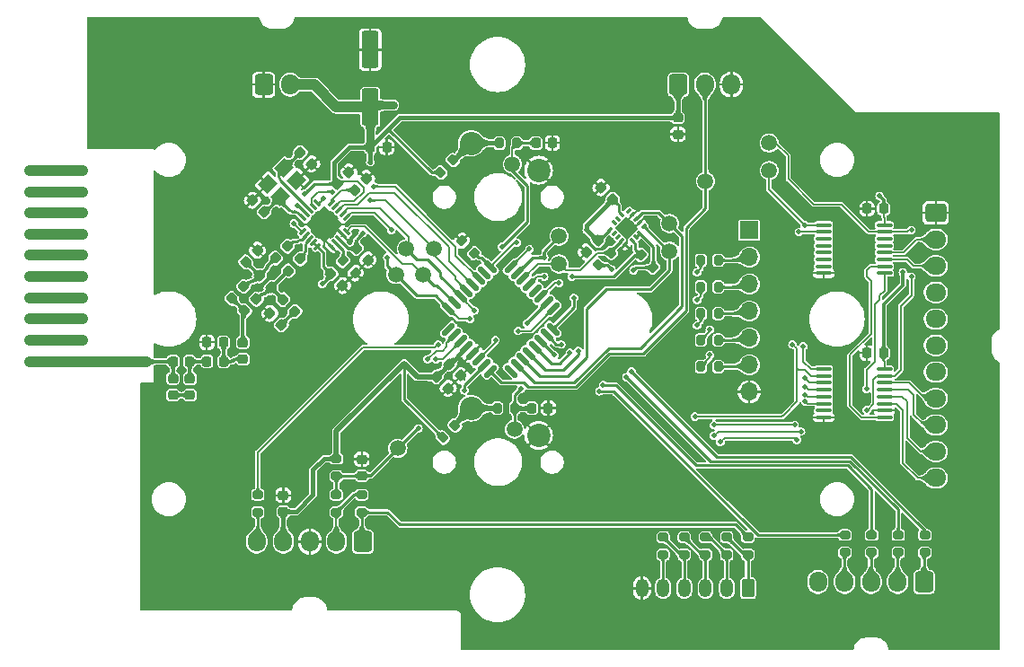
<source format=gbr>
%TF.GenerationSoftware,KiCad,Pcbnew,8.0.4-8.0.4-0~ubuntu22.04.1*%
%TF.CreationDate,2024-08-26T11:26:39-03:00*%
%TF.ProjectId,Antares-Transmitter,416e7461-7265-4732-9d54-72616e736d69,1.0.2*%
%TF.SameCoordinates,Original*%
%TF.FileFunction,Copper,L1,Top*%
%TF.FilePolarity,Positive*%
%FSLAX46Y46*%
G04 Gerber Fmt 4.6, Leading zero omitted, Abs format (unit mm)*
G04 Created by KiCad (PCBNEW 8.0.4-8.0.4-0~ubuntu22.04.1) date 2024-08-26 11:26:39*
%MOMM*%
%LPD*%
G01*
G04 APERTURE LIST*
G04 Aperture macros list*
%AMRoundRect*
0 Rectangle with rounded corners*
0 $1 Rounding radius*
0 $2 $3 $4 $5 $6 $7 $8 $9 X,Y pos of 4 corners*
0 Add a 4 corners polygon primitive as box body*
4,1,4,$2,$3,$4,$5,$6,$7,$8,$9,$2,$3,0*
0 Add four circle primitives for the rounded corners*
1,1,$1+$1,$2,$3*
1,1,$1+$1,$4,$5*
1,1,$1+$1,$6,$7*
1,1,$1+$1,$8,$9*
0 Add four rect primitives between the rounded corners*
20,1,$1+$1,$2,$3,$4,$5,0*
20,1,$1+$1,$4,$5,$6,$7,0*
20,1,$1+$1,$6,$7,$8,$9,0*
20,1,$1+$1,$8,$9,$2,$3,0*%
%AMRotRect*
0 Rectangle, with rotation*
0 The origin of the aperture is its center*
0 $1 length*
0 $2 width*
0 $3 Rotation angle, in degrees counterclockwise*
0 Add horizontal line*
21,1,$1,$2,0,0,$3*%
%AMOutline4P*
0 Free polygon, 4 corners , with rotation*
0 The origin of the aperture is its center*
0 number of corners: always 4*
0 $1 to $8 corner X, Y*
0 $9 Rotation angle, in degrees counterclockwise*
0 create outline with 4 corners*
4,1,4,$1,$2,$3,$4,$5,$6,$7,$8,$1,$2,$9*%
G04 Aperture macros list end*
%TA.AperFunction,EtchedComponent*%
%ADD10C,1.000000*%
%TD*%
%TA.AperFunction,SMDPad,CuDef*%
%ADD11RoundRect,0.225000X0.250000X-0.225000X0.250000X0.225000X-0.250000X0.225000X-0.250000X-0.225000X0*%
%TD*%
%TA.AperFunction,SMDPad,CuDef*%
%ADD12C,1.500000*%
%TD*%
%TA.AperFunction,ComponentPad*%
%ADD13C,1.000000*%
%TD*%
%TA.AperFunction,SMDPad,CuDef*%
%ADD14Outline4P,-0.350000X-0.400000X0.350000X-0.400000X0.050000X0.400000X-0.050000X0.400000X270.000000*%
%TD*%
%TA.AperFunction,SMDPad,CuDef*%
%ADD15RoundRect,0.200000X0.335876X0.053033X0.053033X0.335876X-0.335876X-0.053033X-0.053033X-0.335876X0*%
%TD*%
%TA.AperFunction,SMDPad,CuDef*%
%ADD16RoundRect,0.200000X-0.275000X0.200000X-0.275000X-0.200000X0.275000X-0.200000X0.275000X0.200000X0*%
%TD*%
%TA.AperFunction,SMDPad,CuDef*%
%ADD17RoundRect,0.225000X-0.017678X0.335876X-0.335876X0.017678X0.017678X-0.335876X0.335876X-0.017678X0*%
%TD*%
%TA.AperFunction,SMDPad,CuDef*%
%ADD18RoundRect,0.200000X0.200000X0.275000X-0.200000X0.275000X-0.200000X-0.275000X0.200000X-0.275000X0*%
%TD*%
%TA.AperFunction,SMDPad,CuDef*%
%ADD19RoundRect,0.200000X-0.200000X-0.275000X0.200000X-0.275000X0.200000X0.275000X-0.200000X0.275000X0*%
%TD*%
%TA.AperFunction,SMDPad,CuDef*%
%ADD20RoundRect,0.250000X0.550000X-1.500000X0.550000X1.500000X-0.550000X1.500000X-0.550000X-1.500000X0*%
%TD*%
%TA.AperFunction,SMDPad,CuDef*%
%ADD21RoundRect,0.225000X-0.250000X0.225000X-0.250000X-0.225000X0.250000X-0.225000X0.250000X0.225000X0*%
%TD*%
%TA.AperFunction,SMDPad,CuDef*%
%ADD22RoundRect,0.218750X0.335876X0.026517X0.026517X0.335876X-0.335876X-0.026517X-0.026517X-0.335876X0*%
%TD*%
%TA.AperFunction,SMDPad,CuDef*%
%ADD23RoundRect,0.100000X-0.637500X-0.100000X0.637500X-0.100000X0.637500X0.100000X-0.637500X0.100000X0*%
%TD*%
%TA.AperFunction,SMDPad,CuDef*%
%ADD24RoundRect,0.225000X0.225000X0.250000X-0.225000X0.250000X-0.225000X-0.250000X0.225000X-0.250000X0*%
%TD*%
%TA.AperFunction,SMDPad,CuDef*%
%ADD25RoundRect,0.200000X0.053033X-0.335876X0.335876X-0.053033X-0.053033X0.335876X-0.335876X0.053033X0*%
%TD*%
%TA.AperFunction,SMDPad,CuDef*%
%ADD26RoundRect,0.200000X-0.335876X-0.053033X-0.053033X-0.335876X0.335876X0.053033X0.053033X0.335876X0*%
%TD*%
%TA.AperFunction,SMDPad,CuDef*%
%ADD27RoundRect,0.218750X0.218750X0.256250X-0.218750X0.256250X-0.218750X-0.256250X0.218750X-0.256250X0*%
%TD*%
%TA.AperFunction,SMDPad,CuDef*%
%ADD28RoundRect,0.218750X-0.026517X0.335876X-0.335876X0.026517X0.026517X-0.335876X0.335876X-0.026517X0*%
%TD*%
%TA.AperFunction,SMDPad,CuDef*%
%ADD29RoundRect,0.218750X-0.256250X0.218750X-0.256250X-0.218750X0.256250X-0.218750X0.256250X0.218750X0*%
%TD*%
%TA.AperFunction,SMDPad,CuDef*%
%ADD30RoundRect,0.087500X-0.070711X-0.194454X0.194454X0.070711X0.070711X0.194454X-0.194454X-0.070711X0*%
%TD*%
%TA.AperFunction,SMDPad,CuDef*%
%ADD31RoundRect,0.087500X0.070711X-0.194454X0.194454X-0.070711X-0.070711X0.194454X-0.194454X0.070711X0*%
%TD*%
%TA.AperFunction,SMDPad,CuDef*%
%ADD32RoundRect,0.125000X-0.353553X-0.530330X0.530330X0.353553X0.353553X0.530330X-0.530330X-0.353553X0*%
%TD*%
%TA.AperFunction,SMDPad,CuDef*%
%ADD33RoundRect,0.125000X0.353553X-0.530330X0.530330X-0.353553X-0.353553X0.530330X-0.530330X0.353553X0*%
%TD*%
%TA.AperFunction,SMDPad,CuDef*%
%ADD34RoundRect,0.225000X-0.225000X-0.250000X0.225000X-0.250000X0.225000X0.250000X-0.225000X0.250000X0*%
%TD*%
%TA.AperFunction,SMDPad,CuDef*%
%ADD35RoundRect,0.225000X-0.335876X-0.017678X-0.017678X-0.335876X0.335876X0.017678X0.017678X0.335876X0*%
%TD*%
%TA.AperFunction,SMDPad,CuDef*%
%ADD36RoundRect,0.225000X0.017678X-0.335876X0.335876X-0.017678X-0.017678X0.335876X-0.335876X0.017678X0*%
%TD*%
%TA.AperFunction,SMDPad,CuDef*%
%ADD37RoundRect,0.225000X0.335876X0.017678X0.017678X0.335876X-0.335876X-0.017678X-0.017678X-0.335876X0*%
%TD*%
%TA.AperFunction,SMDPad,CuDef*%
%ADD38RoundRect,0.218750X0.256250X-0.218750X0.256250X0.218750X-0.256250X0.218750X-0.256250X-0.218750X0*%
%TD*%
%TA.AperFunction,SMDPad,CuDef*%
%ADD39RotRect,1.400000X1.200000X225.000000*%
%TD*%
%TA.AperFunction,SMDPad,CuDef*%
%ADD40RoundRect,0.062500X0.203293X0.291682X-0.291682X-0.203293X-0.203293X-0.291682X0.291682X0.203293X0*%
%TD*%
%TA.AperFunction,SMDPad,CuDef*%
%ADD41RoundRect,0.062500X-0.203293X0.291682X-0.291682X0.203293X0.203293X-0.291682X0.291682X-0.203293X0*%
%TD*%
%TA.AperFunction,HeatsinkPad*%
%ADD42C,0.500000*%
%TD*%
%TA.AperFunction,HeatsinkPad*%
%ADD43RotRect,2.500000X2.500000X225.000000*%
%TD*%
%TA.AperFunction,ComponentPad*%
%ADD44R,1.700000X1.700000*%
%TD*%
%TA.AperFunction,ComponentPad*%
%ADD45O,1.700000X1.700000*%
%TD*%
%TA.AperFunction,ComponentPad*%
%ADD46RoundRect,0.250000X-0.725000X0.600000X-0.725000X-0.600000X0.725000X-0.600000X0.725000X0.600000X0*%
%TD*%
%TA.AperFunction,ComponentPad*%
%ADD47O,1.950000X1.700000*%
%TD*%
%TA.AperFunction,ComponentPad*%
%ADD48RoundRect,0.250000X0.600000X0.725000X-0.600000X0.725000X-0.600000X-0.725000X0.600000X-0.725000X0*%
%TD*%
%TA.AperFunction,ComponentPad*%
%ADD49O,1.700000X1.950000*%
%TD*%
%TA.AperFunction,ComponentPad*%
%ADD50RoundRect,0.250000X-0.600000X-0.725000X0.600000X-0.725000X0.600000X0.725000X-0.600000X0.725000X0*%
%TD*%
%TA.AperFunction,ComponentPad*%
%ADD51RoundRect,0.250000X0.350000X0.625000X-0.350000X0.625000X-0.350000X-0.625000X0.350000X-0.625000X0*%
%TD*%
%TA.AperFunction,ComponentPad*%
%ADD52O,1.200000X1.750000*%
%TD*%
%TA.AperFunction,ComponentPad*%
%ADD53C,2.200000*%
%TD*%
%TA.AperFunction,ViaPad*%
%ADD54C,0.700000*%
%TD*%
%TA.AperFunction,ViaPad*%
%ADD55C,0.500000*%
%TD*%
%TA.AperFunction,ViaPad*%
%ADD56C,0.800000*%
%TD*%
%TA.AperFunction,Conductor*%
%ADD57C,0.300000*%
%TD*%
%TA.AperFunction,Conductor*%
%ADD58C,0.150000*%
%TD*%
%TA.AperFunction,Conductor*%
%ADD59C,0.250000*%
%TD*%
%TA.AperFunction,Conductor*%
%ADD60C,0.200000*%
%TD*%
%TA.AperFunction,Conductor*%
%ADD61C,0.400000*%
%TD*%
%TA.AperFunction,Conductor*%
%ADD62C,1.000000*%
%TD*%
%TA.AperFunction,Conductor*%
%ADD63C,0.750000*%
%TD*%
%TA.AperFunction,Conductor*%
%ADD64C,0.500000*%
%TD*%
G04 APERTURE END LIST*
D10*
%TO.C,AE301*%
X83100000Y-105000000D02*
X88100001Y-105000000D01*
X83100000Y-107000000D02*
X88100000Y-107000000D01*
X83100000Y-109000000D02*
X88100000Y-109000001D01*
X83100000Y-111000000D02*
X88100000Y-111000000D01*
X83100000Y-113000000D02*
X88100000Y-113000000D01*
X83100000Y-115000000D02*
X88100000Y-115000000D01*
X83100000Y-117000000D02*
X88100000Y-117000000D01*
X83100000Y-119000000D02*
X88100000Y-118999999D01*
X83100000Y-121000000D02*
X88100000Y-121000000D01*
X94100000Y-123000000D02*
X83100000Y-123000000D01*
%TD*%
D11*
%TO.P,C601,1*%
%TO.N,/Control Buttons/BTNS_CONTROL*%
X114400000Y-133775000D03*
%TO.P,C601,2*%
%TO.N,GND*%
X114400000Y-132225000D03*
%TD*%
D12*
%TO.P,TP402,1,1*%
%TO.N,/Notes/HC165_~{CS}*%
X152800000Y-102400000D03*
%TD*%
%TO.P,TP702,1,1*%
%TO.N,/MCU/BTN_STRUM_UP*%
X128800000Y-129400000D03*
%TD*%
D13*
%TO.P,AE301,*%
%TO.N,*%
X83100000Y-123000000D03*
X83100000Y-121000000D03*
X88100000Y-121000000D03*
X83100000Y-119000000D03*
X88100000Y-118999999D03*
X83100000Y-117000000D03*
X88100000Y-117000000D03*
X83100000Y-115000000D03*
X88100000Y-115000000D03*
X83100000Y-113000000D03*
X88100000Y-113000000D03*
X83100000Y-111000000D03*
X88100000Y-111000000D03*
X88100000Y-109000001D03*
X83100000Y-109000000D03*
X83100000Y-107000000D03*
X88100000Y-107000000D03*
X83100000Y-105000000D03*
X88100001Y-105000000D03*
D14*
%TO.P,AE301,1,A*%
%TO.N,/Radio 915MHz/ANT*%
X94800000Y-123000000D03*
%TD*%
D12*
%TO.P,TP304,1,1*%
%TO.N,/MCU/CC1101_MOSI*%
X120200000Y-114800000D03*
%TD*%
D15*
%TO.P,R801,1*%
%TO.N,+3V3*%
X141883363Y-114133363D03*
%TO.P,R801,2*%
%TO.N,/Accelerometer/ACC_SDA*%
X140716637Y-112966637D03*
%TD*%
D12*
%TO.P,TP303,1,1*%
%TO.N,/Notes/HC165_DO*%
X118600000Y-112400000D03*
%TD*%
%TO.P,TP701,1,1*%
%TO.N,/MCU/BTN_STRUM_DOWN*%
X128600000Y-104400000D03*
%TD*%
%TO.P,TP501,1,1*%
%TO.N,/MCU/POT_WHAM*%
X146800000Y-106000000D03*
%TD*%
D16*
%TO.P,R608,1*%
%TO.N,/Control Buttons/BT_DOWN*%
X142800000Y-139575000D03*
%TO.P,R608,2*%
%TO.N,/Control Buttons/BT_UP*%
X142800000Y-141225000D03*
%TD*%
D17*
%TO.P,C802,1*%
%TO.N,+3V3*%
X136648008Y-111601992D03*
%TO.P,C802,2*%
%TO.N,GND*%
X135551992Y-112698008D03*
%TD*%
%TO.P,C307,1*%
%TO.N,GND*%
X104557533Y-112520642D03*
%TO.P,C307,2*%
%TO.N,/Radio 915MHz/RF_P1*%
X103461517Y-113616658D03*
%TD*%
D16*
%TO.P,R609,1*%
%TO.N,/Control Buttons/LED_WORK*%
X104600000Y-135575000D03*
%TO.P,R609,2*%
%TO.N,Net-(J601-Pin_5)*%
X104600000Y-137225000D03*
%TD*%
D12*
%TO.P,TP804,1,1*%
%TO.N,/Accelerometer/ACC_SCL*%
X133000000Y-113800000D03*
%TD*%
D18*
%TO.P,R701,1*%
%TO.N,/MCU/BTN_STRUM_DOWN*%
X129025000Y-102400000D03*
%TO.P,R701,2*%
%TO.N,/Strum bar/SW_DN*%
X127375000Y-102400000D03*
%TD*%
D19*
%TO.P,R1003,1*%
%TO.N,/Debugging/DBG_~{RST}*%
X146350000Y-118480000D03*
%TO.P,R1003,2*%
%TO.N,/Debugging/~{RST}*%
X148000000Y-118480000D03*
%TD*%
D20*
%TO.P,C1101,1*%
%TO.N,+3V3*%
X115200000Y-99000000D03*
%TO.P,C1101,2*%
%TO.N,GND*%
X115200000Y-93600000D03*
%TD*%
D21*
%TO.P,C501,1*%
%TO.N,+3V3*%
X144200000Y-100025000D03*
%TO.P,C501,2*%
%TO.N,GND*%
X144200000Y-101575000D03*
%TD*%
D22*
%TO.P,L303,1*%
%TO.N,Net-(C309-Pad1)*%
X108093069Y-118283562D03*
%TO.P,L303,2*%
%TO.N,/Radio 915MHz/RF_N1*%
X106979375Y-117169868D03*
%TD*%
D16*
%TO.P,R903,1*%
%TO.N,/LEDs/LED_P3*%
X162450000Y-139375000D03*
%TO.P,R903,2*%
%TO.N,Net-(J901-Pin_3)*%
X162450000Y-141025000D03*
%TD*%
D23*
%TO.P,U402,1,~{PL}*%
%TO.N,/Notes/HC165_LOAD*%
X157937500Y-110125000D03*
%TO.P,U402,2,CP*%
%TO.N,/Notes/HC165_SCK*%
X157937500Y-110775000D03*
%TO.P,U402,3,D4*%
%TO.N,unconnected-(U402-D4-Pad3)*%
X157937500Y-111425000D03*
%TO.P,U402,4,D5*%
%TO.N,unconnected-(U402-D5-Pad4)*%
X157937500Y-112075000D03*
%TO.P,U402,5,D6*%
%TO.N,unconnected-(U402-D6-Pad5)*%
X157937500Y-112725000D03*
%TO.P,U402,6,D7*%
%TO.N,unconnected-(U402-D7-Pad6)*%
X157937500Y-113375000D03*
%TO.P,U402,7,~{Q7}*%
%TO.N,unconnected-(U402-~{Q7}-Pad7)*%
X157937500Y-114025000D03*
%TO.P,U402,8,GND*%
%TO.N,GND*%
X157937500Y-114675000D03*
%TO.P,U402,9,Q7*%
%TO.N,/Notes/HC165_DO*%
X163662500Y-114675000D03*
%TO.P,U402,10,DS*%
%TO.N,/Notes/HC165_DS*%
X163662500Y-114025000D03*
%TO.P,U402,11,D0*%
%TO.N,/Notes/BTN_BLUE\u002A*%
X163662500Y-113375000D03*
%TO.P,U402,12,D1*%
%TO.N,/Notes/BTN_ORANGE\u002A*%
X163662500Y-112725000D03*
%TO.P,U402,13,D2*%
%TO.N,unconnected-(U402-D2-Pad13)*%
X163662500Y-112075000D03*
%TO.P,U402,14,D3*%
%TO.N,unconnected-(U402-D3-Pad14)*%
X163662500Y-111425000D03*
%TO.P,U402,15,~{CE}*%
%TO.N,/Notes/HC165_~{CS}*%
X163662500Y-110775000D03*
%TO.P,U402,16,VCC*%
%TO.N,+3V3*%
X163662500Y-110125000D03*
%TD*%
%TO.P,U401,1,~{PL}*%
%TO.N,/Notes/HC165_LOAD*%
X157937500Y-123725000D03*
%TO.P,U401,2,CP*%
%TO.N,/Notes/HC165_SCK*%
X157937500Y-124375000D03*
%TO.P,U401,3,D4*%
%TO.N,/Notes/BTN_ORANGE*%
X157937500Y-125025000D03*
%TO.P,U401,4,D5*%
%TO.N,/Notes/BTN_GREEN\u002A*%
X157937500Y-125675000D03*
%TO.P,U401,5,D6*%
%TO.N,/Notes/BTN_RED\u002A*%
X157937500Y-126325000D03*
%TO.P,U401,6,D7*%
%TO.N,/Notes/BTN_YELLOW\u002A*%
X157937500Y-126975000D03*
%TO.P,U401,7,~{Q7}*%
%TO.N,unconnected-(U401-~{Q7}-Pad7)*%
X157937500Y-127625000D03*
%TO.P,U401,8,GND*%
%TO.N,GND*%
X157937500Y-128275000D03*
%TO.P,U401,9,Q7*%
%TO.N,/Notes/HC165_DS*%
X163662500Y-128275000D03*
%TO.P,U401,10,DS*%
%TO.N,GND*%
X163662500Y-127625000D03*
%TO.P,U401,11,D0*%
%TO.N,/Notes/BTN_GREEN*%
X163662500Y-126975000D03*
%TO.P,U401,12,D1*%
%TO.N,/Notes/BTN_RED*%
X163662500Y-126325000D03*
%TO.P,U401,13,D2*%
%TO.N,/Notes/BTN_YELLOW*%
X163662500Y-125675000D03*
%TO.P,U401,14,D3*%
%TO.N,/Notes/BTN_BLUE*%
X163662500Y-125025000D03*
%TO.P,U401,15,~{CE}*%
%TO.N,/Notes/HC165_~{CS}*%
X163662500Y-124375000D03*
%TO.P,U401,16,VCC*%
%TO.N,+3V3*%
X163662500Y-123725000D03*
%TD*%
D24*
%TO.P,C311,1*%
%TO.N,/Radio 915MHz/RF_C1*%
X101350000Y-121200000D03*
%TO.P,C311,2*%
%TO.N,GND*%
X99800000Y-121200000D03*
%TD*%
D16*
%TO.P,R904,1*%
%TO.N,/LEDs/LED_P4*%
X159940000Y-139375000D03*
%TO.P,R904,2*%
%TO.N,Net-(J901-Pin_4)*%
X159940000Y-141025000D03*
%TD*%
D25*
%TO.P,R704,1*%
%TO.N,+3V3*%
X122016637Y-130183363D03*
%TO.P,R704,2*%
%TO.N,/Strum bar/SW_UP*%
X123183363Y-129016637D03*
%TD*%
%TO.P,R802,1*%
%TO.N,+3V3*%
X136716637Y-113933363D03*
%TO.P,R802,2*%
%TO.N,/Accelerometer/ACC_SCL*%
X137883363Y-112766637D03*
%TD*%
D11*
%TO.P,C602,1*%
%TO.N,+3V3*%
X107000000Y-137175000D03*
%TO.P,C602,2*%
%TO.N,GND*%
X107000000Y-135625000D03*
%TD*%
D12*
%TO.P,TP601,1,1*%
%TO.N,/Control Buttons/BTNS_CONTROL*%
X117800000Y-131200000D03*
%TD*%
D16*
%TO.P,R901,1*%
%TO.N,/LEDs/LED_P1*%
X167470000Y-139375000D03*
%TO.P,R901,2*%
%TO.N,Net-(J901-Pin_1)*%
X167470000Y-141025000D03*
%TD*%
D26*
%TO.P,R201,1*%
%TO.N,GND*%
X123816637Y-111616637D03*
%TO.P,R201,2*%
%TO.N,/Debugging/DBG_SWCLK*%
X124983363Y-112783363D03*
%TD*%
D27*
%TO.P,L306,1*%
%TO.N,/Radio 915MHz/RF_C1*%
X101387501Y-123000000D03*
%TO.P,L306,2*%
%TO.N,/Radio 915MHz/RF_C2*%
X99812499Y-123000000D03*
%TD*%
D28*
%TO.P,L304,1*%
%TO.N,/Radio 915MHz/RF_P1*%
X103256843Y-115933644D03*
%TO.P,L304,2*%
%TO.N,/Radio 915MHz/RF_C*%
X102143149Y-117047338D03*
%TD*%
D29*
%TO.P,L305,1*%
%TO.N,/Radio 915MHz/RF_C*%
X103200000Y-121224998D03*
%TO.P,L305,2*%
%TO.N,/Radio 915MHz/RF_C1*%
X103200000Y-122800000D03*
%TD*%
D25*
%TO.P,R703,1*%
%TO.N,+3V3*%
X121816637Y-105183363D03*
%TO.P,R703,2*%
%TO.N,/Strum bar/SW_DN*%
X122983363Y-104016637D03*
%TD*%
D12*
%TO.P,TP803,1,1*%
%TO.N,/Accelerometer/ACC_SDA*%
X133000000Y-111200000D03*
%TD*%
D30*
%TO.P,U801,1,VDD_IO*%
%TO.N,+3V3*%
X137826687Y-110559099D03*
%TO.P,U801,2,NC*%
%TO.N,unconnected-(U801-NC-Pad2)*%
X138180241Y-110912652D03*
%TO.P,U801,3,NC*%
%TO.N,unconnected-(U801-NC-Pad3)*%
X138533794Y-111266206D03*
%TO.P,U801,4,SCL/SPC*%
%TO.N,/Accelerometer/ACC_SCL*%
X138887348Y-111619759D03*
%TO.P,U801,5,GND*%
%TO.N,GND*%
X139240901Y-111973313D03*
D31*
%TO.P,U801,6,SDA/SDI/SDO*%
%TO.N,/Accelerometer/ACC_SDA*%
X139912652Y-111619759D03*
%TO.P,U801,7,SDO/SA0*%
%TO.N,+3V3*%
X140266206Y-111266206D03*
%TO.P,U801,8,CS*%
X140619759Y-110912652D03*
D30*
%TO.P,U801,9,INT2*%
%TO.N,/Accelerometer/ACC_INT2*%
X140973313Y-110240901D03*
%TO.P,U801,10,GND*%
%TO.N,GND*%
X140619759Y-109887348D03*
%TO.P,U801,11,INT1*%
%TO.N,/Accelerometer/ACC_INT1*%
X140266206Y-109533794D03*
%TO.P,U801,12,GND*%
%TO.N,GND*%
X139912652Y-109180241D03*
%TO.P,U801,13,ADC3*%
%TO.N,unconnected-(U801-ADC3-Pad13)*%
X139559099Y-108826687D03*
D31*
%TO.P,U801,14,VDD*%
%TO.N,+3V3*%
X138887348Y-109180241D03*
%TO.P,U801,15,ADC2*%
%TO.N,unconnected-(U801-ADC2-Pad15)*%
X138533794Y-109533794D03*
%TO.P,U801,16,ADC1*%
%TO.N,unconnected-(U801-ADC1-Pad16)*%
X138180241Y-109887348D03*
%TD*%
D16*
%TO.P,R606,1*%
%TO.N,/Control Buttons/BT_LEFT*%
X146800000Y-139575000D03*
%TO.P,R606,2*%
%TO.N,/Control Buttons/BT_RIGHT*%
X146800000Y-141225000D03*
%TD*%
D32*
%TO.P,U201,1,PB9*%
%TO.N,unconnected-(U201-PB9-Pad1)*%
X122567930Y-119972272D03*
%TO.P,U201,2,PC14*%
%TO.N,/Notes/HC165_LOAD*%
X123133616Y-120537957D03*
%TO.P,U201,3,PC15*%
%TO.N,/Notes/HC165_~{CS}*%
X123699301Y-121103643D03*
%TO.P,U201,4,VDD*%
%TO.N,+3V3*%
X124264986Y-121669328D03*
%TO.P,U201,5,VSS*%
%TO.N,GND*%
X124830672Y-122235014D03*
%TO.P,U201,6,NRST*%
%TO.N,/Debugging/DBG_~{RST}*%
X125396357Y-122800699D03*
%TO.P,U201,7,PA0*%
%TO.N,/Control Buttons/BTNS_CONTROL*%
X125962043Y-123366384D03*
%TO.P,U201,8,PA1*%
%TO.N,/MCU/POT_WHAM*%
X126527728Y-123932070D03*
D33*
%TO.P,U201,9,PA2*%
%TO.N,unconnected-(U201-PA2-Pad9)*%
X128472272Y-123932070D03*
%TO.P,U201,10,PA3*%
%TO.N,/Accelerometer/ACC_INT1*%
X129037957Y-123366384D03*
%TO.P,U201,11,PA4*%
%TO.N,/Accelerometer/ACC_INT2*%
X129603643Y-122800699D03*
%TO.P,U201,12,PA5*%
%TO.N,/LEDs/LED_P1*%
X130169328Y-122235014D03*
%TO.P,U201,13,PA6*%
%TO.N,/LEDs/LED_P2*%
X130735014Y-121669328D03*
%TO.P,U201,14,PA7*%
%TO.N,/LEDs/LED_P3*%
X131300699Y-121103643D03*
%TO.P,U201,15,PB0*%
%TO.N,/MCU/BTN_STRUM_UP*%
X131866384Y-120537957D03*
%TO.P,U201,16,PB1*%
%TO.N,/MCU/BTN_STRUM_DOWN*%
X132432070Y-119972272D03*
D32*
%TO.P,U201,17,PB2*%
%TO.N,/Control Buttons/LED_WORK*%
X132432070Y-118027728D03*
%TO.P,U201,18,PA8*%
%TO.N,/LEDs/LED_P4*%
X131866384Y-117462043D03*
%TO.P,U201,19,PA9/NC*%
%TO.N,/Debugging/DBG_TX*%
X131300699Y-116896357D03*
%TO.P,U201,20,PC6*%
%TO.N,unconnected-(U201-PC6-Pad20)*%
X130735014Y-116330672D03*
%TO.P,U201,21,PA10/NC*%
%TO.N,/Debugging/DBG_RX*%
X130169328Y-115764986D03*
%TO.P,U201,22,PA11/PA9*%
%TO.N,/Accelerometer/ACC_SCL*%
X129603643Y-115199301D03*
%TO.P,U201,23,PA12/PA10*%
%TO.N,/Accelerometer/ACC_SDA*%
X129037957Y-114633616D03*
%TO.P,U201,24,PA13*%
%TO.N,/Debugging/DBG_SWDIO*%
X128472272Y-114067930D03*
D33*
%TO.P,U201,25,PA14*%
%TO.N,/Debugging/DBG_SWCLK*%
X126527728Y-114067930D03*
%TO.P,U201,26,PA15*%
%TO.N,unconnected-(U201-PA15-Pad26)*%
X125962043Y-114633616D03*
%TO.P,U201,27,PB3*%
%TO.N,/MCU/CC1101_GDO0*%
X125396357Y-115199301D03*
%TO.P,U201,28,PB4*%
%TO.N,/MCU/CC1101_GDO2*%
X124830672Y-115764986D03*
%TO.P,U201,29,PB5*%
%TO.N,/MCU/CC1101_~{CS}*%
X124264986Y-116330672D03*
%TO.P,U201,30,PB6*%
%TO.N,/Notes/HC165_DO*%
X123699301Y-116896357D03*
%TO.P,U201,31,PB7*%
%TO.N,/MCU/CC1101_MOSI*%
X123133616Y-117462043D03*
%TO.P,U201,32,PB8*%
%TO.N,/Notes/HC165_SCK*%
X122567930Y-118027728D03*
%TD*%
D34*
%TO.P,C702,1*%
%TO.N,/MCU/BTN_STRUM_UP*%
X130425000Y-127400000D03*
%TO.P,C702,2*%
%TO.N,GND*%
X131975000Y-127400000D03*
%TD*%
D16*
%TO.P,R604,1*%
%TO.N,/Control Buttons/BT_START*%
X150800000Y-139575000D03*
%TO.P,R604,2*%
%TO.N,/Control Buttons/BT_MODE*%
X150800000Y-141225000D03*
%TD*%
%TO.P,R603,1*%
%TO.N,/Control Buttons/BT_SELECT*%
X114400000Y-135575000D03*
%TO.P,R603,2*%
%TO.N,/Control Buttons/BT_START*%
X114400000Y-137225000D03*
%TD*%
D17*
%TO.P,C310,1*%
%TO.N,/Radio 915MHz/RF_N1*%
X104448004Y-117142483D03*
%TO.P,C310,2*%
%TO.N,/Radio 915MHz/RF_C*%
X103351988Y-118238499D03*
%TD*%
D35*
%TO.P,C308,1*%
%TO.N,/Radio 915MHz/RF_P1*%
X104751988Y-114942483D03*
%TO.P,C308,2*%
%TO.N,/Radio 915MHz/RF_N1*%
X105848004Y-116038499D03*
%TD*%
D19*
%TO.P,R1005,1*%
%TO.N,/Debugging/DBG_SWCLK*%
X146350000Y-123500000D03*
%TO.P,R1005,2*%
%TO.N,/Debugging/SWCLK*%
X148000000Y-123500000D03*
%TD*%
D16*
%TO.P,R902,1*%
%TO.N,/LEDs/LED_P2*%
X164960000Y-139375000D03*
%TO.P,R902,2*%
%TO.N,Net-(J901-Pin_2)*%
X164960000Y-141025000D03*
%TD*%
D36*
%TO.P,C305,1*%
%TO.N,+3V3*%
X112087774Y-106238499D03*
%TO.P,C305,2*%
%TO.N,GND*%
X113183790Y-105142483D03*
%TD*%
D19*
%TO.P,R1004,1*%
%TO.N,/Debugging/DBG_SWDIO*%
X146350000Y-120990000D03*
%TO.P,R1004,2*%
%TO.N,/Debugging/SWDIO*%
X148000000Y-120990000D03*
%TD*%
D16*
%TO.P,R602,1*%
%TO.N,/Control Buttons/BTNS_CONTROL*%
X112000000Y-135575000D03*
%TO.P,R602,2*%
%TO.N,/Control Buttons/BT_SELECT*%
X112000000Y-137225000D03*
%TD*%
D35*
%TO.P,C202,1*%
%TO.N,+3V3*%
X121451992Y-124451992D03*
%TO.P,C202,2*%
%TO.N,GND*%
X122548008Y-125548008D03*
%TD*%
D28*
%TO.P,L302,1*%
%TO.N,/Radio 915MHz/RF_N*%
X108592629Y-113333644D03*
%TO.P,L302,2*%
%TO.N,/Radio 915MHz/RF_N1*%
X107478935Y-114447338D03*
%TD*%
%TO.P,L301,1*%
%TO.N,/Radio 915MHz/RF_P*%
X107392629Y-112133644D03*
%TO.P,L301,2*%
%TO.N,/Radio 915MHz/RF_P1*%
X106278935Y-113247338D03*
%TD*%
D24*
%TO.P,C313,1*%
%TO.N,/Radio 915MHz/RF_C2*%
X98175000Y-123000000D03*
%TO.P,C313,2*%
%TO.N,/Radio 915MHz/ANT*%
X96625000Y-123000000D03*
%TD*%
D37*
%TO.P,C309,1*%
%TO.N,Net-(C309-Pad1)*%
X106820276Y-119556355D03*
%TO.P,C309,2*%
%TO.N,GND*%
X105724260Y-118460339D03*
%TD*%
D34*
%TO.P,C701,1*%
%TO.N,/MCU/BTN_STRUM_DOWN*%
X130825000Y-102400000D03*
%TO.P,C701,2*%
%TO.N,GND*%
X132375000Y-102400000D03*
%TD*%
D35*
%TO.P,C304,1*%
%TO.N,+3V3*%
X113887774Y-112342483D03*
%TO.P,C304,2*%
%TO.N,GND*%
X114983790Y-113438499D03*
%TD*%
D38*
%TO.P,L307,1*%
%TO.N,Net-(C312-Pad2)*%
X96600000Y-126187501D03*
%TO.P,L307,2*%
%TO.N,/Radio 915MHz/ANT*%
X96600000Y-124612499D03*
%TD*%
D19*
%TO.P,R1002,1*%
%TO.N,/Debugging/DBG_RX*%
X146350000Y-115970000D03*
%TO.P,R1002,2*%
%TO.N,/Debugging/RX*%
X148000000Y-115970000D03*
%TD*%
D35*
%TO.P,C301,1*%
%TO.N,/Radio 915MHz/X1*%
X108587774Y-103292483D03*
%TO.P,C301,2*%
%TO.N,GND*%
X109683790Y-104388499D03*
%TD*%
D26*
%TO.P,R301,1*%
%TO.N,Net-(U301-RBIAS)*%
X112652420Y-113507128D03*
%TO.P,R301,2*%
%TO.N,GND*%
X113819146Y-114673854D03*
%TD*%
D39*
%TO.P,Y301,1,1*%
%TO.N,/Radio 915MHz/X1*%
X107062559Y-104711632D03*
%TO.P,Y301,2,2*%
%TO.N,GND*%
X105506924Y-106267267D03*
%TO.P,Y301,3,3*%
%TO.N,/Radio 915MHz/X2*%
X106709005Y-107469348D03*
%TO.P,Y301,4,4*%
%TO.N,GND*%
X108264640Y-105913713D03*
%TD*%
D21*
%TO.P,C312,1*%
%TO.N,/Radio 915MHz/RF_C2*%
X98200000Y-124625000D03*
%TO.P,C312,2*%
%TO.N,Net-(C312-Pad2)*%
X98200000Y-126175000D03*
%TD*%
D36*
%TO.P,C303,1*%
%TO.N,Net-(U301-DCOUPL)*%
X113737774Y-106838499D03*
%TO.P,C303,2*%
%TO.N,GND*%
X114833790Y-105742483D03*
%TD*%
D35*
%TO.P,C306,1*%
%TO.N,+3V3*%
X111487774Y-114742483D03*
%TO.P,C306,2*%
%TO.N,GND*%
X112583790Y-115838499D03*
%TD*%
D24*
%TO.P,C401,1*%
%TO.N,+3V3*%
X163575000Y-122200000D03*
%TO.P,C401,2*%
%TO.N,GND*%
X162025000Y-122200000D03*
%TD*%
D16*
%TO.P,R607,1*%
%TO.N,/Control Buttons/BT_RIGHT*%
X144800000Y-139575000D03*
%TO.P,R607,2*%
%TO.N,/Control Buttons/BT_DOWN*%
X144800000Y-141225000D03*
%TD*%
%TO.P,R605,1*%
%TO.N,/Control Buttons/BT_MODE*%
X148800000Y-139575000D03*
%TO.P,R605,2*%
%TO.N,/Control Buttons/BT_LEFT*%
X148800000Y-141225000D03*
%TD*%
D40*
%TO.P,U301,1,SCLK*%
%TO.N,/Notes/HC165_SCK*%
X112962908Y-109427578D03*
%TO.P,U301,2,SO(GDO1)*%
%TO.N,/Notes/HC165_DO*%
X112609355Y-109074025D03*
%TO.P,U301,3,GDO2*%
%TO.N,/MCU/CC1101_GDO2*%
X112255801Y-108720472D03*
%TO.P,U301,4,DVDD*%
%TO.N,+3V3*%
X111902248Y-108366918D03*
%TO.P,U301,5,DCOUPL*%
%TO.N,Net-(U301-DCOUPL)*%
X111548695Y-108013365D03*
D41*
%TO.P,U301,6,GDO0*%
%TO.N,/MCU/CC1101_GDO0*%
X110222869Y-108013365D03*
%TO.P,U301,7,~{CS}*%
%TO.N,/MCU/CC1101_~{CS}*%
X109869316Y-108366918D03*
%TO.P,U301,8,XOSC_Q1*%
%TO.N,/Radio 915MHz/X1*%
X109515763Y-108720472D03*
%TO.P,U301,9,AVDD*%
%TO.N,+3V3*%
X109162209Y-109074025D03*
%TO.P,U301,10,XOSC_Q2*%
%TO.N,/Radio 915MHz/X2*%
X108808656Y-109427578D03*
D40*
%TO.P,U301,11,AVDD*%
%TO.N,+3V3*%
X108808656Y-110753404D03*
%TO.P,U301,12,RF_P*%
%TO.N,/Radio 915MHz/RF_P*%
X109162209Y-111106957D03*
%TO.P,U301,13,RF_N*%
%TO.N,/Radio 915MHz/RF_N*%
X109515763Y-111460510D03*
%TO.P,U301,14,AVDD*%
%TO.N,+3V3*%
X109869316Y-111814064D03*
%TO.P,U301,15,AVDD*%
X110222869Y-112167617D03*
D41*
%TO.P,U301,16,GND*%
%TO.N,GND*%
X111548695Y-112167617D03*
%TO.P,U301,17,RBIAS*%
%TO.N,Net-(U301-RBIAS)*%
X111902248Y-111814064D03*
%TO.P,U301,18,DGUARD*%
%TO.N,+3V3*%
X112255801Y-111460510D03*
%TO.P,U301,19,GND*%
%TO.N,GND*%
X112609355Y-111106957D03*
%TO.P,U301,20,SI*%
%TO.N,/MCU/CC1101_MOSI*%
X112962908Y-110753404D03*
D42*
%TO.P,U301,21,PAD*%
%TO.N,GND*%
X112299996Y-110090491D03*
X110885782Y-108676277D03*
D43*
X110885782Y-110090491D03*
D42*
X110885782Y-111504705D03*
X109471568Y-110090491D03*
%TD*%
D12*
%TO.P,TP401,1,1*%
%TO.N,/Notes/HC165_LOAD*%
X152800000Y-105000000D03*
%TD*%
D18*
%TO.P,R702,1*%
%TO.N,/MCU/BTN_STRUM_UP*%
X128825000Y-127400000D03*
%TO.P,R702,2*%
%TO.N,/Strum bar/SW_UP*%
X127175000Y-127400000D03*
%TD*%
D37*
%TO.P,C801,1*%
%TO.N,+3V3*%
X138048008Y-107698008D03*
%TO.P,C801,2*%
%TO.N,GND*%
X136951992Y-106601992D03*
%TD*%
D35*
%TO.P,C203,1*%
%TO.N,+3V3*%
X122651992Y-123251992D03*
%TO.P,C203,2*%
%TO.N,GND*%
X123748008Y-124348008D03*
%TD*%
D44*
%TO.P,J1001,1,Pin_1*%
%TO.N,+3V3*%
X150925000Y-110630000D03*
D45*
%TO.P,J1001,2,Pin_2*%
%TO.N,/Debugging/TX*%
X150925000Y-113170000D03*
%TO.P,J1001,3,Pin_3*%
%TO.N,/Debugging/RX*%
X150925000Y-115710000D03*
%TO.P,J1001,4,Pin_4*%
%TO.N,/Debugging/~{RST}*%
X150925000Y-118250000D03*
%TO.P,J1001,5,Pin_5*%
%TO.N,/Debugging/SWDIO*%
X150925000Y-120790000D03*
%TO.P,J1001,6,Pin_6*%
%TO.N,/Debugging/SWCLK*%
X150925000Y-123330000D03*
%TO.P,J1001,7,Pin_7*%
%TO.N,GND*%
X150925000Y-125870000D03*
%TD*%
D12*
%TO.P,TP302,1,1*%
%TO.N,/Notes/HC165_SCK*%
X117600000Y-114800000D03*
%TD*%
D34*
%TO.P,C1102,1*%
%TO.N,+3V3*%
X115200000Y-102800000D03*
%TO.P,C1102,2*%
%TO.N,GND*%
X116750000Y-102800000D03*
%TD*%
D24*
%TO.P,C402,1*%
%TO.N,+3V3*%
X163575000Y-108600000D03*
%TO.P,C402,2*%
%TO.N,GND*%
X162025000Y-108600000D03*
%TD*%
D37*
%TO.P,C302,1*%
%TO.N,/Radio 915MHz/X2*%
X105183790Y-108888499D03*
%TO.P,C302,2*%
%TO.N,GND*%
X104087774Y-107792483D03*
%TD*%
D12*
%TO.P,TP801,1,1*%
%TO.N,/Accelerometer/ACC_INT1*%
X143400000Y-110000000D03*
%TD*%
D19*
%TO.P,R1001,1*%
%TO.N,/Debugging/DBG_TX*%
X146350000Y-113460000D03*
%TO.P,R1001,2*%
%TO.N,/Debugging/TX*%
X148000000Y-113460000D03*
%TD*%
D12*
%TO.P,TP301,1,1*%
%TO.N,/MCU/CC1101_~{CS}*%
X121200000Y-112400000D03*
%TD*%
%TO.P,TP802,1,1*%
%TO.N,/Accelerometer/ACC_INT2*%
X143400000Y-112600000D03*
%TD*%
D16*
%TO.P,R601,1*%
%TO.N,+3V3*%
X112000000Y-132175000D03*
%TO.P,R601,2*%
%TO.N,/Control Buttons/BTNS_CONTROL*%
X112000000Y-133825000D03*
%TD*%
D46*
%TO.P,J401,1,Pin_1*%
%TO.N,GND*%
X168500000Y-109000000D03*
D47*
%TO.P,J401,2,Pin_2*%
%TO.N,/Notes/BTN_ORANGE\u002A*%
X168500000Y-111500000D03*
%TO.P,J401,3,Pin_3*%
%TO.N,/Notes/BTN_BLUE\u002A*%
X168500000Y-114000000D03*
%TO.P,J401,4,Pin_4*%
%TO.N,/Notes/BTN_YELLOW\u002A*%
X168500000Y-116500000D03*
%TO.P,J401,5,Pin_5*%
%TO.N,/Notes/BTN_RED\u002A*%
X168500000Y-119000000D03*
%TO.P,J401,6,Pin_6*%
%TO.N,/Notes/BTN_GREEN\u002A*%
X168500000Y-121500000D03*
%TO.P,J401,7,Pin_7*%
%TO.N,/Notes/BTN_ORANGE*%
X168500000Y-124000000D03*
%TO.P,J401,8,Pin_8*%
%TO.N,/Notes/BTN_BLUE*%
X168500000Y-126500000D03*
%TO.P,J401,9,Pin_9*%
%TO.N,/Notes/BTN_YELLOW*%
X168500000Y-129000001D03*
%TO.P,J401,10,Pin_10*%
%TO.N,/Notes/BTN_RED*%
X168500000Y-131500001D03*
%TO.P,J401,11,Pin_11*%
%TO.N,/Notes/BTN_GREEN*%
X168500000Y-134000001D03*
%TD*%
D48*
%TO.P,J601,1,Pin_1*%
%TO.N,/Control Buttons/BT_START*%
X114500000Y-140000000D03*
D49*
%TO.P,J601,2,Pin_2*%
%TO.N,/Control Buttons/BT_SELECT*%
X112000000Y-140000000D03*
%TO.P,J601,3,Pin_3*%
%TO.N,GND*%
X109500000Y-140000000D03*
%TO.P,J601,4,Pin_4*%
%TO.N,+3V3*%
X107000000Y-140000000D03*
%TO.P,J601,5,Pin_5*%
%TO.N,Net-(J601-Pin_5)*%
X104500000Y-140000000D03*
%TD*%
D50*
%TO.P,J501,1,Pin_1*%
%TO.N,+3V3*%
X144250000Y-96900000D03*
D49*
%TO.P,J501,2,Pin_2*%
%TO.N,/MCU/POT_WHAM*%
X146750000Y-96900000D03*
%TO.P,J501,3,Pin_3*%
%TO.N,GND*%
X149250000Y-96900000D03*
%TD*%
D51*
%TO.P,J602,1,Pin_1*%
%TO.N,/Control Buttons/BT_MODE*%
X150800000Y-144400000D03*
D52*
%TO.P,J602,2,Pin_2*%
%TO.N,/Control Buttons/BT_LEFT*%
X148800000Y-144400000D03*
%TO.P,J602,3,Pin_3*%
%TO.N,/Control Buttons/BT_RIGHT*%
X146800000Y-144400000D03*
%TO.P,J602,4,Pin_4*%
%TO.N,/Control Buttons/BT_DOWN*%
X144800000Y-144400000D03*
%TO.P,J602,5,Pin_5*%
%TO.N,/Control Buttons/BT_UP*%
X142800000Y-144400000D03*
%TO.P,J602,6,Pin_6*%
%TO.N,GND*%
X140800000Y-144400000D03*
%TD*%
D53*
%TO.P,SW702,1,A*%
%TO.N,/Strum bar/SW_UP*%
X124710000Y-127420000D03*
%TO.P,SW702,2,B*%
%TO.N,GND*%
X131060000Y-129960000D03*
%TD*%
%TO.P,SW701,1,A*%
%TO.N,/Strum bar/SW_DN*%
X124710000Y-102420000D03*
%TO.P,SW701,2,B*%
%TO.N,GND*%
X131060000Y-104960000D03*
%TD*%
D48*
%TO.P,J901,1,Pin_1*%
%TO.N,Net-(J901-Pin_1)*%
X167400000Y-143800000D03*
D49*
%TO.P,J901,2,Pin_2*%
%TO.N,Net-(J901-Pin_2)*%
X164900000Y-143800000D03*
%TO.P,J901,3,Pin_3*%
%TO.N,Net-(J901-Pin_3)*%
X162400000Y-143800000D03*
%TO.P,J901,4,Pin_4*%
%TO.N,Net-(J901-Pin_4)*%
X159900000Y-143800000D03*
%TO.P,J901,5,Pin_5*%
%TO.N,+3V3*%
X157400000Y-143800000D03*
%TD*%
D50*
%TO.P,J1101,1,Pin_1*%
%TO.N,GND*%
X105150000Y-96900000D03*
D49*
%TO.P,J1101,2,Pin_2*%
%TO.N,+3V3*%
X107650000Y-96900000D03*
%TD*%
D54*
%TO.N,GND*%
X104000000Y-145600000D03*
D55*
X108800000Y-116400000D03*
D56*
X106600000Y-98600000D03*
X113600000Y-94600000D03*
D54*
X160400000Y-148800000D03*
D55*
X98000000Y-128200000D03*
X100600000Y-117000000D03*
X161800000Y-126800000D03*
D54*
X102600000Y-143200000D03*
D55*
X101400000Y-119600000D03*
X100600000Y-125600000D03*
X101800000Y-114400000D03*
X107000000Y-116000000D03*
X116800000Y-104000000D03*
D54*
X134600000Y-98600000D03*
D55*
X100800000Y-120400000D03*
D54*
X153600000Y-147000000D03*
D55*
X160600000Y-128200000D03*
X104600000Y-116000000D03*
X149200000Y-98800000D03*
D54*
X152000000Y-149600000D03*
D55*
X98200000Y-122000000D03*
X105600000Y-112000000D03*
D54*
X124800000Y-149600000D03*
D55*
X95600000Y-128200000D03*
X107600000Y-111000000D03*
X104600000Y-105200000D03*
D54*
X130400000Y-149600000D03*
D55*
X122600000Y-124400000D03*
X159400000Y-114600000D03*
D54*
X90800000Y-102200000D03*
D55*
X144800000Y-119600000D03*
X101200000Y-116200000D03*
D54*
X122200000Y-98400000D03*
D55*
X101600000Y-127400000D03*
X126000000Y-111400000D03*
D54*
X148946207Y-131007039D03*
X170400000Y-146200000D03*
D55*
X106600000Y-121000000D03*
D54*
X117600000Y-145600000D03*
D55*
X161200000Y-123000000D03*
X159400000Y-110400000D03*
X125000000Y-111400000D03*
D54*
X112800000Y-121400000D03*
D55*
X121400000Y-126000000D03*
X100600000Y-124000000D03*
D54*
X111600000Y-91200000D03*
D55*
X109400000Y-102400000D03*
X106800000Y-110200000D03*
X102000000Y-118400000D03*
X103600000Y-124000000D03*
X108800000Y-114600000D03*
D54*
X142400000Y-135000000D03*
X132600000Y-96400000D03*
D55*
X156400000Y-128200000D03*
X168400000Y-107400000D03*
D56*
X103400000Y-98400000D03*
D54*
X173800000Y-135200000D03*
X173800000Y-126200000D03*
D55*
X140800000Y-146200000D03*
D54*
X107000000Y-145600000D03*
X156400000Y-101000000D03*
D55*
X132400000Y-101200000D03*
X134800000Y-111400000D03*
D54*
X154800000Y-122200000D03*
X115000000Y-145600000D03*
D55*
X108200000Y-135600000D03*
D54*
X171600000Y-149600000D03*
D55*
X139400000Y-112800000D03*
X94600000Y-126400000D03*
X107000000Y-134200000D03*
D54*
X132800000Y-149600000D03*
X125400000Y-91200000D03*
D55*
X103000000Y-111600000D03*
X104800000Y-113800000D03*
X102400000Y-119600000D03*
X105800000Y-135600000D03*
D54*
X152400000Y-92000000D03*
X128400000Y-91200000D03*
D55*
X109800000Y-115400000D03*
D54*
X172800000Y-121400000D03*
D55*
X130200000Y-111000000D03*
D56*
X113600000Y-92400000D03*
D55*
X104800000Y-111400000D03*
X104200000Y-105800000D03*
D54*
X127399999Y-149600000D03*
D55*
X103600000Y-114800000D03*
D54*
X173800000Y-138200000D03*
X94400000Y-139200000D03*
D55*
X94800000Y-125400000D03*
X157800000Y-115600000D03*
X107800000Y-116600000D03*
X121800000Y-118600000D03*
X103600000Y-124800000D03*
X157600000Y-130200000D03*
X97200000Y-129200000D03*
D54*
X162400000Y-131400000D03*
D55*
X102400000Y-113600000D03*
X121800000Y-126600000D03*
X105800000Y-117400000D03*
D54*
X163800000Y-148600000D03*
X119200000Y-135400000D03*
D55*
X95800000Y-123800000D03*
X93800000Y-129200000D03*
D54*
X94400000Y-141800000D03*
X106400000Y-92400000D03*
D55*
X110200000Y-105600000D03*
X99600000Y-128200000D03*
X164600000Y-122000000D03*
X111000000Y-104600000D03*
D54*
X141200000Y-107000000D03*
D55*
X124600000Y-109500000D03*
X103000000Y-108400000D03*
X114000000Y-109600000D03*
D54*
X173800000Y-115600000D03*
D55*
X113800000Y-104000000D03*
X104400000Y-124000000D03*
X95200000Y-123600000D03*
D54*
X111400000Y-118800000D03*
X155600000Y-136800000D03*
X109000000Y-129400000D03*
D55*
X100200000Y-116000000D03*
X116200000Y-104800000D03*
D54*
X108200000Y-133000000D03*
X139000000Y-91200000D03*
X173800000Y-110000000D03*
X97400000Y-101600000D03*
X153600000Y-143000000D03*
D55*
X103400000Y-128200000D03*
X105400000Y-110200000D03*
D54*
X101000000Y-145600000D03*
X173800000Y-118200000D03*
D55*
X114600000Y-115600000D03*
X98000000Y-129200000D03*
D54*
X99800000Y-91200000D03*
D55*
X95600000Y-125400000D03*
X133600000Y-119800000D03*
X105200000Y-120400000D03*
X129800000Y-117800000D03*
X110800000Y-103600000D03*
X105200000Y-124000000D03*
D54*
X166000000Y-149600000D03*
D55*
X151000000Y-127600000D03*
D54*
X171200000Y-103200000D03*
D55*
X97200000Y-127400000D03*
X106200000Y-109600000D03*
X117600000Y-122600000D03*
D54*
X98000000Y-109800000D03*
D55*
X164800000Y-129000000D03*
D54*
X99000000Y-103600000D03*
D55*
X108600000Y-115400000D03*
X98800000Y-128200000D03*
X170400000Y-109000000D03*
X106600000Y-103400000D03*
X142000000Y-117200000D03*
D54*
X136800000Y-102400000D03*
D55*
X97200000Y-122000000D03*
X144800000Y-109800000D03*
X102600000Y-124000000D03*
X99600000Y-126400000D03*
X100600000Y-128200000D03*
X162400000Y-110000000D03*
X103600000Y-109200000D03*
D56*
X117000000Y-92400000D03*
D55*
X134800000Y-121200000D03*
X107000000Y-118400000D03*
D54*
X101000000Y-102200000D03*
D55*
X95600000Y-127400000D03*
D54*
X151800000Y-135200000D03*
D55*
X115000000Y-112000000D03*
X100200000Y-118600000D03*
D54*
X158056854Y-97656854D03*
X173800000Y-129200001D03*
D55*
X161000000Y-125400000D03*
X102400000Y-120400000D03*
D54*
X132000000Y-147600000D03*
D55*
X98800000Y-127400000D03*
X104400000Y-123200000D03*
X96400000Y-129200000D03*
X134400000Y-112200000D03*
D54*
X94400000Y-133799999D03*
X98600000Y-95000000D03*
X173800000Y-105000000D03*
D55*
X133400000Y-109400000D03*
X102200000Y-112600000D03*
D54*
X95600000Y-107400001D03*
D55*
X141600000Y-109600000D03*
X126800000Y-125600000D03*
X96400000Y-127400000D03*
X140800000Y-142400000D03*
D54*
X107600000Y-122400000D03*
D55*
X161600000Y-129400000D03*
D54*
X158000000Y-149600000D03*
X169800000Y-137600000D03*
D55*
X162000000Y-111600000D03*
X133600000Y-102400000D03*
X131200000Y-111000000D03*
D54*
X149600000Y-91200000D03*
D55*
X104400000Y-120400000D03*
D54*
X111600000Y-101600000D03*
X173800000Y-131800000D03*
D55*
X93800000Y-128200000D03*
X110200000Y-113800000D03*
D54*
X136400001Y-91200000D03*
D55*
X100600000Y-119600000D03*
X104600000Y-118800000D03*
D54*
X170200000Y-100400000D03*
D55*
X148800000Y-125800000D03*
X104400000Y-110000000D03*
X105800000Y-104000000D03*
D54*
X154521320Y-94121320D03*
X173800000Y-148800000D03*
X153350000Y-130900000D03*
X135000000Y-106200000D03*
D55*
X124200000Y-123400000D03*
X101600000Y-128200000D03*
X114400000Y-131000000D03*
D54*
X138600000Y-96400000D03*
D55*
X102600000Y-127400000D03*
X100600000Y-127400000D03*
D54*
X123600000Y-145600000D03*
D55*
X142800000Y-121600000D03*
X93800000Y-126400000D03*
D54*
X172600000Y-100400000D03*
D55*
X126200000Y-119600000D03*
D54*
X114600000Y-143400000D03*
X155000000Y-149600000D03*
D55*
X99000000Y-120200000D03*
D54*
X97200000Y-98200000D03*
D55*
X107200000Y-102800000D03*
D54*
X173800000Y-140800000D03*
D55*
X124800000Y-119800000D03*
X120800000Y-119600000D03*
D54*
X89200000Y-98600001D03*
D55*
X109600000Y-113000000D03*
X99000000Y-122000000D03*
X134800000Y-118800000D03*
X98000000Y-127400000D03*
X106600000Y-111400000D03*
X104400000Y-122400000D03*
D54*
X140200000Y-98600000D03*
X160178175Y-99778175D03*
X98400000Y-145600000D03*
D55*
X103800000Y-111000000D03*
X159400000Y-127200000D03*
X102600000Y-114800000D03*
X107400000Y-120600000D03*
D54*
X173800000Y-123800000D03*
D55*
X99600000Y-117600000D03*
X162200000Y-106600000D03*
X161400000Y-116000000D03*
D54*
X110400000Y-123400000D03*
X95600000Y-101800001D03*
D55*
X98800000Y-129200000D03*
X117800000Y-103000000D03*
X135000000Y-109500000D03*
D54*
X97200000Y-91200000D03*
X130400000Y-133400000D03*
D55*
X99600000Y-129200000D03*
D54*
X173800000Y-113000001D03*
X147000000Y-149600000D03*
D55*
X96200000Y-122000000D03*
X101000000Y-115000000D03*
D54*
X109000000Y-91200000D03*
D55*
X103800000Y-111800000D03*
X98600000Y-121200000D03*
D54*
X102800000Y-91200000D03*
X95600000Y-112400001D03*
X144600000Y-91200000D03*
D55*
X94800000Y-127400000D03*
D54*
X133400000Y-91200000D03*
D55*
X99600000Y-127400000D03*
D54*
X123800000Y-134000000D03*
D55*
X138000000Y-105600000D03*
D54*
X146800000Y-92400000D03*
D55*
X95200000Y-122200000D03*
X117800000Y-111200000D03*
X103400000Y-117000000D03*
X126000000Y-117200000D03*
X109400000Y-138200000D03*
X127200000Y-111400000D03*
X143800000Y-111400000D03*
X102600000Y-129200000D03*
X112200000Y-117000000D03*
X101200000Y-113400000D03*
D54*
X144800000Y-125000000D03*
D55*
X99600000Y-125600000D03*
X99600000Y-124800000D03*
X115200000Y-114800000D03*
D54*
X122400000Y-94400000D03*
X117000000Y-91200000D03*
D55*
X166800000Y-109000000D03*
D54*
X102200000Y-104800000D03*
X89200000Y-101600001D03*
D55*
X102600000Y-124800000D03*
D54*
X141400000Y-149600000D03*
D56*
X117000000Y-94600000D03*
D54*
X97800000Y-105800000D03*
D55*
X151000000Y-96800000D03*
X114000000Y-116400000D03*
X138600000Y-113600000D03*
D54*
X164400000Y-106800000D03*
D55*
X113200000Y-132200000D03*
X100600000Y-126400000D03*
D54*
X126200000Y-104600000D03*
D55*
X109200000Y-118000000D03*
X106800000Y-109000000D03*
X133000000Y-127400000D03*
D54*
X100400000Y-106800000D03*
X126800000Y-98600000D03*
D55*
X132400000Y-128600000D03*
X111400000Y-116400000D03*
X104400000Y-124800000D03*
D56*
X103400000Y-96800000D03*
D55*
X96400000Y-128200000D03*
X105200000Y-122400000D03*
D54*
X94400000Y-144800000D03*
D55*
X93800000Y-127400000D03*
D54*
X149400000Y-149600000D03*
D55*
X93800000Y-125400000D03*
X103400000Y-129200000D03*
D54*
X91200000Y-96800000D03*
D55*
X116000000Y-112800000D03*
D54*
X167600000Y-104200000D03*
X141800000Y-94400000D03*
X155400000Y-105000000D03*
D55*
X129000000Y-116600000D03*
D56*
X103800000Y-95200000D03*
D55*
X101000000Y-118600000D03*
X99600000Y-119600000D03*
D54*
X99000000Y-113600000D03*
X143999999Y-149600000D03*
X119600000Y-91200000D03*
D55*
X152573876Y-127044372D03*
X136000000Y-107600000D03*
D54*
X94800000Y-91200000D03*
D55*
X105200000Y-104600000D03*
X106000000Y-120400000D03*
X102000000Y-115600000D03*
D54*
X93200000Y-102200000D03*
X135400000Y-149600000D03*
D55*
X103200000Y-112600000D03*
D54*
X95600000Y-115400001D03*
X168600000Y-149600000D03*
X100800000Y-132800000D03*
D55*
X95600000Y-126400000D03*
X159400000Y-125400000D03*
X113000000Y-117000000D03*
X100600000Y-129200000D03*
D54*
X120600000Y-145600000D03*
D55*
X127600000Y-115400000D03*
X125800000Y-121000000D03*
D54*
X173800000Y-102000000D03*
D55*
X111400000Y-113000000D03*
X109600000Y-141800000D03*
D54*
X96000000Y-145600000D03*
D55*
X101600000Y-124000000D03*
X108600000Y-117200000D03*
X159600000Y-123000000D03*
X120000000Y-122400000D03*
X142600000Y-118800000D03*
X103400000Y-127400000D03*
X101200000Y-117800000D03*
X114200000Y-104600000D03*
X95600000Y-124600000D03*
X139400000Y-110400000D03*
D54*
X165200000Y-100400000D03*
D55*
X110000000Y-103000000D03*
X107800000Y-102200000D03*
X140000000Y-123000000D03*
D54*
X89200000Y-93600001D03*
D55*
X107400000Y-109400000D03*
D54*
X117592723Y-125817327D03*
D55*
X101600000Y-129200000D03*
X116400000Y-111000000D03*
X101600000Y-124800000D03*
X116800000Y-105200000D03*
X103800000Y-106400000D03*
X116000000Y-114200000D03*
D54*
X95600000Y-109800001D03*
D55*
X123200000Y-109500000D03*
X149200000Y-95000000D03*
X162000000Y-113400000D03*
X140600000Y-108400000D03*
D54*
X112600000Y-125600000D03*
D55*
X100600000Y-124800000D03*
X102600000Y-128200000D03*
D54*
X89200000Y-96000001D03*
D55*
X108200000Y-120000000D03*
D54*
X91800000Y-91200000D03*
X114600000Y-91200000D03*
D55*
X118600000Y-116800000D03*
D54*
X167800000Y-100400000D03*
D55*
X104000000Y-119600000D03*
D54*
X120600000Y-143600000D03*
X112600000Y-145600000D03*
D55*
X160200000Y-130200000D03*
X95600000Y-129200000D03*
X107400000Y-113400000D03*
X103200000Y-107200000D03*
D54*
X156359798Y-95959798D03*
D55*
X121000000Y-117800000D03*
X108600000Y-102200000D03*
D54*
X154400000Y-98200000D03*
X141600000Y-91200000D03*
D55*
X105800000Y-110800000D03*
D54*
X89200000Y-91200000D03*
X107400000Y-125800000D03*
X156000000Y-116000000D03*
X94400000Y-131200000D03*
D55*
X104400000Y-121400000D03*
X139200000Y-144400000D03*
D54*
X134000000Y-143600000D03*
X122600000Y-91200000D03*
X173800000Y-143200000D03*
X98400000Y-141200000D03*
X136600000Y-127200000D03*
D55*
X105200000Y-121400000D03*
D54*
X115000000Y-128800000D03*
X138400000Y-149600000D03*
D55*
X99600000Y-124000000D03*
X107800000Y-115800000D03*
X130800000Y-109400000D03*
X106200000Y-114600000D03*
D54*
X173800000Y-146200001D03*
X109600000Y-144600000D03*
X173800000Y-107600000D03*
D55*
X94800000Y-128200000D03*
X105200000Y-119600000D03*
D54*
X162200000Y-100400000D03*
D55*
X109000000Y-119000000D03*
X109600000Y-114400000D03*
D54*
X101600000Y-109800000D03*
X134400000Y-94400000D03*
D56*
X106400000Y-95200000D03*
D55*
X161000000Y-108600000D03*
X105200000Y-123200000D03*
X127200000Y-122600000D03*
X97200000Y-128200000D03*
D54*
X131000000Y-91200000D03*
D55*
X164400000Y-120800000D03*
X94800000Y-129200000D03*
D54*
X124800000Y-147600000D03*
D55*
%TO.N,+3V3*%
X117400000Y-98800000D03*
X165400000Y-114600000D03*
X108285782Y-108290491D03*
X140000000Y-114400000D03*
X110685782Y-115690491D03*
X137936659Y-114331676D03*
X163200000Y-107400000D03*
X115200000Y-104200000D03*
X109000000Y-107200000D03*
X108000000Y-110000000D03*
X114500000Y-110900000D03*
X135600000Y-110600000D03*
X118400000Y-123175735D03*
%TO.N,/Notes/HC165_SCK*%
X117200000Y-110600000D03*
X116800000Y-113200000D03*
X124600000Y-119000000D03*
X145800000Y-128200000D03*
X155000000Y-121400000D03*
X155600000Y-110800000D03*
%TO.N,/Control Buttons/BTNS_CONTROL*%
X119734656Y-129327705D03*
X124075735Y-125724265D03*
%TO.N,/MCU/BTN_STRUM_DOWN*%
X127600000Y-112200000D03*
X134400000Y-117000000D03*
%TO.N,/MCU/BTN_STRUM_UP*%
X129400000Y-125600000D03*
X133200000Y-121400000D03*
%TO.N,/Debugging/DBG_SWCLK*%
X147200000Y-122400000D03*
X129000000Y-111800000D03*
%TO.N,/Control Buttons/LED_WORK*%
X129114951Y-120114951D03*
X121587868Y-121387868D03*
%TO.N,/Accelerometer/ACC_SDA*%
X131600000Y-113200000D03*
X134200000Y-115000000D03*
%TO.N,/LEDs/LED_P1*%
X134800000Y-122000000D03*
X139841942Y-123958058D03*
%TO.N,/LEDs/LED_P2*%
X139341728Y-124492355D03*
X134017800Y-122192495D03*
%TO.N,/LEDs/LED_P3*%
X132575000Y-122400000D03*
X137152046Y-125233375D03*
%TO.N,/LEDs/LED_P4*%
X130000004Y-119399992D03*
X136800000Y-125825000D03*
%TO.N,/Debugging/DBG_TX*%
X133000000Y-115600000D03*
X146000000Y-114600000D03*
%TO.N,/Debugging/DBG_RX*%
X131600000Y-115000000D03*
X146000000Y-117200000D03*
%TO.N,/Debugging/DBG_SWDIO*%
X147200000Y-120000000D03*
X130200000Y-112400000D03*
%TO.N,/MCU/CC1101_~{CS}*%
X115200000Y-107826619D03*
X111600000Y-107000000D03*
%TO.N,/Notes/HC165_DO*%
X147600000Y-129000000D03*
X125000000Y-118200000D03*
X162000000Y-125600000D03*
X155200000Y-129000000D03*
%TO.N,/Notes/HC165_LOAD*%
X156000000Y-121600000D03*
X120600000Y-122800000D03*
X148200000Y-130600000D03*
X156125000Y-110125000D03*
X155400000Y-130400000D03*
%TO.N,/Notes/HC165_~{CS}*%
X166200000Y-110600000D03*
X162000000Y-127600000D03*
X166200000Y-115000000D03*
X121400000Y-122800000D03*
X155800000Y-129600000D03*
X147600000Y-130000000D03*
%TO.N,/MCU/CC1101_GDO0*%
X115485782Y-106490491D03*
X110795431Y-107631528D03*
%TO.N,/Debugging/DBG_~{RST}*%
X127000000Y-121000000D03*
X146000000Y-119600000D03*
%TO.N,/Notes/BTN_YELLOW\u002A*%
X156200000Y-126800000D03*
%TO.N,/Notes/BTN_RED\u002A*%
X156200000Y-126150003D03*
%TO.N,/Notes/BTN_ORANGE*%
X156200000Y-124600000D03*
%TO.N,/Notes/BTN_GREEN\u002A*%
X156200000Y-125400000D03*
%TD*%
D57*
%TO.N,/Radio 915MHz/ANT*%
X96625000Y-123000000D02*
X94950000Y-123000000D01*
X96625000Y-123000000D02*
X96625000Y-124587499D01*
X96625000Y-124587499D02*
X96600000Y-124612499D01*
D58*
%TO.N,GND*%
X139240901Y-111973313D02*
X139400000Y-111814214D01*
X139400000Y-111814214D02*
X139400000Y-110400000D01*
D59*
X112609355Y-111106957D02*
X111592889Y-110090491D01*
D60*
X111548694Y-112167617D02*
X110885782Y-111504705D01*
D59*
X111592889Y-110090491D02*
X110885782Y-110090491D01*
D60*
X111548695Y-112167617D02*
X111548694Y-112167617D01*
D59*
%TO.N,+3V3*%
X120983363Y-105183363D02*
X116900000Y-101100000D01*
X137538346Y-113933363D02*
X137936659Y-114331676D01*
D60*
X108753404Y-110753404D02*
X108000000Y-110000000D01*
D61*
X136648008Y-111601992D02*
X136601992Y-111601992D01*
D59*
X138887348Y-109180241D02*
X138600000Y-108892893D01*
D58*
X163575000Y-109375000D02*
X163575000Y-108600000D01*
D59*
X141883363Y-114133363D02*
X140266637Y-114133363D01*
D57*
X163575000Y-122200000D02*
X163575000Y-117625000D01*
D59*
X136783794Y-111601992D02*
X137826687Y-110559099D01*
D58*
X163662500Y-123062500D02*
X163575000Y-122975000D01*
D59*
X111487774Y-114888499D02*
X110685782Y-115690491D01*
X110800000Y-114054709D02*
X111487774Y-114742483D01*
D62*
X107650000Y-96900000D02*
X109900000Y-96900000D01*
D57*
X165400000Y-115800000D02*
X165400000Y-114600000D01*
D60*
X114000000Y-106000000D02*
X114600000Y-106600000D01*
D59*
X111487774Y-114742483D02*
X111487774Y-114888499D01*
D60*
X114600000Y-106600000D02*
X114600000Y-107000000D01*
X113682421Y-107917579D02*
X112351587Y-107917579D01*
D59*
X136648008Y-111601992D02*
X136783794Y-111601992D01*
D63*
X115200000Y-102800000D02*
X115200000Y-99000000D01*
D59*
X109961501Y-106238499D02*
X109000000Y-107200000D01*
D61*
X111800000Y-105950725D02*
X111800000Y-104200000D01*
X135600000Y-110600000D02*
X135600000Y-110146016D01*
D59*
X109869316Y-111814064D02*
X110222869Y-112167617D01*
D58*
X163662500Y-123725000D02*
X163662500Y-123062500D01*
D59*
X140619759Y-110912652D02*
X140619759Y-110912653D01*
X113887774Y-111512226D02*
X114500000Y-110900000D01*
D61*
X107000000Y-137175000D02*
X108225000Y-137175000D01*
D59*
X138600000Y-108250000D02*
X138048008Y-107698008D01*
X112087774Y-106238499D02*
X109961501Y-106238499D01*
D58*
X163575000Y-122975000D02*
X163575000Y-122200000D01*
D61*
X115200000Y-102800000D02*
X116900000Y-101100000D01*
D64*
X121451992Y-124451992D02*
X119676257Y-124451992D01*
X119676257Y-124451992D02*
X118400000Y-123175735D01*
D60*
X114600000Y-107000000D02*
X113682421Y-107917579D01*
D59*
X110800000Y-112744748D02*
X110800000Y-114054709D01*
X141883363Y-112176256D02*
X140619759Y-110912652D01*
D58*
X163662500Y-109462500D02*
X163575000Y-109375000D01*
D61*
X144200000Y-96950000D02*
X144250000Y-96900000D01*
D59*
X113887774Y-112342483D02*
X113887774Y-111512226D01*
D61*
X122651992Y-123251992D02*
X122682322Y-123251992D01*
D59*
X112255801Y-111460510D02*
X113137774Y-112342483D01*
X140619759Y-110912653D02*
X140266206Y-111266206D01*
D60*
X108808656Y-110753404D02*
X108753404Y-110753404D01*
D64*
X112000000Y-129575735D02*
X118400000Y-123175735D01*
D61*
X135600000Y-110146016D02*
X138048008Y-107698008D01*
D59*
X121816637Y-105183363D02*
X120983363Y-105183363D01*
D60*
X112087774Y-106238499D02*
X112326273Y-106000000D01*
D61*
X116900000Y-101100000D02*
X117975000Y-100025000D01*
D59*
X138600000Y-108892893D02*
X138600000Y-108250000D01*
D61*
X110825000Y-132175000D02*
X112000000Y-132175000D01*
X122682322Y-123251992D02*
X124264986Y-121669328D01*
D63*
X117400000Y-98800000D02*
X115400000Y-98800000D01*
D61*
X109800000Y-135600000D02*
X109800000Y-133200000D01*
D62*
X109900000Y-96900000D02*
X112000000Y-99000000D01*
D59*
X141883363Y-114133363D02*
X141883363Y-112176256D01*
D61*
X108225000Y-137175000D02*
X109800000Y-135600000D01*
X115200000Y-104200000D02*
X115200000Y-102800000D01*
D59*
X109162209Y-109074025D02*
X108378675Y-108290491D01*
D61*
X136601992Y-111601992D02*
X135600000Y-110600000D01*
D62*
X112000000Y-99000000D02*
X115200000Y-99000000D01*
D61*
X117975000Y-100025000D02*
X144200000Y-100025000D01*
D59*
X118400000Y-126566726D02*
X118400000Y-123175735D01*
X110222869Y-112167617D02*
X110800000Y-112744748D01*
X136716637Y-113933363D02*
X137538346Y-113933363D01*
D61*
X144200000Y-100025000D02*
X144200000Y-96950000D01*
X111800000Y-104200000D02*
X113200000Y-102800000D01*
D59*
X140266637Y-114133363D02*
X140000000Y-114400000D01*
D57*
X163575000Y-117625000D02*
X165400000Y-115800000D01*
D59*
X122016637Y-130183363D02*
X118400000Y-126566726D01*
D60*
X112351587Y-107917579D02*
X111902248Y-108366918D01*
D57*
X163575000Y-107775000D02*
X163200000Y-107400000D01*
D61*
X122651992Y-123251992D02*
X121451992Y-124451992D01*
X109800000Y-133200000D02*
X110825000Y-132175000D01*
D60*
X112326273Y-106000000D02*
X114000000Y-106000000D01*
D59*
X108378675Y-108290491D02*
X108285782Y-108290491D01*
D64*
X112000000Y-132175000D02*
X112000000Y-129575735D01*
D61*
X107000000Y-140000000D02*
X107000000Y-137175000D01*
D58*
X163662500Y-110125000D02*
X163662500Y-109462500D01*
D63*
X115400000Y-98800000D02*
X115200000Y-99000000D01*
D61*
X113200000Y-102800000D02*
X115200000Y-102800000D01*
D57*
X163575000Y-108600000D02*
X163575000Y-107775000D01*
D61*
X112087774Y-106238499D02*
X111800000Y-105950725D01*
D59*
X113137774Y-112342483D02*
X113887774Y-112342483D01*
%TO.N,/Radio 915MHz/X1*%
X106743320Y-105948029D02*
X109515763Y-108720472D01*
X107062559Y-104711632D02*
X106743320Y-105030871D01*
X107168625Y-104711632D02*
X108587774Y-103292483D01*
X106567584Y-105455135D02*
X106567584Y-105523765D01*
X107062559Y-104711632D02*
X107168625Y-104711632D01*
X106743320Y-105948029D02*
G75*
G02*
X106567614Y-105523765I424280J424229D01*
G01*
X106567584Y-105455135D02*
G75*
G02*
X106743299Y-105030850I600016J35D01*
G01*
%TO.N,/Radio 915MHz/X2*%
X105183790Y-108888499D02*
X105289854Y-108888499D01*
X108808656Y-109427578D02*
X108366543Y-108985465D01*
X108083701Y-108868308D02*
X107829284Y-108868308D01*
X106709005Y-107913714D02*
X106709005Y-107469348D01*
X105289854Y-108888499D02*
X106709005Y-107469348D01*
X107546441Y-108751150D02*
X106709005Y-107913714D01*
X107829284Y-108868308D02*
G75*
G02*
X107546447Y-108751144I16J400008D01*
G01*
X108083701Y-108868308D02*
G75*
G02*
X108366541Y-108985467I-1J-399992D01*
G01*
D60*
%TO.N,Net-(U301-DCOUPL)*%
X112512972Y-106838499D02*
X113737774Y-106838499D01*
X111548695Y-108013365D02*
X111548695Y-107802776D01*
X111548695Y-107802776D02*
X112512972Y-106838499D01*
D57*
%TO.N,/Radio 915MHz/RF_P1*%
X105427203Y-114267268D02*
X104751988Y-114942483D01*
X103948524Y-115490491D02*
X103955452Y-115490491D01*
X104751988Y-114907129D02*
X103461517Y-113616658D01*
X104379716Y-115314755D02*
X104751988Y-114942483D01*
X105485782Y-114123334D02*
X105485782Y-114125846D01*
X103256843Y-115933644D02*
X103524260Y-115666227D01*
X106278935Y-113247338D02*
X105544360Y-113981913D01*
X104751988Y-114942483D02*
X104751988Y-114907129D01*
X104379716Y-115314755D02*
G75*
G02*
X103955452Y-115490460I-424216J424255D01*
G01*
X103948524Y-115490491D02*
G75*
G03*
X103524246Y-115666213I-24J-600009D01*
G01*
X105427203Y-114267268D02*
G75*
G03*
X105485820Y-114125846I-141403J141468D01*
G01*
X105485782Y-114123334D02*
G75*
G02*
X105544339Y-113981892I200018J34D01*
G01*
%TO.N,/Radio 915MHz/RF_N1*%
X107439165Y-114447338D02*
X105848004Y-116038499D01*
X104982839Y-116690491D02*
X105030327Y-116690491D01*
X106979373Y-117169868D02*
X105848004Y-116038499D01*
X107478935Y-114447338D02*
X107439165Y-114447338D01*
X104448004Y-117142483D02*
X104841418Y-116749069D01*
X106979375Y-117169868D02*
X106979373Y-117169868D01*
X105313170Y-116573333D02*
X105848004Y-116038499D01*
X104841418Y-116749069D02*
G75*
G02*
X104982839Y-116690521I141382J-141431D01*
G01*
X105313170Y-116573333D02*
G75*
G02*
X105030327Y-116690512I-282870J282833D01*
G01*
%TO.N,Net-(C309-Pad1)*%
X106820276Y-119556355D02*
X108093069Y-118283562D01*
%TO.N,/Radio 915MHz/RF_C*%
X103334310Y-118238499D02*
X102143149Y-117047338D01*
X103200000Y-118390487D02*
X103351988Y-118238499D01*
X103351988Y-118238499D02*
X103334310Y-118238499D01*
X103200000Y-121224998D02*
X103200000Y-118390487D01*
%TO.N,/Radio 915MHz/RF_C1*%
X102324631Y-122875369D02*
X102287868Y-122912132D01*
X101387501Y-121237501D02*
X101350000Y-121200000D01*
X103200000Y-122787501D02*
X102536763Y-122787501D01*
X101387501Y-123000000D02*
X101387501Y-121237501D01*
X102075736Y-123000000D02*
X101387501Y-123000000D01*
X102287868Y-122912132D02*
G75*
G02*
X102075736Y-123000025I-212168J212132D01*
G01*
X102324631Y-122875369D02*
G75*
G02*
X102536763Y-122787475I212169J-212131D01*
G01*
%TO.N,Net-(C312-Pad2)*%
X96600000Y-126187501D02*
X98187499Y-126187501D01*
X98187499Y-126187501D02*
X98200000Y-126175000D01*
%TO.N,/Radio 915MHz/RF_C2*%
X98200000Y-124625000D02*
X98200000Y-123025000D01*
X98200000Y-123025000D02*
X98175000Y-123000000D01*
X98175000Y-123000000D02*
X99812499Y-123000000D01*
D60*
%TO.N,/Notes/HC165_SCK*%
X155600000Y-123800000D02*
X155400000Y-123600000D01*
X155400000Y-123600000D02*
X155400000Y-126800000D01*
X124600000Y-119000000D02*
X123540202Y-119000000D01*
X154000000Y-128200000D02*
X145800000Y-128200000D01*
X123540202Y-119000000D02*
X122567930Y-118027728D01*
X112962908Y-109427578D02*
X113390486Y-109000000D01*
X113390486Y-109000000D02*
X115600000Y-109000000D01*
X155625000Y-110775000D02*
X157937500Y-110775000D01*
X155400000Y-121800000D02*
X155000000Y-121400000D01*
X155400000Y-126800000D02*
X154200000Y-128000000D01*
X156775000Y-124375000D02*
X156200000Y-123800000D01*
X157937500Y-124375000D02*
X156775000Y-124375000D01*
X155600000Y-110800000D02*
X155625000Y-110775000D01*
D59*
X116800000Y-114000000D02*
X116800000Y-113200000D01*
X122567930Y-118027728D02*
X121340202Y-116800000D01*
D60*
X154200000Y-128000000D02*
X154000000Y-128200000D01*
D59*
X119600000Y-116800000D02*
X117600000Y-114800000D01*
D60*
X115600000Y-109000000D02*
X117200000Y-110600000D01*
D59*
X117600000Y-114800000D02*
X116800000Y-114000000D01*
D60*
X155400000Y-123000000D02*
X155400000Y-121800000D01*
X156200000Y-123800000D02*
X155600000Y-123800000D01*
D59*
X121340202Y-116800000D02*
X119600000Y-116800000D01*
D60*
X155400000Y-123000000D02*
X155400000Y-123600000D01*
D59*
%TO.N,/Control Buttons/BTNS_CONTROL*%
X114400000Y-133775000D02*
X115225000Y-133775000D01*
X124075735Y-125252692D02*
X124075735Y-125724265D01*
X117800000Y-131200000D02*
X119672295Y-129327705D01*
X119672295Y-129327705D02*
X119734656Y-129327705D01*
X114350000Y-133825000D02*
X114400000Y-133775000D01*
X125962043Y-123366384D02*
X124075735Y-125252692D01*
X112000000Y-135575000D02*
X112000000Y-133825000D01*
X115225000Y-133775000D02*
X117800000Y-131200000D01*
X112000000Y-133825000D02*
X114350000Y-133825000D01*
%TO.N,/MCU/BTN_STRUM_DOWN*%
X128600000Y-105000000D02*
X128600000Y-104400000D01*
X129025000Y-102400000D02*
X130825000Y-102400000D01*
D60*
X128600000Y-104400000D02*
X128600000Y-102825000D01*
D59*
X130000000Y-106400000D02*
X128600000Y-105000000D01*
X132432070Y-119972272D02*
X132432070Y-119867930D01*
X134400000Y-117900000D02*
X134400000Y-117000000D01*
X132432070Y-119867930D02*
X134400000Y-117900000D01*
X127600000Y-112200000D02*
X130000000Y-109800000D01*
D60*
X128600000Y-102825000D02*
X129025000Y-102400000D01*
D59*
X130000000Y-109800000D02*
X130000000Y-106400000D01*
%TO.N,/MCU/BTN_STRUM_UP*%
X128825000Y-127400000D02*
X128825000Y-126175000D01*
X128825000Y-129175000D02*
X128600000Y-129400000D01*
D61*
X128825000Y-127400000D02*
X130425000Y-127400000D01*
D59*
X128825000Y-126175000D02*
X129400000Y-125600000D01*
X132728427Y-121400000D02*
X133200000Y-121400000D01*
X131866384Y-120537957D02*
X132728427Y-121400000D01*
X128825000Y-127400000D02*
X128825000Y-129175000D01*
%TO.N,/MCU/POT_WHAM*%
X145000000Y-118200000D02*
X140925000Y-122275000D01*
X137665381Y-122275000D02*
X134540381Y-125400000D01*
X130083884Y-125400000D02*
X129658884Y-124975000D01*
X146800000Y-106000000D02*
X146800000Y-105000000D01*
X146800000Y-105000000D02*
X146750000Y-104950000D01*
X127570658Y-124975000D02*
X126527728Y-123932070D01*
X146800000Y-108600000D02*
X145000000Y-110400000D01*
X146750000Y-104950000D02*
X146750000Y-96900000D01*
X140925000Y-122275000D02*
X137665381Y-122275000D01*
X134540381Y-125400000D02*
X130083884Y-125400000D01*
X146800000Y-106000000D02*
X146800000Y-108600000D01*
X129658884Y-124975000D02*
X127570658Y-124975000D01*
X145000000Y-110400000D02*
X145000000Y-118200000D01*
%TO.N,Net-(J601-Pin_5)*%
X104600000Y-137225000D02*
X104600000Y-139900000D01*
X104600000Y-139900000D02*
X104500000Y-140000000D01*
D60*
%TO.N,/Control Buttons/BT_SELECT*%
X112000000Y-140000000D02*
X112000000Y-137225000D01*
D59*
X113650000Y-135575000D02*
X112000000Y-137225000D01*
X114400000Y-135575000D02*
X113650000Y-135575000D01*
%TO.N,/Control Buttons/BT_START*%
X114400000Y-139900000D02*
X114500000Y-140000000D01*
X114400000Y-137225000D02*
X114400000Y-139900000D01*
X118000000Y-138400000D02*
X116825000Y-137225000D01*
X116825000Y-137225000D02*
X114400000Y-137225000D01*
X149625000Y-138400000D02*
X118000000Y-138400000D01*
X150800000Y-139575000D02*
X149625000Y-138400000D01*
%TO.N,/Control Buttons/BT_DOWN*%
X144450000Y-141225000D02*
X142800000Y-139575000D01*
X144800000Y-144400000D02*
X144800000Y-141225000D01*
X144800000Y-141225000D02*
X144450000Y-141225000D01*
%TO.N,/Control Buttons/BT_LEFT*%
X148800000Y-144400000D02*
X148800000Y-141225000D01*
X148800000Y-141225000D02*
X147150000Y-139575000D01*
X147150000Y-139575000D02*
X146800000Y-139575000D01*
%TO.N,/Control Buttons/BT_UP*%
X142800000Y-141225000D02*
X142800000Y-144400000D01*
%TO.N,/Control Buttons/BT_RIGHT*%
X146450000Y-141225000D02*
X144800000Y-139575000D01*
X146800000Y-141225000D02*
X146450000Y-141225000D01*
X146800000Y-144400000D02*
X146800000Y-141225000D01*
%TO.N,/Control Buttons/BT_MODE*%
X150800000Y-141225000D02*
X150450000Y-141225000D01*
X150450000Y-141225000D02*
X148800000Y-139575000D01*
X150800000Y-144400000D02*
X150800000Y-141225000D01*
%TO.N,Net-(J901-Pin_3)*%
X162400000Y-141075000D02*
X162450000Y-141025000D01*
X162400000Y-143800000D02*
X162400000Y-141075000D01*
%TO.N,Net-(J901-Pin_4)*%
X159900000Y-141065000D02*
X159940000Y-141025000D01*
X159900000Y-143800000D02*
X159900000Y-141065000D01*
%TO.N,Net-(J901-Pin_2)*%
X164900000Y-141085000D02*
X164960000Y-141025000D01*
X164900000Y-143800000D02*
X164900000Y-141085000D01*
%TO.N,Net-(J901-Pin_1)*%
X167400000Y-141095000D02*
X167470000Y-141025000D01*
X167400000Y-143800000D02*
X167400000Y-141095000D01*
%TO.N,/Debugging/TX*%
X150635000Y-113460000D02*
X150925000Y-113170000D01*
X148000000Y-113460000D02*
X150635000Y-113460000D01*
%TO.N,/Debugging/RX*%
X148000000Y-115970000D02*
X150665000Y-115970000D01*
X150665000Y-115970000D02*
X150925000Y-115710000D01*
%TO.N,/Debugging/SWCLK*%
X148000000Y-123500000D02*
X150755000Y-123500000D01*
X150755000Y-123500000D02*
X150925000Y-123330000D01*
%TO.N,/Debugging/~{RST}*%
X150695000Y-118480000D02*
X150925000Y-118250000D01*
X148000000Y-118480000D02*
X150695000Y-118480000D01*
%TO.N,/Debugging/SWDIO*%
X150725000Y-120990000D02*
X150925000Y-120790000D01*
X148000000Y-120990000D02*
X150725000Y-120990000D01*
%TO.N,/Radio 915MHz/RF_P*%
X107660046Y-111866227D02*
X107392629Y-112133644D01*
X109162209Y-111106957D02*
X108754411Y-111514755D01*
X108330147Y-111690491D02*
X108084310Y-111690491D01*
X107660046Y-111866227D02*
G75*
G02*
X108084310Y-111690501I424254J-424273D01*
G01*
X108754411Y-111514755D02*
G75*
G02*
X108330147Y-111690527I-424311J424255D01*
G01*
%TO.N,/Radio 915MHz/RF_N*%
X109515763Y-111460510D02*
X109261518Y-111714755D01*
X109085782Y-112139019D02*
X109085782Y-112591963D01*
X108910046Y-113016227D02*
X108592629Y-113333644D01*
X109085782Y-112139019D02*
G75*
G02*
X109261505Y-111714742I600018J19D01*
G01*
X108910046Y-113016227D02*
G75*
G03*
X109085761Y-112591963I-424246J424227D01*
G01*
D60*
%TO.N,/Debugging/DBG_SWCLK*%
X128795658Y-111800000D02*
X129000000Y-111800000D01*
X126527728Y-114067930D02*
X128795658Y-111800000D01*
D59*
X125659798Y-113200000D02*
X126527728Y-114067930D01*
D60*
X147200000Y-122400000D02*
X147200000Y-122650000D01*
D59*
X124983363Y-112783363D02*
X125400000Y-113200000D01*
X125400000Y-113200000D02*
X125659798Y-113200000D01*
D60*
X147200000Y-122650000D02*
X146350000Y-123500000D01*
D59*
%TO.N,Net-(U301-RBIAS)*%
X111902248Y-111814064D02*
X112652420Y-112564236D01*
X112652420Y-112564236D02*
X112652420Y-113507128D01*
D60*
%TO.N,/Control Buttons/LED_WORK*%
X132432070Y-118027728D02*
X130344847Y-120114951D01*
X104600000Y-135575000D02*
X104600000Y-131600000D01*
X121275736Y-121700000D02*
X121587868Y-121387868D01*
X114500000Y-121700000D02*
X121275736Y-121700000D01*
X130344847Y-120114951D02*
X129114951Y-120114951D01*
X104600000Y-131600000D02*
X114500000Y-121700000D01*
D61*
%TO.N,/Strum bar/SW_DN*%
X122983363Y-104016637D02*
X123113363Y-104016637D01*
X124730000Y-102400000D02*
X124710000Y-102420000D01*
X127375000Y-102400000D02*
X124730000Y-102400000D01*
X123113363Y-104016637D02*
X124710000Y-102420000D01*
%TO.N,/Strum bar/SW_UP*%
X123183363Y-128946637D02*
X124710000Y-127420000D01*
X127155000Y-127420000D02*
X127175000Y-127400000D01*
X123183363Y-129016637D02*
X123183363Y-128946637D01*
X124710000Y-127420000D02*
X127155000Y-127420000D01*
D59*
%TO.N,/Accelerometer/ACC_SDA*%
X134200000Y-115000000D02*
X138154029Y-115000000D01*
X130471573Y-113200000D02*
X131600000Y-113200000D01*
X129037957Y-114633616D02*
X130471573Y-113200000D01*
X138154029Y-115000000D02*
X140187392Y-112966637D01*
X131600000Y-113200000D02*
X131600000Y-112600000D01*
X140200000Y-112450000D02*
X140716637Y-112966637D01*
X140200000Y-111907107D02*
X140200000Y-112450000D01*
X131600000Y-112600000D02*
X133000000Y-111200000D01*
X139912652Y-111619759D02*
X140200000Y-111907107D01*
X140187392Y-112966637D02*
X140716637Y-112966637D01*
D60*
%TO.N,/Accelerometer/ACC_SCL*%
X131002944Y-113800000D02*
X133000000Y-113800000D01*
D59*
X138887348Y-111619759D02*
X137883363Y-112623744D01*
D60*
X136633363Y-112766637D02*
X135000000Y-114400000D01*
X137883363Y-112766637D02*
X136633363Y-112766637D01*
X129603643Y-115199301D02*
X131002944Y-113800000D01*
D59*
X137883363Y-112623744D02*
X137883363Y-112766637D01*
D60*
X135000000Y-114400000D02*
X133600000Y-114400000D01*
X133600000Y-114400000D02*
X133000000Y-113800000D01*
D59*
%TO.N,/LEDs/LED_P1*%
X134800000Y-122400000D02*
X134800000Y-122000000D01*
X130169328Y-122235014D02*
X131734314Y-123800000D01*
X167470000Y-138970000D02*
X160500000Y-132000000D01*
X131734314Y-123800000D02*
X133400000Y-123800000D01*
X167470000Y-139375000D02*
X167470000Y-138970000D01*
X133400000Y-123800000D02*
X134800000Y-122400000D01*
X147883884Y-132000000D02*
X139841942Y-123958058D01*
X160500000Y-132000000D02*
X147883884Y-132000000D01*
%TO.N,/LEDs/LED_P2*%
X147249373Y-132400000D02*
X139341728Y-124492355D01*
X130735014Y-121669328D02*
X132265686Y-123200000D01*
X132265686Y-123200000D02*
X133010295Y-123200000D01*
X164960000Y-136960000D02*
X160400000Y-132400000D01*
X133010295Y-123200000D02*
X134017800Y-122192495D01*
X164960000Y-139375000D02*
X164960000Y-136960000D01*
X160400000Y-132400000D02*
X147249373Y-132400000D01*
%TO.N,/LEDs/LED_P3*%
X162450000Y-139375000D02*
X162450000Y-135050000D01*
X145909324Y-132800000D02*
X138342699Y-125233375D01*
X132575000Y-122377944D02*
X132575000Y-122400000D01*
X160200000Y-132800000D02*
X145909324Y-132800000D01*
X162450000Y-135050000D02*
X160200000Y-132800000D01*
X138342699Y-125233375D02*
X137152046Y-125233375D01*
X131300699Y-121103643D02*
X132575000Y-122377944D01*
%TO.N,/LEDs/LED_P4*%
X159940000Y-139375000D02*
X151718050Y-139375000D01*
X151718050Y-139375000D02*
X138168050Y-125825000D01*
X138168050Y-125825000D02*
X136800000Y-125825000D01*
X130000004Y-119328423D02*
X130000004Y-119399992D01*
X131866384Y-117462043D02*
X130000004Y-119328423D01*
D60*
%TO.N,/Debugging/DBG_TX*%
X146350000Y-113460000D02*
X146350000Y-114250000D01*
X132597056Y-115600000D02*
X131300699Y-116896357D01*
X133000000Y-115600000D02*
X132597056Y-115600000D01*
X146350000Y-114250000D02*
X146000000Y-114600000D01*
%TO.N,/Debugging/DBG_RX*%
X130934314Y-115000000D02*
X130169328Y-115764986D01*
X146350000Y-116850000D02*
X146000000Y-117200000D01*
X131600000Y-115000000D02*
X130934314Y-115000000D01*
X146350000Y-115970000D02*
X146350000Y-116850000D01*
%TO.N,/Debugging/DBG_SWDIO*%
X147200000Y-120000000D02*
X147200000Y-120140000D01*
X147200000Y-120140000D02*
X146350000Y-120990000D01*
X130140202Y-112400000D02*
X130200000Y-112400000D01*
X128472272Y-114067930D02*
X130140202Y-112400000D01*
D59*
%TO.N,/Accelerometer/ACC_INT1*%
X129037957Y-123366384D02*
X130671573Y-125000000D01*
X134400000Y-125000000D02*
X137675000Y-121725000D01*
X130671573Y-125000000D02*
X134400000Y-125000000D01*
X140800000Y-109000000D02*
X140266206Y-109533794D01*
X137675000Y-121725000D02*
X140627513Y-121725000D01*
X144600000Y-117752513D02*
X144600000Y-111200000D01*
X142400000Y-109000000D02*
X140800000Y-109000000D01*
X144600000Y-111200000D02*
X142400000Y-109000000D01*
X140627513Y-121725000D02*
X144600000Y-117752513D01*
D60*
%TO.N,/MCU/CC1101_~{CS}*%
X121200000Y-113000000D02*
X121200000Y-112400000D01*
X116626619Y-107826619D02*
X115200000Y-107826619D01*
X123200000Y-115000000D02*
X123200000Y-115265686D01*
X123200000Y-115265686D02*
X124264986Y-116330672D01*
X121200000Y-112400000D02*
X116626619Y-107826619D01*
X109869316Y-108366918D02*
X109647387Y-108144989D01*
X110247387Y-107000000D02*
X111600000Y-107000000D01*
X123200000Y-115000000D02*
X121200000Y-113000000D01*
X109647387Y-108144989D02*
X109647387Y-107600000D01*
X109647387Y-107600000D02*
X110247387Y-107000000D01*
D59*
%TO.N,/Accelerometer/ACC_INT2*%
X139483661Y-116180360D02*
X139105306Y-116167711D01*
X140973313Y-110240901D02*
X143400000Y-112667588D01*
X131202944Y-124400000D02*
X129603643Y-122800699D01*
X139105306Y-116167711D02*
X137432289Y-116167711D01*
X139600094Y-116200000D02*
X139483661Y-116180360D01*
X143400000Y-114400000D02*
X141600000Y-116200000D01*
X137432289Y-116167711D02*
X135600000Y-118000000D01*
X135600000Y-118000000D02*
X135600000Y-122600000D01*
X141600000Y-116200000D02*
X139600094Y-116200000D01*
X135600000Y-122600000D02*
X133800000Y-124400000D01*
X143400000Y-112667588D02*
X143400000Y-114400000D01*
X133800000Y-124400000D02*
X131202944Y-124400000D01*
D60*
%TO.N,/MCU/CC1101_GDO2*%
X113982421Y-108217579D02*
X112758694Y-108217579D01*
X115109509Y-107090491D02*
X113982421Y-108217579D01*
X122600000Y-113534314D02*
X122600000Y-112200000D01*
X117490491Y-107090491D02*
X115109509Y-107090491D01*
X124830672Y-115764986D02*
X122600000Y-113534314D01*
X122600000Y-112200000D02*
X117490491Y-107090491D01*
X112758694Y-108217579D02*
X112255801Y-108720472D01*
D59*
%TO.N,/Notes/HC165_DO*%
X120600000Y-113400000D02*
X119600000Y-113400000D01*
D60*
X163200000Y-117200000D02*
X162800000Y-117600000D01*
X162725000Y-121675000D02*
X162725000Y-123075000D01*
D59*
X123699301Y-116896357D02*
X121800000Y-114997056D01*
D60*
X162800000Y-117600000D02*
X162800000Y-121600000D01*
X155200000Y-129000000D02*
X147600000Y-129000000D01*
X162725000Y-123075000D02*
X162000000Y-123800000D01*
X163662500Y-116337500D02*
X163200000Y-116800000D01*
D59*
X118800000Y-112600000D02*
X118400000Y-112200000D01*
D60*
X163200000Y-116800000D02*
X163200000Y-117200000D01*
X112609355Y-109074025D02*
X113083380Y-108600000D01*
X116110050Y-108600000D02*
X118800000Y-111289950D01*
X118800000Y-111289950D02*
X118800000Y-112600000D01*
X113083380Y-108600000D02*
X116110050Y-108600000D01*
X162000000Y-123800000D02*
X162000000Y-125600000D01*
X125000000Y-118197056D02*
X125000000Y-118200000D01*
D59*
X119600000Y-113400000D02*
X118800000Y-112600000D01*
X121800000Y-114997056D02*
X121800000Y-114600000D01*
D60*
X123699301Y-116896357D02*
X125000000Y-118197056D01*
D59*
X121800000Y-114600000D02*
X120600000Y-113400000D01*
D60*
X163662500Y-114675000D02*
X163662500Y-116337500D01*
X162800000Y-121600000D02*
X162725000Y-121675000D01*
%TO.N,/Notes/HC165_LOAD*%
X123133616Y-120537957D02*
X122412563Y-121259010D01*
X153000000Y-130200000D02*
X148600000Y-130200000D01*
X152800000Y-105000000D02*
X152800000Y-106800000D01*
X156000000Y-123000000D02*
X156725000Y-123725000D01*
X156000000Y-121600000D02*
X156000000Y-123000000D01*
X155200000Y-130200000D02*
X153000000Y-130200000D01*
X122037258Y-121987868D02*
X122412563Y-121612563D01*
X156125000Y-110125000D02*
X157937500Y-110125000D01*
X155400000Y-130400000D02*
X155200000Y-130200000D01*
X156725000Y-123725000D02*
X157937500Y-123725000D01*
X122412563Y-121259010D02*
X122412563Y-121612563D01*
X152800000Y-106800000D02*
X156125000Y-110125000D01*
X148600000Y-130200000D02*
X148200000Y-130600000D01*
X120600000Y-122800000D02*
X121412132Y-121987868D01*
X121412132Y-121987868D02*
X122037258Y-121987868D01*
%TO.N,/Notes/HC165_~{CS}*%
X166200000Y-116800000D02*
X166200000Y-115000000D01*
D58*
X153400000Y-102400000D02*
X152800000Y-102400000D01*
D60*
X162090868Y-127600000D02*
X162000000Y-127600000D01*
X155800000Y-129600000D02*
X148000000Y-129600000D01*
X164625000Y-124375000D02*
X164800000Y-124200000D01*
X166200000Y-110600000D02*
X166000000Y-110600000D01*
X166000000Y-110600000D02*
X165825000Y-110775000D01*
X162600000Y-125200000D02*
X162600000Y-125600000D01*
X162636950Y-127053918D02*
X162090868Y-127600000D01*
D58*
X157000000Y-108200000D02*
X154600000Y-105800000D01*
D60*
X165825000Y-110775000D02*
X163662500Y-110775000D01*
D58*
X162175000Y-110775000D02*
X159600000Y-108200000D01*
D60*
X162636950Y-125636950D02*
X162636950Y-127053918D01*
X163662500Y-124375000D02*
X162925001Y-124375000D01*
X121400000Y-122800000D02*
X122002944Y-122800000D01*
X122002944Y-122800000D02*
X123699301Y-121103643D01*
X165200000Y-123200000D02*
X165200000Y-117800000D01*
X163662500Y-124375000D02*
X164625000Y-124375000D01*
X165200000Y-117800000D02*
X166200000Y-116800000D01*
X162600000Y-125600000D02*
X162636950Y-125636950D01*
X165200000Y-123800000D02*
X165200000Y-123200000D01*
D58*
X159600000Y-108200000D02*
X157000000Y-108200000D01*
X154600000Y-103600000D02*
X153400000Y-102400000D01*
D60*
X148000000Y-129600000D02*
X147600000Y-130000000D01*
X164800000Y-124200000D02*
X165200000Y-123800000D01*
D58*
X163662500Y-110775000D02*
X162175000Y-110775000D01*
D60*
X162600000Y-124700001D02*
X162600000Y-125200000D01*
X162925001Y-124375000D02*
X162600000Y-124700001D01*
D58*
X154600000Y-105800000D02*
X154600000Y-103600000D01*
D60*
%TO.N,/MCU/CC1101_GDO0*%
X123212132Y-113015076D02*
X123212132Y-112187868D01*
X125396357Y-115199301D02*
X123212132Y-113015076D01*
X123212132Y-112187868D02*
X117514755Y-106490491D01*
X110413594Y-108013365D02*
X110795431Y-107631528D01*
X117514755Y-106490491D02*
X115485782Y-106490491D01*
X110222869Y-108013365D02*
X110413594Y-108013365D01*
%TO.N,/MCU/CC1101_MOSI*%
X113425821Y-110290491D02*
X112962908Y-110753404D01*
D59*
X121471573Y-115800000D02*
X121200000Y-115800000D01*
D60*
X114690491Y-110290491D02*
X114600000Y-110290491D01*
D59*
X121200000Y-115800000D02*
X120200000Y-114800000D01*
D60*
X120200000Y-114800000D02*
X119200000Y-113800000D01*
X114600000Y-110290491D02*
X113425821Y-110290491D01*
X119200000Y-113800000D02*
X118200000Y-113800000D01*
D59*
X123133616Y-117462043D02*
X121471573Y-115800000D01*
D60*
X118200000Y-113800000D02*
X114690491Y-110290491D01*
%TO.N,/Debugging/DBG_~{RST}*%
X146350000Y-119250000D02*
X146000000Y-119600000D01*
X127000000Y-121000000D02*
X127000000Y-121197056D01*
X127000000Y-121197056D02*
X125396357Y-122800699D01*
X146350000Y-118480000D02*
X146350000Y-119250000D01*
D58*
%TO.N,/Notes/BTN_YELLOW*%
X166400000Y-126200000D02*
X165875000Y-125675000D01*
X165875000Y-125675000D02*
X163662500Y-125675000D01*
X168500000Y-129000001D02*
X167400001Y-129000001D01*
X166400000Y-128000000D02*
X166400000Y-126200000D01*
X167400001Y-129000001D02*
X166400000Y-128000000D01*
%TO.N,/Notes/BTN_RED*%
X163662500Y-126325000D02*
X165325000Y-126325000D01*
X165800000Y-130200000D02*
X167100001Y-131500001D01*
X165325000Y-126325000D02*
X165800000Y-126800000D01*
X165800000Y-126800000D02*
X165800000Y-130200000D01*
X167100001Y-131500001D02*
X168500000Y-131500001D01*
%TO.N,/Notes/BTN_BLUE\u002A*%
X166400000Y-114000000D02*
X168500000Y-114000000D01*
X165775000Y-113375000D02*
X166400000Y-114000000D01*
X163662500Y-113375000D02*
X165775000Y-113375000D01*
%TO.N,/Notes/BTN_YELLOW\u002A*%
X157937500Y-126975000D02*
X156375000Y-126975000D01*
X156375000Y-126975000D02*
X156200000Y-126800000D01*
%TO.N,/Notes/BTN_ORANGE\u002A*%
X165475000Y-112725000D02*
X163662500Y-112725000D01*
X166700000Y-111500000D02*
X165475000Y-112725000D01*
X168500000Y-111500000D02*
X166700000Y-111500000D01*
%TO.N,/Notes/BTN_RED\u002A*%
X156374997Y-126325000D02*
X156200000Y-126150003D01*
X157937500Y-126325000D02*
X156374997Y-126325000D01*
%TO.N,/Notes/BTN_GREEN*%
X165400000Y-132600000D02*
X166800001Y-134000001D01*
X164775000Y-126975000D02*
X165400000Y-127600000D01*
X166800001Y-134000001D02*
X168500000Y-134000001D01*
X165400000Y-127600000D02*
X165400000Y-132600000D01*
X163662500Y-126975000D02*
X164775000Y-126975000D01*
%TO.N,/Notes/BTN_ORANGE*%
X157937500Y-125025000D02*
X156625000Y-125025000D01*
X156625000Y-125025000D02*
X156200000Y-124600000D01*
%TO.N,/Notes/BTN_GREEN\u002A*%
X157937500Y-125675000D02*
X156475000Y-125675000D01*
X156475000Y-125675000D02*
X156200000Y-125400000D01*
%TO.N,/Notes/BTN_BLUE*%
X163662500Y-125025000D02*
X166025000Y-125025000D01*
X167500000Y-126500000D02*
X168500000Y-126500000D01*
X166025000Y-125025000D02*
X167500000Y-126500000D01*
%TO.N,/Notes/HC165_DS*%
X160400000Y-122400000D02*
X162400000Y-120400000D01*
X160400000Y-127200000D02*
X160400000Y-122400000D01*
X162400000Y-115400000D02*
X162000000Y-115000000D01*
X162400000Y-120400000D02*
X162400000Y-115400000D01*
X163662500Y-128275000D02*
X161475000Y-128275000D01*
X162000000Y-115000000D02*
X162000000Y-114400000D01*
X162000000Y-114400000D02*
X162375000Y-114025000D01*
X161475000Y-128275000D02*
X160400000Y-127200000D01*
X162375000Y-114025000D02*
X163662500Y-114025000D01*
%TD*%
%TA.AperFunction,Conductor*%
%TO.N,+3V3*%
G36*
X110959191Y-115256793D02*
G01*
X111119479Y-115417081D01*
X111122906Y-115425354D01*
X111119508Y-115433598D01*
X111065154Y-115488332D01*
X111010049Y-115545727D01*
X110966399Y-115594985D01*
X110938232Y-115633536D01*
X110938228Y-115633542D01*
X110931854Y-115652062D01*
X110925921Y-115658769D01*
X110922323Y-115659853D01*
X110700204Y-115689199D01*
X110691554Y-115686885D01*
X110687073Y-115679132D01*
X110687073Y-115676074D01*
X110716419Y-115453947D01*
X110720900Y-115446195D01*
X110724207Y-115444417D01*
X110742729Y-115438041D01*
X110781294Y-115409863D01*
X110830536Y-115366229D01*
X110887929Y-115311127D01*
X110942674Y-115256763D01*
X110950959Y-115253366D01*
X110959191Y-115256793D01*
G37*
%TD.AperFunction*%
%TD*%
%TA.AperFunction,Conductor*%
%TO.N,+3V3*%
G36*
X112003254Y-105587948D02*
G01*
X112003459Y-105588158D01*
X112028419Y-105614403D01*
X112028425Y-105614409D01*
X112056840Y-105640089D01*
X112056843Y-105640091D01*
X112085266Y-105661576D01*
X112085269Y-105661577D01*
X112085269Y-105661578D01*
X112113690Y-105678862D01*
X112134536Y-105688460D01*
X112140618Y-105695033D01*
X112141286Y-105700243D01*
X112089657Y-106220519D01*
X112085430Y-106228414D01*
X112076859Y-106231007D01*
X112071708Y-106229219D01*
X111681839Y-105979752D01*
X111676717Y-105972407D01*
X111676627Y-105971952D01*
X111662030Y-105890148D01*
X111646505Y-105807348D01*
X111646505Y-105807347D01*
X111641848Y-105783776D01*
X111631010Y-105728909D01*
X111623296Y-105691947D01*
X111615520Y-105654683D01*
X111603147Y-105598748D01*
X111604706Y-105589930D01*
X111612044Y-105584797D01*
X111614571Y-105584521D01*
X111994981Y-105584521D01*
X112003254Y-105587948D01*
G37*
%TD.AperFunction*%
%TD*%
%TA.AperFunction,Conductor*%
%TO.N,/Radio 915MHz/X1*%
G36*
X107782510Y-103932517D02*
G01*
X107948159Y-104098166D01*
X107951586Y-104106439D01*
X107950823Y-104110595D01*
X107932364Y-104159168D01*
X107911219Y-104227317D01*
X107890062Y-104308017D01*
X107868917Y-104401186D01*
X107849201Y-104499715D01*
X107844217Y-104507155D01*
X107840687Y-104508739D01*
X107083925Y-104706568D01*
X107075054Y-104705345D01*
X107069646Y-104698207D01*
X107070046Y-104691048D01*
X107334024Y-104005215D01*
X107340194Y-103998727D01*
X107346618Y-103997841D01*
X107425250Y-104009241D01*
X107513122Y-104008635D01*
X107600993Y-103994684D01*
X107688865Y-103967387D01*
X107769327Y-103930170D01*
X107778273Y-103929808D01*
X107782510Y-103932517D01*
G37*
%TD.AperFunction*%
%TD*%
%TA.AperFunction,Conductor*%
%TO.N,Net-(C309-Pad1)*%
G36*
X107247723Y-118930214D02*
G01*
X107446997Y-119129488D01*
X107450424Y-119137761D01*
X107449041Y-119143280D01*
X107430655Y-119177650D01*
X107408178Y-119226865D01*
X107408162Y-119226904D01*
X107385704Y-119283271D01*
X107363219Y-119346907D01*
X107342679Y-119411619D01*
X107336909Y-119418467D01*
X107334549Y-119419382D01*
X106839121Y-119551834D01*
X106830243Y-119550660D01*
X106824796Y-119543553D01*
X106824796Y-119537509D01*
X106856377Y-119419382D01*
X106956907Y-119043351D01*
X106962354Y-119036246D01*
X106966548Y-119034794D01*
X107015323Y-119027810D01*
X107015332Y-119027807D01*
X107015335Y-119027807D01*
X107035834Y-119022255D01*
X107071743Y-119012531D01*
X107128163Y-118990052D01*
X107184583Y-118960373D01*
X107233050Y-118928693D01*
X107241849Y-118927035D01*
X107247723Y-118930214D01*
G37*
%TD.AperFunction*%
%TD*%
%TA.AperFunction,Conductor*%
%TO.N,/MCU/CC1101_GDO0*%
G36*
X110789658Y-107635133D02*
G01*
X110794139Y-107642886D01*
X110794139Y-107645951D01*
X110764980Y-107866648D01*
X110760499Y-107874401D01*
X110755289Y-107876658D01*
X110728912Y-107881017D01*
X110702950Y-107894947D01*
X110685189Y-107904478D01*
X110685187Y-107904479D01*
X110685184Y-107904481D01*
X110633809Y-107943105D01*
X110633800Y-107943113D01*
X110575881Y-107994398D01*
X110520859Y-108047769D01*
X110512535Y-108051070D01*
X110504440Y-108047644D01*
X110379314Y-107922518D01*
X110375887Y-107914245D01*
X110379188Y-107906101D01*
X110432574Y-107851060D01*
X110483850Y-107793149D01*
X110522478Y-107741768D01*
X110545938Y-107698046D01*
X110550298Y-107671666D01*
X110555028Y-107664064D01*
X110560307Y-107661977D01*
X110781010Y-107632819D01*
X110789658Y-107635133D01*
G37*
%TD.AperFunction*%
%TD*%
%TA.AperFunction,Conductor*%
%TO.N,+3V3*%
G36*
X138449967Y-107796713D02*
G01*
X138547385Y-107820764D01*
X138554596Y-107826074D01*
X138555963Y-107829414D01*
X138572552Y-107899126D01*
X138583693Y-107940631D01*
X138590793Y-107967083D01*
X138609030Y-108026325D01*
X138609042Y-108026363D01*
X138627263Y-108076860D01*
X138627274Y-108076888D01*
X138642327Y-108111427D01*
X138642490Y-108120380D01*
X138639874Y-108124374D01*
X138475202Y-108289046D01*
X138466929Y-108292473D01*
X138460899Y-108290799D01*
X138409483Y-108259872D01*
X138350231Y-108232932D01*
X138350229Y-108232931D01*
X138350226Y-108232930D01*
X138290980Y-108214692D01*
X138290975Y-108214691D01*
X138231731Y-108205152D01*
X138231724Y-108205151D01*
X138181502Y-108204439D01*
X138173278Y-108200895D01*
X138170309Y-108195544D01*
X138051943Y-107716104D01*
X138053287Y-107707253D01*
X138060498Y-107701943D01*
X138066103Y-107701943D01*
X138449967Y-107796713D01*
G37*
%TD.AperFunction*%
%TD*%
%TA.AperFunction,Conductor*%
%TO.N,/Control Buttons/BT_LEFT*%
G36*
X148355352Y-140601634D02*
G01*
X148425659Y-140655155D01*
X148504097Y-140707966D01*
X148504105Y-140707970D01*
X148504107Y-140707972D01*
X148582502Y-140753859D01*
X148582512Y-140753864D01*
X148582535Y-140753878D01*
X148660973Y-140792889D01*
X148731751Y-140821864D01*
X148733280Y-140822490D01*
X148739638Y-140828796D01*
X148740412Y-140831549D01*
X148797946Y-141207663D01*
X148795810Y-141216359D01*
X148788150Y-141220997D01*
X148783158Y-141220679D01*
X148330509Y-141090989D01*
X148323500Y-141085416D01*
X148322870Y-141084089D01*
X148294090Y-141012175D01*
X148263184Y-140941847D01*
X148232266Y-140878398D01*
X148232266Y-140878397D01*
X148201355Y-140821859D01*
X148175355Y-140780107D01*
X148173892Y-140771273D01*
X148177013Y-140765652D01*
X148339994Y-140602671D01*
X148348266Y-140599245D01*
X148355352Y-140601634D01*
G37*
%TD.AperFunction*%
%TD*%
%TA.AperFunction,Conductor*%
%TO.N,/MCU/BTN_STRUM_DOWN*%
G36*
X132582628Y-119557181D02*
G01*
X132583195Y-119557712D01*
X132745086Y-119719603D01*
X132748513Y-119727876D01*
X132747211Y-119733240D01*
X132737712Y-119751650D01*
X132724290Y-119779166D01*
X132710880Y-119808156D01*
X132697448Y-119838694D01*
X132685920Y-119866193D01*
X132679561Y-119872497D01*
X132679520Y-119872514D01*
X132449654Y-119965573D01*
X132440700Y-119965501D01*
X132434419Y-119959118D01*
X132433642Y-119953379D01*
X132467816Y-119659531D01*
X132471809Y-119652014D01*
X132489545Y-119636768D01*
X132510747Y-119617043D01*
X132531949Y-119595819D01*
X132553151Y-119573094D01*
X132566118Y-119558279D01*
X132574145Y-119554311D01*
X132582628Y-119557181D01*
G37*
%TD.AperFunction*%
%TD*%
%TA.AperFunction,Conductor*%
%TO.N,/Notes/HC165_SCK*%
G36*
X122028135Y-117309843D02*
G01*
X122028952Y-117310529D01*
X122045374Y-117324324D01*
X122056117Y-117332715D01*
X122070816Y-117344198D01*
X122096280Y-117362588D01*
X122121738Y-117379472D01*
X122144940Y-117393494D01*
X122148631Y-117397027D01*
X122536407Y-117979983D01*
X122538135Y-117988769D01*
X122533145Y-117996205D01*
X122524359Y-117997933D01*
X122520185Y-117996205D01*
X121937077Y-117608328D01*
X121933730Y-117604935D01*
X121916674Y-117578536D01*
X121898289Y-117551578D01*
X121898288Y-117551576D01*
X121879907Y-117526124D01*
X121861526Y-117502172D01*
X121849854Y-117487915D01*
X121847266Y-117479343D01*
X121850634Y-117472232D01*
X122012338Y-117310528D01*
X122020610Y-117307102D01*
X122028135Y-117309843D01*
G37*
%TD.AperFunction*%
%TD*%
%TA.AperFunction,Conductor*%
%TO.N,Net-(C312-Pad2)*%
G36*
X97072259Y-125928957D02*
G01*
X97120538Y-125961001D01*
X97120545Y-125961004D01*
X97120550Y-125961008D01*
X97154994Y-125979581D01*
X97174778Y-125990250D01*
X97229019Y-126012751D01*
X97283259Y-126028501D01*
X97327715Y-126035877D01*
X97335316Y-126040611D01*
X97337500Y-126047419D01*
X97337500Y-126327582D01*
X97334073Y-126335855D01*
X97327715Y-126339124D01*
X97283267Y-126346498D01*
X97283265Y-126346499D01*
X97229030Y-126362246D01*
X97229012Y-126362252D01*
X97174773Y-126384753D01*
X97120550Y-126413993D01*
X97120530Y-126414006D01*
X97072260Y-126446043D01*
X97063472Y-126447763D01*
X97060060Y-126446496D01*
X96747892Y-126271140D01*
X96617158Y-126197701D01*
X96611624Y-126190662D01*
X96612688Y-126181771D01*
X96617158Y-126177300D01*
X97060060Y-125928504D01*
X97068951Y-125927441D01*
X97072259Y-125928957D01*
G37*
%TD.AperFunction*%
%TD*%
%TA.AperFunction,Conductor*%
%TO.N,/Radio 915MHz/RF_C1*%
G36*
X101537331Y-122265927D02*
G01*
X101540161Y-122270512D01*
X101559996Y-122330226D01*
X101582500Y-122391230D01*
X101604994Y-122445455D01*
X101605011Y-122445494D01*
X101627492Y-122492946D01*
X101627495Y-122492950D01*
X101646850Y-122527997D01*
X101647850Y-122536896D01*
X101646809Y-122539383D01*
X101397702Y-122982840D01*
X101390662Y-122988375D01*
X101381771Y-122987311D01*
X101377300Y-122982840D01*
X101128192Y-122539383D01*
X101127128Y-122530492D01*
X101128148Y-122528001D01*
X101147501Y-122492961D01*
X101147506Y-122492949D01*
X101147509Y-122492946D01*
X101169989Y-122445495D01*
X101169992Y-122445487D01*
X101170000Y-122445471D01*
X101192501Y-122391230D01*
X101215001Y-122330240D01*
X101215009Y-122330216D01*
X101234841Y-122270512D01*
X101240701Y-122263741D01*
X101245944Y-122262500D01*
X101529058Y-122262500D01*
X101537331Y-122265927D01*
G37*
%TD.AperFunction*%
%TD*%
%TA.AperFunction,Conductor*%
%TO.N,+3V3*%
G36*
X109273409Y-106766302D02*
G01*
X109433697Y-106926590D01*
X109437124Y-106934863D01*
X109433726Y-106943107D01*
X109379372Y-106997841D01*
X109324267Y-107055236D01*
X109280617Y-107104494D01*
X109252450Y-107143045D01*
X109252446Y-107143051D01*
X109246072Y-107161571D01*
X109240139Y-107168278D01*
X109236541Y-107169362D01*
X109014422Y-107198708D01*
X109005772Y-107196394D01*
X109001291Y-107188641D01*
X109001291Y-107185583D01*
X109030637Y-106963456D01*
X109035118Y-106955704D01*
X109038425Y-106953926D01*
X109056947Y-106947550D01*
X109095512Y-106919372D01*
X109144754Y-106875738D01*
X109202147Y-106820636D01*
X109256892Y-106766272D01*
X109265177Y-106762875D01*
X109273409Y-106766302D01*
G37*
%TD.AperFunction*%
%TD*%
%TA.AperFunction,Conductor*%
%TO.N,/Radio 915MHz/RF_C2*%
G36*
X98627260Y-122734371D02*
G01*
X98675817Y-122768400D01*
X98675822Y-122768403D01*
X98675833Y-122768410D01*
X98730604Y-122799595D01*
X98730613Y-122799600D01*
X98785408Y-122823600D01*
X98840204Y-122840400D01*
X98885321Y-122848304D01*
X98892877Y-122853107D01*
X98895000Y-122859828D01*
X98895000Y-123140171D01*
X98891573Y-123148444D01*
X98885319Y-123151695D01*
X98840217Y-123159596D01*
X98840207Y-123159599D01*
X98785416Y-123176397D01*
X98785410Y-123176399D01*
X98785408Y-123176400D01*
X98785402Y-123176402D01*
X98785401Y-123176403D01*
X98730614Y-123200399D01*
X98730604Y-123200404D01*
X98675833Y-123231589D01*
X98675804Y-123231608D01*
X98627263Y-123265626D01*
X98618521Y-123267568D01*
X98614499Y-123266060D01*
X98190581Y-123010015D01*
X98185271Y-123002804D01*
X98186615Y-122993951D01*
X98190581Y-122989985D01*
X98614500Y-122733938D01*
X98623352Y-122732595D01*
X98627260Y-122734371D01*
G37*
%TD.AperFunction*%
%TD*%
%TA.AperFunction,Conductor*%
%TO.N,+3V3*%
G36*
X112353782Y-105862590D02*
G01*
X112427398Y-105888127D01*
X112509466Y-105906395D01*
X112591534Y-105914463D01*
X112673602Y-105912331D01*
X112742232Y-105902019D01*
X112750923Y-105904178D01*
X112755541Y-105911850D01*
X112755671Y-105913589D01*
X112755671Y-106095892D01*
X112753103Y-106103206D01*
X112731326Y-106130393D01*
X112731325Y-106130394D01*
X112706990Y-106168583D01*
X112706984Y-106168595D01*
X112682641Y-106214605D01*
X112682632Y-106214623D01*
X112658301Y-106268416D01*
X112658297Y-106268424D01*
X112637433Y-106321244D01*
X112631206Y-106327679D01*
X112624620Y-106328485D01*
X112104823Y-106241518D01*
X112097229Y-106236773D01*
X112095214Y-106228047D01*
X112097089Y-106223385D01*
X112340286Y-105867049D01*
X112347779Y-105862148D01*
X112353782Y-105862590D01*
G37*
%TD.AperFunction*%
%TD*%
%TA.AperFunction,Conductor*%
%TO.N,Net-(J901-Pin_4)*%
G36*
X160025533Y-142334760D02*
G01*
X160028027Y-142338455D01*
X160101999Y-142512469D01*
X160178999Y-142670506D01*
X160256000Y-142805442D01*
X160333000Y-142917279D01*
X160404260Y-142999401D01*
X160407094Y-143007896D01*
X160405271Y-143013387D01*
X159909848Y-143785649D01*
X159902496Y-143790762D01*
X159893682Y-143789179D01*
X159890152Y-143785649D01*
X159883120Y-143774688D01*
X159394727Y-143013385D01*
X159393145Y-143004573D01*
X159395737Y-142999403D01*
X159466999Y-142917279D01*
X159543999Y-142805442D01*
X159621000Y-142670506D01*
X159698000Y-142512469D01*
X159771972Y-142338455D01*
X159778363Y-142332183D01*
X159782740Y-142331333D01*
X160017260Y-142331333D01*
X160025533Y-142334760D01*
G37*
%TD.AperFunction*%
%TD*%
%TA.AperFunction,Conductor*%
%TO.N,/MCU/CC1101_GDO2*%
G36*
X124273059Y-115063685D02*
G01*
X124293981Y-115078730D01*
X124322957Y-115096568D01*
X124322961Y-115096570D01*
X124351949Y-115111415D01*
X124380936Y-115123260D01*
X124405917Y-115130883D01*
X124412244Y-115135594D01*
X124799149Y-115717241D01*
X124800877Y-115726027D01*
X124795887Y-115733463D01*
X124787101Y-115735191D01*
X124782927Y-115733463D01*
X124200712Y-115346180D01*
X124196421Y-115341008D01*
X124182947Y-115309252D01*
X124181755Y-115306684D01*
X124168101Y-115277263D01*
X124153256Y-115248275D01*
X124138411Y-115222288D01*
X124128692Y-115207238D01*
X124127083Y-115198429D01*
X124130246Y-115192620D01*
X124257956Y-115064910D01*
X124266228Y-115061484D01*
X124273059Y-115063685D01*
G37*
%TD.AperFunction*%
%TD*%
%TA.AperFunction,Conductor*%
%TO.N,/Notes/HC165_LOAD*%
G36*
X123102093Y-120572741D02*
G01*
X123103821Y-120581527D01*
X123102093Y-120585701D01*
X122715188Y-121167348D01*
X122708861Y-121172058D01*
X122683888Y-121179679D01*
X122683882Y-121179681D01*
X122683880Y-121179682D01*
X122654893Y-121191527D01*
X122654889Y-121191528D01*
X122654884Y-121191531D01*
X122625901Y-121206373D01*
X122596923Y-121224214D01*
X122596909Y-121224223D01*
X122576003Y-121239257D01*
X122567285Y-121241305D01*
X122560899Y-121238031D01*
X122433191Y-121110323D01*
X122429764Y-121102050D01*
X122431634Y-121095706D01*
X122441355Y-121080654D01*
X122456200Y-121054667D01*
X122471045Y-121025679D01*
X122485890Y-120993692D01*
X122499367Y-120961929D01*
X122503652Y-120956764D01*
X123085872Y-120569478D01*
X123094657Y-120567751D01*
X123102093Y-120572741D01*
G37*
%TD.AperFunction*%
%TD*%
%TA.AperFunction,Conductor*%
%TO.N,/Control Buttons/BT_LEFT*%
G36*
X148806009Y-141236743D02*
G01*
X148810039Y-141240773D01*
X149036184Y-141618625D01*
X149037493Y-141627484D01*
X149035854Y-141631163D01*
X149016999Y-141659200D01*
X148993995Y-141700308D01*
X148970999Y-141748296D01*
X148947998Y-141803198D01*
X148927835Y-141857381D01*
X148921738Y-141863939D01*
X148916870Y-141865000D01*
X148683130Y-141865000D01*
X148674857Y-141861573D01*
X148672165Y-141857381D01*
X148652000Y-141803198D01*
X148628999Y-141748296D01*
X148606003Y-141700308D01*
X148583002Y-141659206D01*
X148582999Y-141659200D01*
X148564143Y-141631161D01*
X148562371Y-141622385D01*
X148563811Y-141618631D01*
X148789961Y-141240772D01*
X148797150Y-141235434D01*
X148806009Y-141236743D01*
G37*
%TD.AperFunction*%
%TD*%
%TA.AperFunction,Conductor*%
%TO.N,/LEDs/LED_P3*%
G36*
X162575143Y-138738427D02*
G01*
X162577835Y-138742619D01*
X162597998Y-138796801D01*
X162620999Y-138851703D01*
X162643995Y-138899691D01*
X162666999Y-138940799D01*
X162685854Y-138968836D01*
X162687627Y-138977613D01*
X162686184Y-138981374D01*
X162460039Y-139359226D01*
X162452850Y-139364565D01*
X162443991Y-139363256D01*
X162439961Y-139359226D01*
X162381366Y-139261324D01*
X162213813Y-138981372D01*
X162212505Y-138972515D01*
X162214141Y-138968841D01*
X162232999Y-138940800D01*
X162255999Y-138899700D01*
X162279000Y-138851700D01*
X162302000Y-138796800D01*
X162322165Y-138742619D01*
X162328262Y-138736061D01*
X162333130Y-138735000D01*
X162566870Y-138735000D01*
X162575143Y-138738427D01*
G37*
%TD.AperFunction*%
%TD*%
%TA.AperFunction,Conductor*%
%TO.N,/Debugging/SWCLK*%
G36*
X150225721Y-122895383D02*
G01*
X150833517Y-123272602D01*
X150912986Y-123321923D01*
X150918208Y-123329197D01*
X150916757Y-123338034D01*
X150914785Y-123340431D01*
X150314599Y-123898746D01*
X150306207Y-123901871D01*
X150299150Y-123899176D01*
X150175189Y-123796121D01*
X150175190Y-123796121D01*
X150175188Y-123796120D01*
X150010033Y-123716437D01*
X149805991Y-123663498D01*
X149805993Y-123663498D01*
X149557455Y-123634089D01*
X149270159Y-123625345D01*
X149261994Y-123621668D01*
X149258815Y-123613650D01*
X149258815Y-123385642D01*
X149262242Y-123377369D01*
X149269407Y-123373995D01*
X149550390Y-123347338D01*
X149785324Y-123272602D01*
X149970246Y-123163167D01*
X150111781Y-123031407D01*
X150210144Y-122898368D01*
X150217818Y-122893754D01*
X150225721Y-122895383D01*
G37*
%TD.AperFunction*%
%TD*%
%TA.AperFunction,Conductor*%
%TO.N,+3V3*%
G36*
X121390544Y-104946501D02*
G01*
X121801672Y-105174509D01*
X121807245Y-105181518D01*
X121806230Y-105190415D01*
X121802925Y-105194170D01*
X121496288Y-105419442D01*
X121487592Y-105421578D01*
X121484844Y-105420806D01*
X121434110Y-105399573D01*
X121403023Y-105386563D01*
X121381675Y-105379303D01*
X121315104Y-105356665D01*
X121315084Y-105356659D01*
X121251540Y-105340037D01*
X121227166Y-105333662D01*
X121178863Y-105324817D01*
X121139235Y-105317561D01*
X121139217Y-105317559D01*
X121061793Y-105309459D01*
X121053921Y-105305190D01*
X121051310Y-105297823D01*
X121051310Y-105068559D01*
X121054737Y-105060286D01*
X121061409Y-105056970D01*
X121118025Y-105049163D01*
X121184740Y-105033063D01*
X121224716Y-105019280D01*
X121251444Y-105010066D01*
X121251447Y-105010064D01*
X121251455Y-105010062D01*
X121318170Y-104980162D01*
X121379220Y-104946487D01*
X121388118Y-104945493D01*
X121390544Y-104946501D01*
G37*
%TD.AperFunction*%
%TD*%
%TA.AperFunction,Conductor*%
%TO.N,/Control Buttons/BT_MODE*%
G36*
X150509850Y-140831496D02*
G01*
X150513847Y-140834933D01*
X150788535Y-141209126D01*
X150790668Y-141217823D01*
X150786027Y-141225482D01*
X150780234Y-141227695D01*
X150331303Y-141271303D01*
X150322737Y-141268692D01*
X150321040Y-141266972D01*
X150273382Y-141207469D01*
X150221758Y-141149918D01*
X150221752Y-141149911D01*
X150170162Y-141099292D01*
X150170148Y-141099280D01*
X150170144Y-141099276D01*
X150118525Y-141055529D01*
X150118523Y-141055527D01*
X150078151Y-141026709D01*
X150073409Y-141019113D01*
X150075426Y-141010388D01*
X150076670Y-141008919D01*
X150239212Y-140846377D01*
X150247484Y-140842951D01*
X150249869Y-140843196D01*
X150296727Y-140852965D01*
X150296726Y-140852965D01*
X150302163Y-140853391D01*
X150349772Y-140857124D01*
X150349775Y-140857123D01*
X150349777Y-140857124D01*
X150368716Y-140856145D01*
X150402816Y-140854383D01*
X150455861Y-140844742D01*
X150500933Y-140830687D01*
X150509850Y-140831496D01*
G37*
%TD.AperFunction*%
%TD*%
%TA.AperFunction,Conductor*%
%TO.N,+3V3*%
G36*
X163580856Y-122212248D02*
G01*
X163585129Y-122216521D01*
X163840272Y-122657871D01*
X163841446Y-122666749D01*
X163838003Y-122672394D01*
X163806000Y-122701417D01*
X163766990Y-122747009D01*
X163728003Y-122802782D01*
X163689000Y-122868789D01*
X163653258Y-122938631D01*
X163646441Y-122944434D01*
X163642845Y-122945000D01*
X163507155Y-122945000D01*
X163498882Y-122941573D01*
X163496743Y-122938635D01*
X163461000Y-122868789D01*
X163422000Y-122802788D01*
X163421996Y-122802782D01*
X163383009Y-122747009D01*
X163343999Y-122701417D01*
X163311996Y-122672394D01*
X163308170Y-122664298D01*
X163309726Y-122657873D01*
X163564871Y-122216520D01*
X163571978Y-122211074D01*
X163580856Y-122212248D01*
G37*
%TD.AperFunction*%
%TD*%
%TA.AperFunction,Conductor*%
%TO.N,/Accelerometer/ACC_SDA*%
G36*
X140303628Y-112822203D02*
G01*
X140699293Y-112959659D01*
X140705982Y-112965610D01*
X140706504Y-112974550D01*
X140703550Y-112979155D01*
X140379837Y-113289552D01*
X140371493Y-113292804D01*
X140366196Y-113291411D01*
X140320716Y-113266943D01*
X140320710Y-113266941D01*
X140267764Y-113245353D01*
X140267747Y-113245347D01*
X140214781Y-113230652D01*
X140170982Y-113224205D01*
X140161815Y-113222856D01*
X140161810Y-113222855D01*
X140161801Y-113222855D01*
X140113575Y-113222039D01*
X140105500Y-113218614D01*
X139944303Y-113057417D01*
X139940876Y-113049144D01*
X139944303Y-113040871D01*
X139947970Y-113038390D01*
X140005157Y-113013962D01*
X140078245Y-112975841D01*
X140151333Y-112930820D01*
X140224421Y-112878899D01*
X140292460Y-112824141D01*
X140301053Y-112821625D01*
X140303628Y-112822203D01*
G37*
%TD.AperFunction*%
%TD*%
%TA.AperFunction,Conductor*%
%TO.N,/Accelerometer/ACC_SCL*%
G36*
X130176359Y-114499226D02*
G01*
X130304066Y-114626933D01*
X130307493Y-114635206D01*
X130305622Y-114641553D01*
X130295905Y-114656599D01*
X130281060Y-114682585D01*
X130281059Y-114682587D01*
X130266217Y-114711569D01*
X130251366Y-114743567D01*
X130237893Y-114775323D01*
X130233602Y-114780495D01*
X129651387Y-115167778D01*
X129642601Y-115169506D01*
X129635165Y-115164516D01*
X129633437Y-115155730D01*
X129635163Y-115151558D01*
X130022071Y-114569907D01*
X130028395Y-114565198D01*
X130053378Y-114557575D01*
X130082365Y-114545730D01*
X130111353Y-114530885D01*
X130140340Y-114513040D01*
X130161255Y-114497999D01*
X130169973Y-114495952D01*
X130176359Y-114499226D01*
G37*
%TD.AperFunction*%
%TD*%
%TA.AperFunction,Conductor*%
%TO.N,/Notes/BTN_RED*%
G36*
X167740006Y-130970040D02*
G01*
X168485735Y-131490263D01*
X168490560Y-131497807D01*
X168488637Y-131506553D01*
X168484965Y-131509949D01*
X167687165Y-131978333D01*
X167678295Y-131979566D01*
X167672694Y-131976232D01*
X167542963Y-131837438D01*
X167542947Y-131837423D01*
X167406820Y-131716749D01*
X167406819Y-131716748D01*
X167270683Y-131621028D01*
X167134548Y-131550272D01*
X167134547Y-131550271D01*
X167134544Y-131550270D01*
X167016300Y-131510495D01*
X167009551Y-131504610D01*
X167008941Y-131495676D01*
X167011755Y-131491135D01*
X167102502Y-131400388D01*
X167107131Y-131397544D01*
X167229930Y-131357355D01*
X167355383Y-131293413D01*
X167480835Y-131206585D01*
X167606288Y-131096873D01*
X167724814Y-130971595D01*
X167732989Y-130967941D01*
X167740006Y-130970040D01*
G37*
%TD.AperFunction*%
%TD*%
%TA.AperFunction,Conductor*%
%TO.N,/Accelerometer/ACC_SDA*%
G36*
X140360373Y-112430652D02*
G01*
X140402689Y-112457183D01*
X140452871Y-112481749D01*
X140452873Y-112481750D01*
X140452882Y-112481753D01*
X140452886Y-112481755D01*
X140503090Y-112499433D01*
X140553295Y-112510210D01*
X140553304Y-112510210D01*
X140553306Y-112510211D01*
X140563513Y-112510999D01*
X140595105Y-112513439D01*
X140603089Y-112517492D01*
X140605551Y-112522254D01*
X140712581Y-112948383D01*
X140711272Y-112957242D01*
X140704083Y-112962581D01*
X140698383Y-112962581D01*
X140270700Y-112855160D01*
X140263511Y-112849821D01*
X140262273Y-112846930D01*
X140246410Y-112789495D01*
X140228733Y-112732390D01*
X140211055Y-112682186D01*
X140193378Y-112638881D01*
X140179338Y-112609968D01*
X140178808Y-112601031D01*
X140181589Y-112596588D01*
X140345886Y-112432291D01*
X140354158Y-112428865D01*
X140360373Y-112430652D01*
G37*
%TD.AperFunction*%
%TD*%
%TA.AperFunction,Conductor*%
%TO.N,Net-(J901-Pin_3)*%
G36*
X162455260Y-141037086D02*
G01*
X162459063Y-141041352D01*
X162655948Y-141418296D01*
X162656740Y-141427216D01*
X162654774Y-141430945D01*
X162632568Y-141459186D01*
X162632564Y-141459192D01*
X162605668Y-141500301D01*
X162578776Y-141548307D01*
X162551881Y-141603217D01*
X162528060Y-141657968D01*
X162521617Y-141664187D01*
X162517332Y-141665000D01*
X162283590Y-141665000D01*
X162275317Y-141661573D01*
X162272427Y-141656804D01*
X162255596Y-141603193D01*
X162236193Y-141548291D01*
X162216807Y-141500329D01*
X162216787Y-141500282D01*
X162197400Y-141459213D01*
X162181579Y-141431324D01*
X162180478Y-141422437D01*
X162182073Y-141418983D01*
X162182539Y-141418296D01*
X162439011Y-141040199D01*
X162446490Y-141035278D01*
X162455260Y-141037086D01*
G37*
%TD.AperFunction*%
%TD*%
%TA.AperFunction,Conductor*%
%TO.N,/Control Buttons/BT_SELECT*%
G36*
X112006009Y-137236743D02*
G01*
X112010039Y-137240773D01*
X112235578Y-137617612D01*
X112236887Y-137626471D01*
X112234263Y-137631418D01*
X112211993Y-137656335D01*
X112211990Y-137656339D01*
X112184006Y-137695982D01*
X112183984Y-137696017D01*
X112156005Y-137743982D01*
X112155999Y-137743993D01*
X112128003Y-137800321D01*
X112128001Y-137800325D01*
X112103053Y-137857949D01*
X112096621Y-137864179D01*
X112092316Y-137865000D01*
X111907684Y-137865000D01*
X111899411Y-137861573D01*
X111896947Y-137857949D01*
X111871997Y-137800325D01*
X111871995Y-137800321D01*
X111843999Y-137743993D01*
X111843993Y-137743982D01*
X111816014Y-137696017D01*
X111816013Y-137696016D01*
X111816000Y-137695993D01*
X111810402Y-137688064D01*
X111788008Y-137656339D01*
X111788005Y-137656335D01*
X111765736Y-137631418D01*
X111762778Y-137622965D01*
X111764420Y-137617614D01*
X111989961Y-137240772D01*
X111997150Y-137235434D01*
X112006009Y-137236743D01*
G37*
%TD.AperFunction*%
%TD*%
%TA.AperFunction,Conductor*%
%TO.N,/Debugging/~{RST}*%
G36*
X148406306Y-118244834D02*
G01*
X148448000Y-118276799D01*
X148495999Y-118306699D01*
X148516805Y-118316668D01*
X148543993Y-118329697D01*
X148543995Y-118329697D01*
X148544000Y-118329700D01*
X148592000Y-118345800D01*
X148630503Y-118353179D01*
X148637983Y-118358102D01*
X148640000Y-118364670D01*
X148640000Y-118595329D01*
X148636573Y-118603602D01*
X148630502Y-118606820D01*
X148592000Y-118614198D01*
X148543992Y-118630301D01*
X148496011Y-118653294D01*
X148496003Y-118653298D01*
X148496000Y-118653300D01*
X148477060Y-118665098D01*
X148448002Y-118683198D01*
X148406307Y-118715164D01*
X148397656Y-118717478D01*
X148393180Y-118715918D01*
X148015772Y-118490038D01*
X148010434Y-118482850D01*
X148011743Y-118473991D01*
X148015773Y-118469961D01*
X148393182Y-118244080D01*
X148402038Y-118242772D01*
X148406306Y-118244834D01*
G37*
%TD.AperFunction*%
%TD*%
%TA.AperFunction,Conductor*%
%TO.N,/Radio 915MHz/RF_P1*%
G36*
X104741986Y-114948067D02*
G01*
X104747220Y-114955333D01*
X104747039Y-114961378D01*
X104601793Y-115445857D01*
X104596135Y-115452797D01*
X104591328Y-115454173D01*
X104543853Y-115457190D01*
X104488230Y-115467927D01*
X104488229Y-115467928D01*
X104432622Y-115485862D01*
X104432615Y-115485865D01*
X104377003Y-115511001D01*
X104376996Y-115511005D01*
X104331543Y-115537436D01*
X104322669Y-115538633D01*
X104315548Y-115533203D01*
X104315529Y-115533171D01*
X104265125Y-115445857D01*
X104174059Y-115288107D01*
X104172892Y-115279231D01*
X104173106Y-115278521D01*
X104181563Y-115253575D01*
X104191714Y-115216962D01*
X104201866Y-115173680D01*
X104212017Y-115123729D01*
X104220813Y-115074670D01*
X104225646Y-115067133D01*
X104229641Y-115065349D01*
X104733148Y-114946630D01*
X104741986Y-114948067D01*
G37*
%TD.AperFunction*%
%TD*%
%TA.AperFunction,Conductor*%
%TO.N,Net-(J901-Pin_3)*%
G36*
X162525533Y-142334760D02*
G01*
X162528027Y-142338455D01*
X162601999Y-142512469D01*
X162678999Y-142670506D01*
X162756000Y-142805442D01*
X162833000Y-142917279D01*
X162904260Y-142999401D01*
X162907094Y-143007896D01*
X162905271Y-143013387D01*
X162409848Y-143785649D01*
X162402496Y-143790762D01*
X162393682Y-143789179D01*
X162390152Y-143785649D01*
X162383120Y-143774688D01*
X161894727Y-143013385D01*
X161893145Y-143004573D01*
X161895737Y-142999403D01*
X161966999Y-142917279D01*
X162043999Y-142805442D01*
X162121000Y-142670506D01*
X162198000Y-142512469D01*
X162271972Y-142338455D01*
X162278363Y-142332183D01*
X162282740Y-142331333D01*
X162517260Y-142331333D01*
X162525533Y-142334760D01*
G37*
%TD.AperFunction*%
%TD*%
%TA.AperFunction,Conductor*%
%TO.N,/Control Buttons/BT_RIGHT*%
G36*
X146806009Y-141236743D02*
G01*
X146810039Y-141240773D01*
X147036184Y-141618625D01*
X147037493Y-141627484D01*
X147035854Y-141631163D01*
X147016999Y-141659200D01*
X146993995Y-141700308D01*
X146970999Y-141748296D01*
X146947998Y-141803198D01*
X146927835Y-141857381D01*
X146921738Y-141863939D01*
X146916870Y-141865000D01*
X146683130Y-141865000D01*
X146674857Y-141861573D01*
X146672165Y-141857381D01*
X146652000Y-141803198D01*
X146628999Y-141748296D01*
X146606003Y-141700308D01*
X146583002Y-141659206D01*
X146582999Y-141659200D01*
X146564143Y-141631161D01*
X146562371Y-141622385D01*
X146563811Y-141618631D01*
X146789961Y-141240772D01*
X146797150Y-141235434D01*
X146806009Y-141236743D01*
G37*
%TD.AperFunction*%
%TD*%
%TA.AperFunction,Conductor*%
%TO.N,Net-(C309-Pad1)*%
G36*
X108082613Y-118289546D02*
G01*
X108088148Y-118296586D01*
X108088148Y-118302908D01*
X107950974Y-118791728D01*
X107945439Y-118798768D01*
X107941612Y-118800111D01*
X107894709Y-118807840D01*
X107894694Y-118807844D01*
X107840438Y-118823535D01*
X107786168Y-118845982D01*
X107731909Y-118875173D01*
X107731899Y-118875179D01*
X107685616Y-118905838D01*
X107676827Y-118907550D01*
X107670882Y-118904357D01*
X107471727Y-118705202D01*
X107468300Y-118696929D01*
X107469750Y-118691288D01*
X107487955Y-118658223D01*
X107510399Y-118610709D01*
X107532842Y-118556445D01*
X107555286Y-118495431D01*
X107575774Y-118433572D01*
X107581629Y-118426797D01*
X107583720Y-118425987D01*
X108073723Y-118288482D01*
X108082613Y-118289546D01*
G37*
%TD.AperFunction*%
%TD*%
%TA.AperFunction,Conductor*%
%TO.N,+3V3*%
G36*
X115651182Y-102081119D02*
G01*
X115918916Y-102348853D01*
X115922343Y-102357126D01*
X115919650Y-102364593D01*
X115871179Y-102423057D01*
X115815848Y-102493998D01*
X115760588Y-102569046D01*
X115705296Y-102648338D01*
X115652862Y-102727515D01*
X115645437Y-102732521D01*
X115644874Y-102732621D01*
X115215764Y-102798190D01*
X115207068Y-102796052D01*
X115202431Y-102788391D01*
X115202517Y-102784364D01*
X115292155Y-102330105D01*
X115297119Y-102322653D01*
X115297605Y-102322344D01*
X115363252Y-102283109D01*
X115433341Y-102237018D01*
X115503431Y-102186728D01*
X115526794Y-102168564D01*
X115573518Y-102132239D01*
X115581579Y-102125488D01*
X115635401Y-102080420D01*
X115643940Y-102077738D01*
X115651182Y-102081119D01*
G37*
%TD.AperFunction*%
%TD*%
%TA.AperFunction,Conductor*%
%TO.N,/Debugging/DBG_TX*%
G36*
X146355339Y-113474231D02*
G01*
X146360411Y-113479303D01*
X146586423Y-113920067D01*
X146587149Y-113928993D01*
X146584909Y-113933004D01*
X146562000Y-113959831D01*
X146561994Y-113959839D01*
X146534009Y-114001008D01*
X146533991Y-114001037D01*
X146506007Y-114050602D01*
X146505996Y-114050623D01*
X146478011Y-114108583D01*
X146478003Y-114108600D01*
X146470608Y-114126133D01*
X146453016Y-114167847D01*
X146446645Y-114174138D01*
X146442237Y-114175000D01*
X146257763Y-114175000D01*
X146249490Y-114171573D01*
X146246983Y-114167847D01*
X146222004Y-114108621D01*
X146221999Y-114108608D01*
X146193999Y-114050617D01*
X146166000Y-114001025D01*
X146165994Y-114001017D01*
X146165989Y-114001008D01*
X146138006Y-113959842D01*
X146138004Y-113959839D01*
X146115090Y-113933003D01*
X146112324Y-113924486D01*
X146113577Y-113920067D01*
X146339589Y-113479303D01*
X146346413Y-113473505D01*
X146355339Y-113474231D01*
G37*
%TD.AperFunction*%
%TD*%
%TA.AperFunction,Conductor*%
%TO.N,+3V3*%
G36*
X137048430Y-113695919D02*
G01*
X137130250Y-113730162D01*
X137193025Y-113751508D01*
X137218168Y-113760059D01*
X137218188Y-113760065D01*
X137239932Y-113765752D01*
X137306107Y-113783063D01*
X137394035Y-113799163D01*
X137471481Y-113807266D01*
X137479353Y-113811535D01*
X137481964Y-113818902D01*
X137481964Y-114048165D01*
X137478537Y-114056438D01*
X137471862Y-114059755D01*
X137415243Y-114067562D01*
X137415240Y-114067563D01*
X137348532Y-114083661D01*
X137348530Y-114083662D01*
X137281828Y-114106658D01*
X137281811Y-114106665D01*
X137215108Y-114136560D01*
X137215097Y-114136566D01*
X137154054Y-114170237D01*
X137145155Y-114171232D01*
X137142729Y-114170224D01*
X136731601Y-113942216D01*
X136726028Y-113935207D01*
X136727043Y-113926310D01*
X136730346Y-113922556D01*
X137036986Y-113697282D01*
X137045681Y-113695147D01*
X137048430Y-113695919D01*
G37*
%TD.AperFunction*%
%TD*%
%TA.AperFunction,Conductor*%
%TO.N,/Notes/HC165_DO*%
G36*
X123747045Y-116927879D02*
G01*
X124329259Y-117315161D01*
X124333550Y-117320333D01*
X124347028Y-117352100D01*
X124361869Y-117384077D01*
X124376717Y-117413068D01*
X124376728Y-117413089D01*
X124391558Y-117439050D01*
X124401280Y-117454104D01*
X124402889Y-117462913D01*
X124399724Y-117468724D01*
X124272017Y-117596431D01*
X124263744Y-117599858D01*
X124256913Y-117597657D01*
X124235990Y-117582611D01*
X124235978Y-117582603D01*
X124207024Y-117564779D01*
X124199234Y-117560789D01*
X124178023Y-117549926D01*
X124149035Y-117538081D01*
X124149028Y-117538079D01*
X124149026Y-117538078D01*
X124124054Y-117530457D01*
X124117727Y-117525747D01*
X123730823Y-116944101D01*
X123729095Y-116935315D01*
X123734085Y-116927879D01*
X123742871Y-116926151D01*
X123747045Y-116927879D01*
G37*
%TD.AperFunction*%
%TD*%
%TA.AperFunction,Conductor*%
%TO.N,+3V3*%
G36*
X111691911Y-105972447D02*
G01*
X112074933Y-106229220D01*
X112079897Y-106236673D01*
X112078136Y-106245453D01*
X112075347Y-106248366D01*
X111727158Y-106504250D01*
X111718462Y-106506388D01*
X111714969Y-106505273D01*
X111629191Y-106462102D01*
X111629190Y-106462101D01*
X111629185Y-106462099D01*
X111584899Y-106443989D01*
X111536991Y-106424398D01*
X111536986Y-106424396D01*
X111444797Y-106395397D01*
X111444786Y-106395395D01*
X111352612Y-106375099D01*
X111352596Y-106375096D01*
X111270654Y-106364787D01*
X111262873Y-106360355D01*
X111260414Y-106353179D01*
X111260414Y-106123712D01*
X111263841Y-106115439D01*
X111270531Y-106112120D01*
X111345535Y-106101899D01*
X111430657Y-106081599D01*
X111515778Y-106052598D01*
X111600900Y-106014898D01*
X111679797Y-105971891D01*
X111688700Y-105970941D01*
X111691911Y-105972447D01*
G37*
%TD.AperFunction*%
%TD*%
%TA.AperFunction,Conductor*%
%TO.N,/Control Buttons/BTNS_CONTROL*%
G36*
X125930520Y-123401168D02*
G01*
X125932248Y-123409954D01*
X125930520Y-123414128D01*
X125542744Y-123997084D01*
X125539053Y-124000617D01*
X125515851Y-124014638D01*
X125490393Y-124031522D01*
X125464929Y-124049912D01*
X125439498Y-124069778D01*
X125422248Y-124084268D01*
X125413709Y-124086965D01*
X125406450Y-124083582D01*
X125244747Y-123921879D01*
X125241320Y-123913606D01*
X125243965Y-123906199D01*
X125255639Y-123891939D01*
X125274020Y-123867987D01*
X125292401Y-123842535D01*
X125310782Y-123815583D01*
X125327845Y-123789171D01*
X125331185Y-123785786D01*
X125914299Y-123397905D01*
X125923084Y-123396178D01*
X125930520Y-123401168D01*
G37*
%TD.AperFunction*%
%TD*%
%TA.AperFunction,Conductor*%
%TO.N,+3V3*%
G36*
X163724908Y-121458427D02*
G01*
X163727706Y-121462914D01*
X163749006Y-121525206D01*
X163772998Y-121588174D01*
X163796998Y-121643966D01*
X163797005Y-121643981D01*
X163820991Y-121692543D01*
X163820995Y-121692550D01*
X163821000Y-121692560D01*
X163839887Y-121725133D01*
X163841602Y-121728090D01*
X163842787Y-121736966D01*
X163841609Y-121739815D01*
X163585129Y-122183478D01*
X163578022Y-122188925D01*
X163569144Y-122187751D01*
X163564871Y-122183478D01*
X163454061Y-121991799D01*
X163308389Y-121739813D01*
X163307216Y-121730937D01*
X163308394Y-121728095D01*
X163329000Y-121692560D01*
X163353000Y-121643970D01*
X163377000Y-121588179D01*
X163401000Y-121525189D01*
X163422294Y-121462914D01*
X163428214Y-121456195D01*
X163433365Y-121455000D01*
X163716635Y-121455000D01*
X163724908Y-121458427D01*
G37*
%TD.AperFunction*%
%TD*%
%TA.AperFunction,Conductor*%
%TO.N,/Strum bar/SW_UP*%
G36*
X126779127Y-127174740D02*
G01*
X126779339Y-127174858D01*
X127158994Y-127390348D01*
X127164498Y-127397412D01*
X127163394Y-127406298D01*
X127159455Y-127410422D01*
X126779148Y-127650013D01*
X126770322Y-127651524D01*
X126770225Y-127651501D01*
X126727004Y-127641303D01*
X126727005Y-127641303D01*
X126727000Y-127641302D01*
X126710474Y-127638229D01*
X126679008Y-127632377D01*
X126678981Y-127632373D01*
X126631011Y-127625852D01*
X126630996Y-127625850D01*
X126601133Y-127623283D01*
X126583000Y-127621725D01*
X126582985Y-127621724D01*
X126582965Y-127621723D01*
X126546280Y-127620405D01*
X126538135Y-127616684D01*
X126535000Y-127608713D01*
X126535000Y-127230605D01*
X126538427Y-127222332D01*
X126545552Y-127218962D01*
X126583000Y-127215279D01*
X126631000Y-127208158D01*
X126679000Y-127198636D01*
X126679004Y-127198634D01*
X126679009Y-127198634D01*
X126690522Y-127195774D01*
X126727000Y-127186715D01*
X126770219Y-127173821D01*
X126779127Y-127174740D01*
G37*
%TD.AperFunction*%
%TD*%
%TA.AperFunction,Conductor*%
%TO.N,+3V3*%
G36*
X121089053Y-124184533D02*
G01*
X121128456Y-124213490D01*
X121439565Y-124442124D01*
X121444202Y-124449785D01*
X121442064Y-124458481D01*
X121439151Y-124461270D01*
X121053599Y-124719739D01*
X121046207Y-124721688D01*
X120965105Y-124715590D01*
X120880005Y-124710391D01*
X120794906Y-124706393D01*
X120792428Y-124706311D01*
X120709753Y-124703592D01*
X120685932Y-124703144D01*
X120636112Y-124702207D01*
X120627905Y-124698625D01*
X120624632Y-124690509D01*
X120624632Y-124213490D01*
X120628059Y-124205217D01*
X120636128Y-124201792D01*
X120692387Y-124200815D01*
X120716775Y-124200392D01*
X120716786Y-124200391D01*
X120716824Y-124200391D01*
X120809017Y-124197591D01*
X120901210Y-124193592D01*
X120993403Y-124188392D01*
X121081314Y-124182289D01*
X121089053Y-124184533D01*
G37*
%TD.AperFunction*%
%TD*%
%TA.AperFunction,Conductor*%
%TO.N,/Control Buttons/BT_RIGHT*%
G36*
X144816837Y-139579319D02*
G01*
X145269490Y-139709009D01*
X145276499Y-139714582D01*
X145277129Y-139715909D01*
X145305908Y-139787823D01*
X145336814Y-139858151D01*
X145367732Y-139921600D01*
X145367733Y-139921602D01*
X145398644Y-139978140D01*
X145416684Y-140007110D01*
X145424643Y-140019891D01*
X145426107Y-140028726D01*
X145422984Y-140034349D01*
X145260006Y-140197327D01*
X145251733Y-140200754D01*
X145244646Y-140198364D01*
X145174333Y-140144838D01*
X145095910Y-140092038D01*
X145095903Y-140092033D01*
X145095898Y-140092030D01*
X145095892Y-140092026D01*
X145017497Y-140046139D01*
X145017461Y-140046119D01*
X144939034Y-140007113D01*
X144939027Y-140007110D01*
X144866719Y-139977509D01*
X144860361Y-139971203D01*
X144859587Y-139968450D01*
X144802053Y-139592336D01*
X144804189Y-139583640D01*
X144811849Y-139579002D01*
X144816837Y-139579319D01*
G37*
%TD.AperFunction*%
%TD*%
%TA.AperFunction,Conductor*%
%TO.N,/Debugging/RX*%
G36*
X148406306Y-115734834D02*
G01*
X148448000Y-115766799D01*
X148495999Y-115796699D01*
X148516805Y-115806668D01*
X148543993Y-115819697D01*
X148543995Y-115819697D01*
X148544000Y-115819700D01*
X148592000Y-115835800D01*
X148630503Y-115843179D01*
X148637983Y-115848102D01*
X148640000Y-115854670D01*
X148640000Y-116085329D01*
X148636573Y-116093602D01*
X148630502Y-116096820D01*
X148592000Y-116104198D01*
X148543992Y-116120301D01*
X148496011Y-116143294D01*
X148496003Y-116143298D01*
X148496000Y-116143300D01*
X148477060Y-116155098D01*
X148448002Y-116173198D01*
X148406307Y-116205164D01*
X148397656Y-116207478D01*
X148393180Y-116205918D01*
X148015772Y-115980038D01*
X148010434Y-115972850D01*
X148011743Y-115963991D01*
X148015773Y-115959961D01*
X148393182Y-115734080D01*
X148402038Y-115732772D01*
X148406306Y-115734834D01*
G37*
%TD.AperFunction*%
%TD*%
%TA.AperFunction,Conductor*%
%TO.N,/Debugging/DBG_RX*%
G36*
X146355339Y-115984231D02*
G01*
X146360411Y-115989303D01*
X146586423Y-116430067D01*
X146587149Y-116438993D01*
X146584909Y-116443004D01*
X146562000Y-116469831D01*
X146561994Y-116469839D01*
X146534009Y-116511008D01*
X146533991Y-116511037D01*
X146506007Y-116560602D01*
X146505996Y-116560623D01*
X146478011Y-116618583D01*
X146478003Y-116618600D01*
X146470608Y-116636133D01*
X146453016Y-116677847D01*
X146446645Y-116684138D01*
X146442237Y-116685000D01*
X146257763Y-116685000D01*
X146249490Y-116681573D01*
X146246983Y-116677847D01*
X146222004Y-116618621D01*
X146221999Y-116618608D01*
X146193999Y-116560617D01*
X146166000Y-116511025D01*
X146165994Y-116511017D01*
X146165989Y-116511008D01*
X146138006Y-116469842D01*
X146138004Y-116469839D01*
X146115090Y-116443003D01*
X146112324Y-116434486D01*
X146113577Y-116430067D01*
X146339589Y-115989303D01*
X146346413Y-115983505D01*
X146355339Y-115984231D01*
G37*
%TD.AperFunction*%
%TD*%
%TA.AperFunction,Conductor*%
%TO.N,/Debugging/DBG_SWDIO*%
G36*
X129044988Y-113367855D02*
G01*
X129172695Y-113495562D01*
X129176122Y-113503835D01*
X129174251Y-113510182D01*
X129164534Y-113525228D01*
X129149689Y-113551214D01*
X129149688Y-113551216D01*
X129134846Y-113580198D01*
X129119995Y-113612196D01*
X129106522Y-113643952D01*
X129102231Y-113649124D01*
X128520016Y-114036407D01*
X128511230Y-114038135D01*
X128503794Y-114033145D01*
X128502066Y-114024359D01*
X128503792Y-114020187D01*
X128890700Y-113438536D01*
X128897024Y-113433827D01*
X128922007Y-113426204D01*
X128950994Y-113414359D01*
X128979982Y-113399514D01*
X129008969Y-113381669D01*
X129029884Y-113366628D01*
X129038602Y-113364581D01*
X129044988Y-113367855D01*
G37*
%TD.AperFunction*%
%TD*%
%TA.AperFunction,Conductor*%
%TO.N,+3V3*%
G36*
X121844628Y-123791039D02*
G01*
X122113165Y-124059576D01*
X122116592Y-124067849D01*
X122114379Y-124074696D01*
X122090663Y-124107558D01*
X122090647Y-124107580D01*
X122061106Y-124152716D01*
X122031558Y-124202063D01*
X122001997Y-124255632D01*
X121974824Y-124308734D01*
X121968005Y-124314538D01*
X121967431Y-124314707D01*
X121470837Y-124447471D01*
X121461959Y-124446297D01*
X121456512Y-124439190D01*
X121456512Y-124433146D01*
X121589151Y-123937016D01*
X121594597Y-123929911D01*
X121595834Y-123929290D01*
X121639968Y-123910376D01*
X121689317Y-123885026D01*
X121738666Y-123855476D01*
X121788015Y-123821726D01*
X121829223Y-123790036D01*
X121837870Y-123787710D01*
X121844628Y-123791039D01*
G37*
%TD.AperFunction*%
%TD*%
%TA.AperFunction,Conductor*%
%TO.N,/Accelerometer/ACC_INT1*%
G36*
X129085701Y-123397906D02*
G01*
X129668808Y-123785782D01*
X129672155Y-123789175D01*
X129689210Y-123815574D01*
X129706665Y-123841167D01*
X129707598Y-123842535D01*
X129725979Y-123867987D01*
X129744358Y-123891936D01*
X129756031Y-123906195D01*
X129758620Y-123914768D01*
X129755251Y-123921880D01*
X129593549Y-124083582D01*
X129585276Y-124087009D01*
X129577751Y-124084268D01*
X129571246Y-124078804D01*
X129560512Y-124069787D01*
X129553733Y-124064492D01*
X129535069Y-124049912D01*
X129509605Y-124031522D01*
X129484158Y-124014645D01*
X129460944Y-124000616D01*
X129457254Y-123997083D01*
X129069479Y-123414128D01*
X129067751Y-123405342D01*
X129072741Y-123397906D01*
X129081527Y-123396178D01*
X129085701Y-123397906D01*
G37*
%TD.AperFunction*%
%TD*%
%TA.AperFunction,Conductor*%
%TO.N,/Debugging/DBG_SWDIO*%
G36*
X146827204Y-120384870D02*
G01*
X146955174Y-120512840D01*
X146958601Y-120521113D01*
X146956710Y-120527491D01*
X146919504Y-120584714D01*
X146877118Y-120658303D01*
X146834750Y-120740264D01*
X146792375Y-120830634D01*
X146752561Y-120923441D01*
X146746150Y-120929693D01*
X146743578Y-120930393D01*
X146367336Y-120987946D01*
X146358640Y-120985810D01*
X146354002Y-120978150D01*
X146354319Y-120973162D01*
X146483534Y-120522168D01*
X146489106Y-120515161D01*
X146492951Y-120513837D01*
X146552561Y-120504424D01*
X146619535Y-120485448D01*
X146686508Y-120458073D01*
X146753482Y-120422297D01*
X146812490Y-120383375D01*
X146821282Y-120381682D01*
X146827204Y-120384870D01*
G37*
%TD.AperFunction*%
%TD*%
%TA.AperFunction,Conductor*%
%TO.N,/Control Buttons/BT_START*%
G36*
X114406009Y-137236743D02*
G01*
X114410039Y-137240773D01*
X114636184Y-137618625D01*
X114637493Y-137627484D01*
X114635854Y-137631163D01*
X114616999Y-137659200D01*
X114593995Y-137700308D01*
X114570999Y-137748296D01*
X114547998Y-137803198D01*
X114527835Y-137857381D01*
X114521738Y-137863939D01*
X114516870Y-137865000D01*
X114283130Y-137865000D01*
X114274857Y-137861573D01*
X114272165Y-137857381D01*
X114252000Y-137803198D01*
X114228999Y-137748296D01*
X114206003Y-137700308D01*
X114183002Y-137659206D01*
X114182999Y-137659200D01*
X114164143Y-137631161D01*
X114162371Y-137622385D01*
X114163811Y-137618631D01*
X114389961Y-137240772D01*
X114397150Y-137235434D01*
X114406009Y-137236743D01*
G37*
%TD.AperFunction*%
%TD*%
%TA.AperFunction,Conductor*%
%TO.N,/Control Buttons/BT_SELECT*%
G36*
X112100707Y-138534760D02*
G01*
X112103104Y-138538234D01*
X112181989Y-138713615D01*
X112181995Y-138713629D01*
X112263993Y-138872248D01*
X112346002Y-139007201D01*
X112408681Y-139092238D01*
X112427999Y-139118448D01*
X112428006Y-139118455D01*
X112503773Y-139199367D01*
X112506927Y-139207748D01*
X112505081Y-139213682D01*
X112009848Y-139985649D01*
X112002496Y-139990762D01*
X111993682Y-139989179D01*
X111990152Y-139985649D01*
X111494918Y-139213682D01*
X111493335Y-139204868D01*
X111496226Y-139199367D01*
X111572000Y-139118448D01*
X111654000Y-139007196D01*
X111735999Y-138872260D01*
X111817999Y-138713638D01*
X111896896Y-138538234D01*
X111903415Y-138532094D01*
X111907566Y-138531333D01*
X112092434Y-138531333D01*
X112100707Y-138534760D01*
G37*
%TD.AperFunction*%
%TD*%
%TA.AperFunction,Conductor*%
%TO.N,/MCU/BTN_STRUM_UP*%
G36*
X129229729Y-127161261D02*
G01*
X129273000Y-127172799D01*
X129321000Y-127183199D01*
X129369000Y-127191200D01*
X129369020Y-127191202D01*
X129369024Y-127191203D01*
X129413293Y-127196367D01*
X129417000Y-127196800D01*
X129454080Y-127199272D01*
X129462105Y-127203240D01*
X129465000Y-127210945D01*
X129465000Y-127589053D01*
X129461573Y-127597326D01*
X129454078Y-127600727D01*
X129416996Y-127603199D01*
X129416983Y-127603200D01*
X129369024Y-127608795D01*
X129321007Y-127616798D01*
X129320995Y-127616800D01*
X129287070Y-127624151D01*
X129273000Y-127627200D01*
X129272991Y-127627202D01*
X129272979Y-127627205D01*
X129229779Y-127638725D01*
X129220902Y-127637545D01*
X129220755Y-127637459D01*
X128840773Y-127410039D01*
X128835434Y-127402850D01*
X128836743Y-127393991D01*
X128840773Y-127389961D01*
X129220756Y-127162539D01*
X129229614Y-127161231D01*
X129229729Y-127161261D01*
G37*
%TD.AperFunction*%
%TD*%
%TA.AperFunction,Conductor*%
%TO.N,/Radio 915MHz/RF_N*%
G36*
X109152809Y-112846949D02*
G01*
X109159912Y-112852400D01*
X109161082Y-112861279D01*
X109160720Y-112862400D01*
X109145792Y-112901759D01*
X109126279Y-112961461D01*
X109106774Y-113029378D01*
X109087262Y-113105573D01*
X109069268Y-113183450D01*
X109064066Y-113190739D01*
X109061272Y-113192010D01*
X108610942Y-113328961D01*
X108602030Y-113328089D01*
X108596344Y-113321171D01*
X108596050Y-113315551D01*
X108688983Y-112834177D01*
X108693916Y-112826705D01*
X108702117Y-112824812D01*
X108737640Y-112829862D01*
X108737645Y-112829861D01*
X108737646Y-112829862D01*
X108751604Y-112829725D01*
X108784187Y-112829407D01*
X108830733Y-112821880D01*
X108877280Y-112807280D01*
X108919972Y-112787402D01*
X108927933Y-112786708D01*
X109152809Y-112846949D01*
G37*
%TD.AperFunction*%
%TD*%
%TA.AperFunction,Conductor*%
%TO.N,+3V3*%
G36*
X111074880Y-114149690D02*
G01*
X111126298Y-114180618D01*
X111185550Y-114207558D01*
X111244802Y-114225798D01*
X111287285Y-114232638D01*
X111304047Y-114235337D01*
X111304050Y-114235337D01*
X111304054Y-114235338D01*
X111354280Y-114236050D01*
X111362502Y-114239594D01*
X111365471Y-114244945D01*
X111483838Y-114724384D01*
X111482494Y-114733237D01*
X111475283Y-114738547D01*
X111469675Y-114738547D01*
X110988395Y-114619725D01*
X110981185Y-114614416D01*
X110979818Y-114611076D01*
X110963229Y-114541363D01*
X110944989Y-114473411D01*
X110926749Y-114414159D01*
X110926744Y-114414146D01*
X110926738Y-114414126D01*
X110908517Y-114363629D01*
X110908516Y-114363627D01*
X110908509Y-114363607D01*
X110893454Y-114329063D01*
X110893291Y-114320110D01*
X110895905Y-114316118D01*
X111060580Y-114151443D01*
X111068852Y-114148017D01*
X111074880Y-114149690D01*
G37*
%TD.AperFunction*%
%TD*%
%TA.AperFunction,Conductor*%
%TO.N,/Debugging/RX*%
G36*
X150199373Y-115314972D02*
G01*
X150729499Y-115603173D01*
X150912473Y-115702646D01*
X150918105Y-115709608D01*
X150917164Y-115718513D01*
X150915292Y-115721062D01*
X150343334Y-116311965D01*
X150335118Y-116315526D01*
X150328050Y-116313293D01*
X150198911Y-116219460D01*
X150198909Y-116219458D01*
X150095395Y-116179463D01*
X150030218Y-116154281D01*
X149824250Y-116116579D01*
X149688461Y-116107110D01*
X149575052Y-116099202D01*
X149288252Y-116095162D01*
X149280028Y-116091619D01*
X149276717Y-116083463D01*
X149276717Y-115855450D01*
X149280144Y-115847177D01*
X149287100Y-115843824D01*
X149562182Y-115812669D01*
X149788619Y-115726599D01*
X149963629Y-115603170D01*
X150094817Y-115458764D01*
X150183921Y-115318963D01*
X150191257Y-115313829D01*
X150199373Y-115314972D01*
G37*
%TD.AperFunction*%
%TD*%
%TA.AperFunction,Conductor*%
%TO.N,/Debugging/TX*%
G36*
X148406306Y-113224834D02*
G01*
X148448000Y-113256799D01*
X148495999Y-113286699D01*
X148516805Y-113296668D01*
X148543993Y-113309697D01*
X148543995Y-113309697D01*
X148544000Y-113309700D01*
X148592000Y-113325800D01*
X148630503Y-113333179D01*
X148637983Y-113338102D01*
X148640000Y-113344670D01*
X148640000Y-113575329D01*
X148636573Y-113583602D01*
X148630502Y-113586820D01*
X148592000Y-113594198D01*
X148543992Y-113610301D01*
X148496011Y-113633294D01*
X148496003Y-113633298D01*
X148496000Y-113633300D01*
X148477060Y-113645098D01*
X148448002Y-113663198D01*
X148406307Y-113695164D01*
X148397656Y-113697478D01*
X148393180Y-113695918D01*
X148015772Y-113470038D01*
X148010434Y-113462850D01*
X148011743Y-113453991D01*
X148015773Y-113449961D01*
X148393182Y-113224080D01*
X148402038Y-113222772D01*
X148406306Y-113224834D01*
G37*
%TD.AperFunction*%
%TD*%
%TA.AperFunction,Conductor*%
%TO.N,/Radio 915MHz/RF_P1*%
G36*
X105179435Y-114316342D02*
G01*
X105378709Y-114515616D01*
X105382136Y-114523889D01*
X105380753Y-114529408D01*
X105362367Y-114563778D01*
X105339890Y-114612993D01*
X105339874Y-114613032D01*
X105317416Y-114669399D01*
X105294931Y-114733035D01*
X105274391Y-114797747D01*
X105268621Y-114804595D01*
X105266261Y-114805510D01*
X104770833Y-114937962D01*
X104761955Y-114936788D01*
X104756508Y-114929681D01*
X104756508Y-114923637D01*
X104788089Y-114805510D01*
X104888619Y-114429479D01*
X104894066Y-114422374D01*
X104898260Y-114420922D01*
X104947035Y-114413938D01*
X104947044Y-114413935D01*
X104947047Y-114413935D01*
X104967546Y-114408383D01*
X105003455Y-114398659D01*
X105059875Y-114376180D01*
X105116295Y-114346501D01*
X105164762Y-114314821D01*
X105173561Y-114313163D01*
X105179435Y-114316342D01*
G37*
%TD.AperFunction*%
%TD*%
%TA.AperFunction,Conductor*%
%TO.N,/LEDs/LED_P2*%
G36*
X165085143Y-138738427D02*
G01*
X165087835Y-138742619D01*
X165107998Y-138796801D01*
X165130999Y-138851703D01*
X165153995Y-138899691D01*
X165176999Y-138940799D01*
X165195854Y-138968836D01*
X165197627Y-138977613D01*
X165196184Y-138981374D01*
X164970039Y-139359226D01*
X164962850Y-139364565D01*
X164953991Y-139363256D01*
X164949961Y-139359226D01*
X164891366Y-139261324D01*
X164723813Y-138981372D01*
X164722505Y-138972515D01*
X164724141Y-138968841D01*
X164742999Y-138940800D01*
X164765999Y-138899700D01*
X164789000Y-138851700D01*
X164812000Y-138796800D01*
X164832165Y-138742619D01*
X164838262Y-138736061D01*
X164843130Y-138735000D01*
X165076870Y-138735000D01*
X165085143Y-138738427D01*
G37*
%TD.AperFunction*%
%TD*%
%TA.AperFunction,Conductor*%
%TO.N,/MCU/BTN_STRUM_UP*%
G36*
X128950072Y-126688427D02*
G01*
X128952797Y-126692710D01*
X128972995Y-126748382D01*
X128995988Y-126804858D01*
X128996002Y-126804890D01*
X129019000Y-126854472D01*
X129019004Y-126854480D01*
X129041999Y-126897164D01*
X129042003Y-126897169D01*
X129061357Y-126927287D01*
X129062947Y-126936099D01*
X129061925Y-126938950D01*
X128835411Y-127380695D01*
X128828587Y-127386494D01*
X128819662Y-127385768D01*
X128814589Y-127380696D01*
X128588074Y-126938951D01*
X128587348Y-126930025D01*
X128588639Y-126927291D01*
X128607999Y-126897164D01*
X128630999Y-126854473D01*
X128654000Y-126804882D01*
X128677000Y-126748391D01*
X128697203Y-126692709D01*
X128703246Y-126686101D01*
X128708201Y-126685000D01*
X128941799Y-126685000D01*
X128950072Y-126688427D01*
G37*
%TD.AperFunction*%
%TD*%
%TA.AperFunction,Conductor*%
%TO.N,Net-(C312-Pad2)*%
G36*
X97738846Y-125916423D02*
G01*
X98183336Y-126165117D01*
X98188882Y-126172147D01*
X98187833Y-126181040D01*
X98183619Y-126185374D01*
X97741856Y-126449049D01*
X97732996Y-126450346D01*
X97729362Y-126448732D01*
X97679413Y-126415373D01*
X97679410Y-126415371D01*
X97623302Y-126385101D01*
X97567209Y-126362037D01*
X97567194Y-126362032D01*
X97511119Y-126346172D01*
X97511103Y-126346168D01*
X97511101Y-126346168D01*
X97499328Y-126344349D01*
X97464913Y-126339032D01*
X97457261Y-126334382D01*
X97455000Y-126327469D01*
X97455000Y-126047187D01*
X97458427Y-126038914D01*
X97464513Y-126035694D01*
X97510479Y-126026963D01*
X97538218Y-126018094D01*
X97565950Y-126009229D01*
X97565958Y-126009226D01*
X97621428Y-125984292D01*
X97621427Y-125984292D01*
X97621437Y-125984288D01*
X97676916Y-125952151D01*
X97726366Y-125917088D01*
X97735097Y-125915099D01*
X97738846Y-125916423D01*
G37*
%TD.AperFunction*%
%TD*%
%TA.AperFunction,Conductor*%
%TO.N,/Strum bar/SW_UP*%
G36*
X125573803Y-126767536D02*
G01*
X125710284Y-126909150D01*
X125901141Y-127035894D01*
X126022807Y-127084978D01*
X126144470Y-127134061D01*
X126144471Y-127134061D01*
X126144473Y-127134062D01*
X126445639Y-127197487D01*
X126799023Y-127219321D01*
X126807068Y-127223252D01*
X126810000Y-127230999D01*
X126810000Y-127609000D01*
X126806573Y-127617273D01*
X126799022Y-127620678D01*
X126445634Y-127642512D01*
X126144470Y-127705936D01*
X125901144Y-127804103D01*
X125901141Y-127804105D01*
X125710284Y-127930849D01*
X125710283Y-127930849D01*
X125710280Y-127930852D01*
X125573804Y-128072462D01*
X125565596Y-128076041D01*
X125558244Y-128073615D01*
X125208066Y-127804103D01*
X124721046Y-127429271D01*
X124716581Y-127421510D01*
X124718911Y-127412864D01*
X124721047Y-127410728D01*
X125558245Y-126766383D01*
X125566890Y-126764054D01*
X125573803Y-126767536D01*
G37*
%TD.AperFunction*%
%TD*%
%TA.AperFunction,Conductor*%
%TO.N,Net-(J901-Pin_4)*%
G36*
X159945413Y-141037018D02*
G01*
X159949261Y-141041237D01*
X160151875Y-141418360D01*
X160152771Y-141427269D01*
X160150871Y-141430993D01*
X160129349Y-141459205D01*
X160103267Y-141500295D01*
X160077191Y-141548272D01*
X160077185Y-141548284D01*
X160077184Y-141548287D01*
X160077177Y-141548300D01*
X160051088Y-141603200D01*
X160051086Y-141603205D01*
X160051083Y-141603212D01*
X160028018Y-141657850D01*
X160021643Y-141664139D01*
X160017239Y-141665000D01*
X159783498Y-141665000D01*
X159775225Y-141661573D01*
X159772372Y-141656919D01*
X159768893Y-141646224D01*
X159754901Y-141603200D01*
X159734803Y-141548300D01*
X159714706Y-141500300D01*
X159694608Y-141459200D01*
X159678209Y-141431295D01*
X159676973Y-141422428D01*
X159678538Y-141418914D01*
X159929198Y-141040314D01*
X159936623Y-141035309D01*
X159945413Y-141037018D01*
G37*
%TD.AperFunction*%
%TD*%
%TA.AperFunction,Conductor*%
%TO.N,/MCU/BTN_STRUM_DOWN*%
G36*
X129016497Y-102405723D02*
G01*
X129022535Y-102412335D01*
X129023177Y-102417467D01*
X128978953Y-102865546D01*
X128974731Y-102873443D01*
X128968577Y-102876028D01*
X128922419Y-102881056D01*
X128866809Y-102895514D01*
X128811216Y-102918366D01*
X128811209Y-102918369D01*
X128755600Y-102949629D01*
X128703049Y-102987111D01*
X128696255Y-102989286D01*
X128516426Y-102989286D01*
X128508153Y-102985859D01*
X128504726Y-102977586D01*
X128505368Y-102973762D01*
X128525000Y-102916991D01*
X128550000Y-102836297D01*
X128574999Y-102747202D01*
X128599999Y-102649708D01*
X128623546Y-102549969D01*
X128628781Y-102542707D01*
X128630938Y-102541663D01*
X129007551Y-102405317D01*
X129016497Y-102405723D01*
G37*
%TD.AperFunction*%
%TD*%
%TA.AperFunction,Conductor*%
%TO.N,/Accelerometer/ACC_SCL*%
G36*
X137457865Y-112530104D02*
G01*
X137831125Y-112737111D01*
X137868398Y-112757783D01*
X137873971Y-112764792D01*
X137872956Y-112773689D01*
X137869651Y-112777444D01*
X137563490Y-113002366D01*
X137554794Y-113004502D01*
X137551252Y-113003362D01*
X137469743Y-112961833D01*
X137469741Y-112961832D01*
X137381839Y-112925442D01*
X137381806Y-112925430D01*
X137293896Y-112897438D01*
X137205968Y-112877838D01*
X137205971Y-112877838D01*
X137205964Y-112877837D01*
X137205959Y-112877836D01*
X137205952Y-112877835D01*
X137128258Y-112867939D01*
X137120484Y-112863495D01*
X137118036Y-112856333D01*
X137118036Y-112676536D01*
X137121463Y-112668263D01*
X137127796Y-112664998D01*
X137184751Y-112655436D01*
X137251466Y-112635836D01*
X137318181Y-112607837D01*
X137384896Y-112571437D01*
X137445673Y-112530624D01*
X137454450Y-112528858D01*
X137457865Y-112530104D01*
G37*
%TD.AperFunction*%
%TD*%
%TA.AperFunction,Conductor*%
%TO.N,+3V3*%
G36*
X107471326Y-136907118D02*
G01*
X107521839Y-136927399D01*
X107577629Y-136945599D01*
X107577633Y-136945600D01*
X107577643Y-136945603D01*
X107595945Y-136950195D01*
X107633419Y-136959600D01*
X107689209Y-136969400D01*
X107734469Y-136973943D01*
X107742358Y-136978178D01*
X107745000Y-136985584D01*
X107745000Y-137364415D01*
X107741573Y-137372688D01*
X107734468Y-137376057D01*
X107689208Y-137380599D01*
X107668489Y-137384238D01*
X107633419Y-137390399D01*
X107633415Y-137390399D01*
X107633415Y-137390400D01*
X107577643Y-137404395D01*
X107577633Y-137404398D01*
X107521842Y-137422598D01*
X107471333Y-137442878D01*
X107462379Y-137442780D01*
X107461118Y-137442149D01*
X107016521Y-137185129D01*
X107011074Y-137178022D01*
X107012248Y-137169144D01*
X107016521Y-137164871D01*
X107461119Y-136907849D01*
X107469996Y-136906676D01*
X107471326Y-136907118D01*
G37*
%TD.AperFunction*%
%TD*%
%TA.AperFunction,Conductor*%
%TO.N,/Strum bar/SW_DN*%
G36*
X123366056Y-103494234D02*
G01*
X123633701Y-103761879D01*
X123637128Y-103770152D01*
X123633701Y-103778425D01*
X123633345Y-103778767D01*
X123608739Y-103801378D01*
X123575150Y-103834645D01*
X123541587Y-103870284D01*
X123508002Y-103908348D01*
X123477303Y-103945333D01*
X123469915Y-103949448D01*
X123002008Y-104014647D01*
X122993341Y-104012395D01*
X122988805Y-104004674D01*
X122989414Y-103999013D01*
X123133642Y-103607852D01*
X123139720Y-103601277D01*
X123140188Y-103601073D01*
X123180238Y-103584745D01*
X123180258Y-103584736D01*
X123180267Y-103584732D01*
X123190289Y-103580109D01*
X123225051Y-103564076D01*
X123269864Y-103541006D01*
X123314677Y-103515537D01*
X123351604Y-103492571D01*
X123360439Y-103491112D01*
X123366056Y-103494234D01*
G37*
%TD.AperFunction*%
%TD*%
%TA.AperFunction,Conductor*%
%TO.N,/Accelerometer/ACC_SDA*%
G36*
X134401171Y-114853171D02*
G01*
X134418776Y-114861759D01*
X134465971Y-114869104D01*
X134531645Y-114873069D01*
X134611190Y-114874689D01*
X134688341Y-114874959D01*
X134696602Y-114878415D01*
X134700000Y-114886659D01*
X134700000Y-115113340D01*
X134696573Y-115121613D01*
X134688341Y-115125040D01*
X134611211Y-115125308D01*
X134531640Y-115126929D01*
X134498808Y-115128911D01*
X134465971Y-115130894D01*
X134465965Y-115130894D01*
X134465964Y-115130895D01*
X134418778Y-115138238D01*
X134401173Y-115146827D01*
X134392235Y-115147374D01*
X134388925Y-115145597D01*
X134379327Y-115138239D01*
X134211109Y-115009282D01*
X134206630Y-115001533D01*
X134208943Y-114992882D01*
X134211108Y-114990717D01*
X134388925Y-114854402D01*
X134397575Y-114852089D01*
X134401171Y-114853171D01*
G37*
%TD.AperFunction*%
%TD*%
%TA.AperFunction,Conductor*%
%TO.N,/LEDs/LED_P4*%
G36*
X159479427Y-139138318D02*
G01*
X159920696Y-139364589D01*
X159926494Y-139371413D01*
X159925768Y-139380339D01*
X159920695Y-139385411D01*
X159479426Y-139611681D01*
X159470501Y-139612407D01*
X159467116Y-139610666D01*
X159423366Y-139578201D01*
X159373770Y-139548298D01*
X159373768Y-139548297D01*
X159324188Y-139525302D01*
X159324190Y-139525302D01*
X159324182Y-139525299D01*
X159300627Y-139517652D01*
X159274598Y-139509201D01*
X159274591Y-139509199D01*
X159234566Y-139501774D01*
X159227057Y-139496895D01*
X159225000Y-139490270D01*
X159225000Y-139259729D01*
X159228427Y-139251456D01*
X159234565Y-139248225D01*
X159274591Y-139240800D01*
X159324182Y-139224700D01*
X159373773Y-139201699D01*
X159423364Y-139171799D01*
X159467116Y-139139332D01*
X159475802Y-139137155D01*
X159479427Y-139138318D01*
G37*
%TD.AperFunction*%
%TD*%
%TA.AperFunction,Conductor*%
%TO.N,Net-(J901-Pin_2)*%
G36*
X164965107Y-141037144D02*
G01*
X164968858Y-141041453D01*
X165160080Y-141418235D01*
X165160769Y-141427163D01*
X165158739Y-141430894D01*
X165135819Y-141459189D01*
X165135813Y-141459197D01*
X165135811Y-141459200D01*
X165108400Y-141499868D01*
X165108103Y-141500308D01*
X165108090Y-141500327D01*
X165080410Y-141548290D01*
X165080392Y-141548324D01*
X165052710Y-141603183D01*
X165052690Y-141603223D01*
X165028099Y-141658086D01*
X165021588Y-141664233D01*
X165017423Y-141665000D01*
X164783688Y-141665000D01*
X164775415Y-141661573D01*
X164772488Y-141656682D01*
X164756300Y-141603074D01*
X164756296Y-141603060D01*
X164743152Y-141564383D01*
X164737593Y-141548022D01*
X164733198Y-141536711D01*
X164718888Y-141499879D01*
X164700184Y-141458639D01*
X164685072Y-141430894D01*
X164684937Y-141430645D01*
X164683989Y-141421741D01*
X164685605Y-141418371D01*
X164948822Y-141040065D01*
X164956359Y-141035232D01*
X164965107Y-141037144D01*
G37*
%TD.AperFunction*%
%TD*%
%TA.AperFunction,Conductor*%
%TO.N,/Control Buttons/BT_UP*%
G36*
X142806009Y-141236743D02*
G01*
X142810039Y-141240773D01*
X143036184Y-141618625D01*
X143037493Y-141627484D01*
X143035854Y-141631163D01*
X143016999Y-141659200D01*
X142993995Y-141700308D01*
X142970999Y-141748296D01*
X142947998Y-141803198D01*
X142927835Y-141857381D01*
X142921738Y-141863939D01*
X142916870Y-141865000D01*
X142683130Y-141865000D01*
X142674857Y-141861573D01*
X142672165Y-141857381D01*
X142652000Y-141803198D01*
X142628999Y-141748296D01*
X142606003Y-141700308D01*
X142583002Y-141659206D01*
X142582999Y-141659200D01*
X142564143Y-141631161D01*
X142562371Y-141622385D01*
X142563811Y-141618631D01*
X142789961Y-141240772D01*
X142797150Y-141235434D01*
X142806009Y-141236743D01*
G37*
%TD.AperFunction*%
%TD*%
%TA.AperFunction,Conductor*%
%TO.N,Net-(J601-Pin_5)*%
G36*
X104606009Y-137236743D02*
G01*
X104610039Y-137240773D01*
X104836184Y-137618625D01*
X104837493Y-137627484D01*
X104835854Y-137631163D01*
X104816999Y-137659200D01*
X104793995Y-137700308D01*
X104770999Y-137748296D01*
X104747998Y-137803198D01*
X104727835Y-137857381D01*
X104721738Y-137863939D01*
X104716870Y-137865000D01*
X104483130Y-137865000D01*
X104474857Y-137861573D01*
X104472165Y-137857381D01*
X104452000Y-137803198D01*
X104428999Y-137748296D01*
X104406003Y-137700308D01*
X104383002Y-137659206D01*
X104382999Y-137659200D01*
X104364143Y-137631161D01*
X104362371Y-137622385D01*
X104363811Y-137618631D01*
X104589961Y-137240772D01*
X104597150Y-137235434D01*
X104606009Y-137236743D01*
G37*
%TD.AperFunction*%
%TD*%
%TA.AperFunction,Conductor*%
%TO.N,/Notes/BTN_ORANGE\u002A*%
G36*
X167713952Y-110995091D02*
G01*
X168485649Y-111490152D01*
X168490762Y-111497504D01*
X168489179Y-111506318D01*
X168485649Y-111509848D01*
X167713952Y-112004908D01*
X167705138Y-112006491D01*
X167699354Y-112003326D01*
X167571084Y-111874838D01*
X167571079Y-111874834D01*
X167436146Y-111763755D01*
X167436143Y-111763753D01*
X167436142Y-111763752D01*
X167410489Y-111747212D01*
X167301213Y-111676755D01*
X167301211Y-111676754D01*
X167166273Y-111613836D01*
X167166271Y-111613835D01*
X167166269Y-111613834D01*
X167125826Y-111602194D01*
X167039797Y-111577435D01*
X167032794Y-111571853D01*
X167031333Y-111566191D01*
X167031333Y-111433807D01*
X167034760Y-111425534D01*
X167039793Y-111422565D01*
X167166269Y-111386165D01*
X167301206Y-111323247D01*
X167301211Y-111323244D01*
X167301213Y-111323243D01*
X167338276Y-111299345D01*
X167436142Y-111236247D01*
X167571079Y-111125165D01*
X167699354Y-110996672D01*
X167707624Y-110993239D01*
X167713952Y-110995091D01*
G37*
%TD.AperFunction*%
%TD*%
%TA.AperFunction,Conductor*%
%TO.N,/LEDs/LED_P1*%
G36*
X130217072Y-122266536D02*
G01*
X130800179Y-122654412D01*
X130803526Y-122657805D01*
X130820581Y-122684204D01*
X130838036Y-122709797D01*
X130838969Y-122711165D01*
X130857350Y-122736617D01*
X130875729Y-122760566D01*
X130887402Y-122774825D01*
X130889991Y-122783398D01*
X130886622Y-122790510D01*
X130724920Y-122952212D01*
X130716647Y-122955639D01*
X130709122Y-122952898D01*
X130702617Y-122947434D01*
X130691883Y-122938417D01*
X130685104Y-122933122D01*
X130666440Y-122918542D01*
X130640976Y-122900152D01*
X130615529Y-122883275D01*
X130592315Y-122869246D01*
X130588625Y-122865713D01*
X130200850Y-122282758D01*
X130199122Y-122273972D01*
X130204112Y-122266536D01*
X130212898Y-122264808D01*
X130217072Y-122266536D01*
G37*
%TD.AperFunction*%
%TD*%
%TA.AperFunction,Conductor*%
%TO.N,+3V3*%
G36*
X111536913Y-131937029D02*
G01*
X111980696Y-132164589D01*
X111986494Y-132171413D01*
X111985768Y-132180339D01*
X111980695Y-132185411D01*
X111536912Y-132412970D01*
X111528650Y-132413888D01*
X111497065Y-132405736D01*
X111483364Y-132402200D01*
X111466833Y-132398733D01*
X111433775Y-132391800D01*
X111384164Y-132383796D01*
X111334608Y-132378200D01*
X111334581Y-132378198D01*
X111295947Y-132375706D01*
X111287911Y-132371753D01*
X111285000Y-132364030D01*
X111285000Y-131985969D01*
X111288427Y-131977696D01*
X111295945Y-131974293D01*
X111334591Y-131971800D01*
X111384182Y-131966200D01*
X111433773Y-131958199D01*
X111483364Y-131947799D01*
X111528650Y-131936111D01*
X111536913Y-131937029D01*
G37*
%TD.AperFunction*%
%TD*%
%TA.AperFunction,Conductor*%
%TO.N,Net-(U301-DCOUPL)*%
G36*
X113342383Y-106572763D02*
G01*
X113533816Y-106701098D01*
X113724933Y-106829220D01*
X113729897Y-106836673D01*
X113728136Y-106845453D01*
X113725347Y-106848366D01*
X113377601Y-107103925D01*
X113368905Y-107106063D01*
X113364726Y-107104574D01*
X113363626Y-107103925D01*
X113279185Y-107054098D01*
X113279174Y-107054093D01*
X113279167Y-107054089D01*
X113186995Y-107009899D01*
X113094802Y-106975900D01*
X113094801Y-106975899D01*
X113094799Y-106975899D01*
X113002606Y-106952099D01*
X112920406Y-106939973D01*
X112912722Y-106935375D01*
X112910414Y-106928398D01*
X112910414Y-106748477D01*
X112913841Y-106740204D01*
X112920266Y-106736924D01*
X112995535Y-106724898D01*
X113080657Y-106701098D01*
X113165778Y-106667099D01*
X113250900Y-106622899D01*
X113329569Y-106572622D01*
X113338385Y-106571056D01*
X113342383Y-106572763D01*
G37*
%TD.AperFunction*%
%TD*%
%TA.AperFunction,Conductor*%
%TO.N,/Debugging/DBG_SWCLK*%
G36*
X125002705Y-112787552D02*
G01*
X125442835Y-112878185D01*
X125450247Y-112883210D01*
X125452174Y-112889773D01*
X125451981Y-112907411D01*
X125451682Y-112940539D01*
X125451682Y-112940547D01*
X125451384Y-112979518D01*
X125451085Y-113024338D01*
X125450787Y-113075035D01*
X125450787Y-113305836D01*
X125447360Y-113314109D01*
X125439087Y-113317536D01*
X125433741Y-113316243D01*
X125383096Y-113290228D01*
X125383091Y-113290226D01*
X125383087Y-113290224D01*
X125315387Y-113262348D01*
X125315384Y-113262347D01*
X125247692Y-113241374D01*
X125179988Y-113227297D01*
X125120044Y-113220944D01*
X125112178Y-113216664D01*
X125110064Y-113212648D01*
X124987937Y-112802101D01*
X124988862Y-112793195D01*
X124995815Y-112787552D01*
X125001511Y-112787306D01*
X125002705Y-112787552D01*
G37*
%TD.AperFunction*%
%TD*%
%TA.AperFunction,Conductor*%
%TO.N,/Radio 915MHz/RF_C2*%
G36*
X98181222Y-123012084D02*
G01*
X98185616Y-123016239D01*
X98457198Y-123457241D01*
X98458619Y-123466082D01*
X98457587Y-123468830D01*
X98438562Y-123504933D01*
X98416428Y-123554133D01*
X98416413Y-123554169D01*
X98394283Y-123610555D01*
X98372137Y-123674192D01*
X98352566Y-123736791D01*
X98346827Y-123743665D01*
X98341399Y-123745000D01*
X98058131Y-123745000D01*
X98049858Y-123741573D01*
X98047165Y-123737379D01*
X98024122Y-123675436D01*
X97998234Y-123613044D01*
X97998230Y-123613035D01*
X97972374Y-123557917D01*
X97972362Y-123557891D01*
X97970354Y-123554169D01*
X97946493Y-123509938D01*
X97946482Y-123509920D01*
X97943316Y-123504933D01*
X97924284Y-123474949D01*
X97922744Y-123466128D01*
X97923870Y-123463115D01*
X98165366Y-123016804D01*
X98172315Y-123011161D01*
X98181222Y-123012084D01*
G37*
%TD.AperFunction*%
%TD*%
%TA.AperFunction,Conductor*%
%TO.N,/Debugging/SWCLK*%
G36*
X148406306Y-123264834D02*
G01*
X148448000Y-123296799D01*
X148495999Y-123326699D01*
X148516805Y-123336668D01*
X148543993Y-123349697D01*
X148543995Y-123349697D01*
X148544000Y-123349700D01*
X148592000Y-123365800D01*
X148630503Y-123373179D01*
X148637983Y-123378102D01*
X148640000Y-123384670D01*
X148640000Y-123615329D01*
X148636573Y-123623602D01*
X148630502Y-123626820D01*
X148592000Y-123634198D01*
X148543992Y-123650301D01*
X148496011Y-123673294D01*
X148496003Y-123673298D01*
X148496000Y-123673300D01*
X148477060Y-123685098D01*
X148448002Y-123703198D01*
X148406307Y-123735164D01*
X148397656Y-123737478D01*
X148393180Y-123735918D01*
X148015772Y-123510038D01*
X148010434Y-123502850D01*
X148011743Y-123493991D01*
X148015773Y-123489961D01*
X148393182Y-123264080D01*
X148402038Y-123262772D01*
X148406306Y-123264834D01*
G37*
%TD.AperFunction*%
%TD*%
%TA.AperFunction,Conductor*%
%TO.N,/MCU/POT_WHAM*%
G36*
X126754515Y-123988661D02*
G01*
X126806059Y-124001644D01*
X126813069Y-124006704D01*
X126828247Y-124030528D01*
X126845925Y-124056777D01*
X126863603Y-124081526D01*
X126881281Y-124104775D01*
X126881291Y-124104788D01*
X126881303Y-124104803D01*
X126892301Y-124118335D01*
X126894860Y-124126916D01*
X126891495Y-124133987D01*
X126729747Y-124295735D01*
X126721474Y-124299162D01*
X126713972Y-124296441D01*
X126697410Y-124282604D01*
X126672706Y-124263462D01*
X126672705Y-124263461D01*
X126672684Y-124263445D01*
X126647935Y-124245767D01*
X126647930Y-124245763D01*
X126647922Y-124245758D01*
X126623196Y-124229595D01*
X126623186Y-124229589D01*
X126602624Y-124217394D01*
X126597258Y-124210230D01*
X126531802Y-123950346D01*
X126533105Y-123941488D01*
X126540290Y-123936144D01*
X126546003Y-123936144D01*
X126754515Y-123988661D01*
G37*
%TD.AperFunction*%
%TD*%
%TA.AperFunction,Conductor*%
%TO.N,/Control Buttons/BT_DOWN*%
G36*
X144509850Y-140831496D02*
G01*
X144513847Y-140834933D01*
X144788535Y-141209126D01*
X144790668Y-141217823D01*
X144786027Y-141225482D01*
X144780234Y-141227695D01*
X144331303Y-141271303D01*
X144322737Y-141268692D01*
X144321040Y-141266972D01*
X144273382Y-141207469D01*
X144221758Y-141149918D01*
X144221752Y-141149911D01*
X144170162Y-141099292D01*
X144170148Y-141099280D01*
X144170144Y-141099276D01*
X144118525Y-141055529D01*
X144118523Y-141055527D01*
X144078151Y-141026709D01*
X144073409Y-141019113D01*
X144075426Y-141010388D01*
X144076670Y-141008919D01*
X144239212Y-140846377D01*
X144247484Y-140842951D01*
X144249869Y-140843196D01*
X144296727Y-140852965D01*
X144296726Y-140852965D01*
X144302163Y-140853391D01*
X144349772Y-140857124D01*
X144349775Y-140857123D01*
X144349777Y-140857124D01*
X144368716Y-140856145D01*
X144402816Y-140854383D01*
X144455861Y-140844742D01*
X144500933Y-140830687D01*
X144509850Y-140831496D01*
G37*
%TD.AperFunction*%
%TD*%
%TA.AperFunction,Conductor*%
%TO.N,/LEDs/LED_P1*%
G36*
X167398508Y-138725698D02*
G01*
X167400070Y-138727634D01*
X167434532Y-138781153D01*
X167476846Y-138839965D01*
X167519160Y-138891876D01*
X167561474Y-138936888D01*
X167561477Y-138936891D01*
X167561484Y-138936898D01*
X167598102Y-138969880D01*
X167601956Y-138977963D01*
X167601376Y-138982261D01*
X167476855Y-139357193D01*
X167470995Y-139363964D01*
X167462063Y-139364609D01*
X167457269Y-139361564D01*
X167120234Y-139006848D01*
X167117020Y-138998490D01*
X167120657Y-138990307D01*
X167122975Y-138988595D01*
X167130995Y-138984087D01*
X167152107Y-138967779D01*
X167173218Y-138947032D01*
X167194330Y-138921845D01*
X167214881Y-138893005D01*
X167216125Y-138891535D01*
X167381963Y-138725697D01*
X167390235Y-138722271D01*
X167398508Y-138725698D01*
G37*
%TD.AperFunction*%
%TD*%
%TA.AperFunction,Conductor*%
%TO.N,/MCU/BTN_STRUM_UP*%
G36*
X131914128Y-120569479D02*
G01*
X132497235Y-120957355D01*
X132500582Y-120960748D01*
X132517637Y-120987147D01*
X132535092Y-121012740D01*
X132536025Y-121014108D01*
X132554406Y-121039560D01*
X132572785Y-121063509D01*
X132584458Y-121077768D01*
X132587047Y-121086341D01*
X132583678Y-121093453D01*
X132421976Y-121255155D01*
X132413703Y-121258582D01*
X132406178Y-121255841D01*
X132399962Y-121250620D01*
X132388939Y-121241360D01*
X132363487Y-121221478D01*
X132363483Y-121221475D01*
X132338032Y-121203095D01*
X132312585Y-121186218D01*
X132289371Y-121172189D01*
X132285681Y-121168656D01*
X131897906Y-120585701D01*
X131896178Y-120576915D01*
X131901168Y-120569479D01*
X131909954Y-120567751D01*
X131914128Y-120569479D01*
G37*
%TD.AperFunction*%
%TD*%
%TA.AperFunction,Conductor*%
%TO.N,/Debugging/DBG_SWCLK*%
G36*
X146827204Y-122894870D02*
G01*
X146955174Y-123022840D01*
X146958601Y-123031113D01*
X146956710Y-123037491D01*
X146919504Y-123094714D01*
X146877118Y-123168303D01*
X146834750Y-123250264D01*
X146792375Y-123340634D01*
X146752561Y-123433441D01*
X146746150Y-123439693D01*
X146743578Y-123440393D01*
X146367336Y-123497946D01*
X146358640Y-123495810D01*
X146354002Y-123488150D01*
X146354319Y-123483162D01*
X146483534Y-123032168D01*
X146489106Y-123025161D01*
X146492951Y-123023837D01*
X146552561Y-123014424D01*
X146619535Y-122995448D01*
X146686508Y-122968073D01*
X146753482Y-122932297D01*
X146812490Y-122893375D01*
X146821282Y-122891682D01*
X146827204Y-122894870D01*
G37*
%TD.AperFunction*%
%TD*%
%TA.AperFunction,Conductor*%
%TO.N,/Debugging/SWDIO*%
G36*
X148406306Y-120754834D02*
G01*
X148448000Y-120786799D01*
X148495999Y-120816699D01*
X148516805Y-120826668D01*
X148543993Y-120839697D01*
X148543995Y-120839697D01*
X148544000Y-120839700D01*
X148592000Y-120855800D01*
X148630503Y-120863179D01*
X148637983Y-120868102D01*
X148640000Y-120874670D01*
X148640000Y-121105329D01*
X148636573Y-121113602D01*
X148630502Y-121116820D01*
X148592000Y-121124198D01*
X148543992Y-121140301D01*
X148496011Y-121163294D01*
X148496003Y-121163298D01*
X148496000Y-121163300D01*
X148477060Y-121175098D01*
X148448002Y-121193198D01*
X148406307Y-121225164D01*
X148397656Y-121227478D01*
X148393180Y-121225918D01*
X148015772Y-121000038D01*
X148010434Y-120992850D01*
X148011743Y-120983991D01*
X148015773Y-120979961D01*
X148393182Y-120754080D01*
X148402038Y-120752772D01*
X148406306Y-120754834D01*
G37*
%TD.AperFunction*%
%TD*%
%TA.AperFunction,Conductor*%
%TO.N,/MCU/CC1101_~{CS}*%
G36*
X123707373Y-115629371D02*
G01*
X123728295Y-115644416D01*
X123757271Y-115662254D01*
X123757275Y-115662256D01*
X123786263Y-115677101D01*
X123815250Y-115688946D01*
X123840231Y-115696569D01*
X123846558Y-115701280D01*
X124233463Y-116282927D01*
X124235191Y-116291713D01*
X124230201Y-116299149D01*
X124221415Y-116300877D01*
X124217241Y-116299149D01*
X123635026Y-115911866D01*
X123630735Y-115906694D01*
X123617261Y-115874938D01*
X123616069Y-115872370D01*
X123602415Y-115842949D01*
X123587570Y-115813961D01*
X123572725Y-115787974D01*
X123563006Y-115772924D01*
X123561397Y-115764115D01*
X123564560Y-115758306D01*
X123692270Y-115630596D01*
X123700542Y-115627170D01*
X123707373Y-115629371D01*
G37*
%TD.AperFunction*%
%TD*%
%TA.AperFunction,Conductor*%
%TO.N,/Radio 915MHz/ANT*%
G36*
X96774638Y-123915926D02*
G01*
X96777545Y-123920750D01*
X96795625Y-123979359D01*
X96816262Y-124039501D01*
X96836886Y-124092857D01*
X96857514Y-124139473D01*
X96857518Y-124139481D01*
X96875044Y-124173354D01*
X96875802Y-124182276D01*
X96874504Y-124185042D01*
X96610496Y-124597116D01*
X96603147Y-124602233D01*
X96594332Y-124600656D01*
X96590450Y-124596547D01*
X96356382Y-124181053D01*
X96355308Y-124172165D01*
X96356655Y-124169111D01*
X96377377Y-124135999D01*
X96401783Y-124090249D01*
X96426188Y-124037749D01*
X96450594Y-123978499D01*
X96472174Y-123920140D01*
X96478258Y-123913570D01*
X96483148Y-123912499D01*
X96766365Y-123912499D01*
X96774638Y-123915926D01*
G37*
%TD.AperFunction*%
%TD*%
%TA.AperFunction,Conductor*%
%TO.N,/Debugging/TX*%
G36*
X150190207Y-112788719D02*
G01*
X150912346Y-113162925D01*
X150918115Y-113169773D01*
X150917351Y-113178695D01*
X150915539Y-113181271D01*
X150358164Y-113781890D01*
X150350025Y-113785623D01*
X150342957Y-113783571D01*
X150340513Y-113781890D01*
X150211554Y-113693182D01*
X150040881Y-113633157D01*
X150040878Y-113633156D01*
X149833223Y-113600761D01*
X149833217Y-113600760D01*
X149833215Y-113600760D01*
X149770536Y-113597452D01*
X149582504Y-113587529D01*
X149294285Y-113585097D01*
X149286041Y-113581600D01*
X149282684Y-113573397D01*
X149282684Y-113345387D01*
X149286111Y-113337114D01*
X149292996Y-113333769D01*
X149566134Y-113301185D01*
X149789663Y-113211502D01*
X149961247Y-113083595D01*
X150088863Y-112935107D01*
X150174817Y-112793049D01*
X150182029Y-112787747D01*
X150190207Y-112788719D01*
G37*
%TD.AperFunction*%
%TD*%
%TA.AperFunction,Conductor*%
%TO.N,/Radio 915MHz/RF_P*%
G36*
X107907234Y-111601836D02*
G01*
X107907986Y-111603868D01*
X107968140Y-111828378D01*
X107967964Y-111835029D01*
X107958848Y-111863015D01*
X107958839Y-111863044D01*
X107948651Y-111901267D01*
X107938463Y-111946435D01*
X107928264Y-111998606D01*
X107919516Y-112049320D01*
X107914732Y-112056890D01*
X107909662Y-112058910D01*
X107410827Y-112131127D01*
X107402149Y-112128921D01*
X107397572Y-112121224D01*
X107398120Y-112115648D01*
X107550921Y-111683672D01*
X107556910Y-111677017D01*
X107561843Y-111675875D01*
X107623790Y-111675309D01*
X107693927Y-111666419D01*
X107764064Y-111649280D01*
X107834201Y-111623890D01*
X107891626Y-111596346D01*
X107900567Y-111595859D01*
X107907234Y-111601836D01*
G37*
%TD.AperFunction*%
%TD*%
%TA.AperFunction,Conductor*%
%TO.N,/Radio 915MHz/RF_C2*%
G36*
X98349947Y-123908427D02*
G01*
X98352728Y-123912866D01*
X98373999Y-123974192D01*
X98398001Y-124036194D01*
X98421999Y-124090984D01*
X98445999Y-124138580D01*
X98466420Y-124172952D01*
X98467699Y-124181815D01*
X98466376Y-124184977D01*
X98210015Y-124609418D01*
X98202804Y-124614728D01*
X98193951Y-124613384D01*
X98189985Y-124609418D01*
X97933623Y-124184977D01*
X97932279Y-124176124D01*
X97933576Y-124172958D01*
X97954000Y-124138582D01*
X97978000Y-124090986D01*
X98002000Y-124036191D01*
X98026000Y-123974195D01*
X98047272Y-123912866D01*
X98053221Y-123906173D01*
X98058326Y-123905000D01*
X98341674Y-123905000D01*
X98349947Y-123908427D01*
G37*
%TD.AperFunction*%
%TD*%
%TA.AperFunction,Conductor*%
%TO.N,/Debugging/DBG_SWCLK*%
G36*
X126746858Y-113721375D02*
G01*
X126874652Y-113849169D01*
X126878079Y-113857442D01*
X126876258Y-113863711D01*
X126870590Y-113872641D01*
X126867138Y-113878082D01*
X126867134Y-113878088D01*
X126867129Y-113878097D01*
X126867126Y-113878102D01*
X126853001Y-113903356D01*
X126852991Y-113903374D01*
X126838853Y-113931650D01*
X126824710Y-113962937D01*
X126812816Y-113991772D01*
X126806493Y-113998114D01*
X126804858Y-113998657D01*
X126546006Y-114063854D01*
X126537146Y-114062551D01*
X126531802Y-114055366D01*
X126531802Y-114049654D01*
X126596795Y-113791607D01*
X126602138Y-113784425D01*
X126604892Y-113783228D01*
X126626722Y-113776945D01*
X126655006Y-113765802D01*
X126683291Y-113751661D01*
X126711575Y-113734519D01*
X126731798Y-113720117D01*
X126740525Y-113718110D01*
X126746858Y-113721375D01*
G37*
%TD.AperFunction*%
%TD*%
%TA.AperFunction,Conductor*%
%TO.N,/Control Buttons/BT_START*%
G36*
X114872883Y-136989333D02*
G01*
X114916635Y-137021799D01*
X114966226Y-137051699D01*
X115015817Y-137074700D01*
X115065408Y-137090800D01*
X115105434Y-137098225D01*
X115112943Y-137103104D01*
X115115000Y-137109729D01*
X115115000Y-137340270D01*
X115111573Y-137348543D01*
X115105434Y-137351774D01*
X115065407Y-137359199D01*
X115065400Y-137359201D01*
X115015826Y-137375296D01*
X115015817Y-137375299D01*
X115015812Y-137375300D01*
X115015810Y-137375302D01*
X114966230Y-137398297D01*
X114966228Y-137398298D01*
X114916632Y-137428201D01*
X114872883Y-137460666D01*
X114864197Y-137462844D01*
X114860573Y-137461681D01*
X114419304Y-137235411D01*
X114413505Y-137228587D01*
X114414231Y-137219662D01*
X114419303Y-137214589D01*
X114860573Y-136988317D01*
X114869498Y-136987592D01*
X114872883Y-136989333D01*
G37*
%TD.AperFunction*%
%TD*%
%TA.AperFunction,Conductor*%
%TO.N,/Control Buttons/BT_MODE*%
G36*
X148816837Y-139579319D02*
G01*
X149269490Y-139709009D01*
X149276499Y-139714582D01*
X149277129Y-139715909D01*
X149305908Y-139787823D01*
X149336814Y-139858151D01*
X149367732Y-139921600D01*
X149367733Y-139921602D01*
X149398644Y-139978140D01*
X149416684Y-140007110D01*
X149424643Y-140019891D01*
X149426107Y-140028726D01*
X149422984Y-140034349D01*
X149260006Y-140197327D01*
X149251733Y-140200754D01*
X149244646Y-140198364D01*
X149174333Y-140144838D01*
X149095910Y-140092038D01*
X149095903Y-140092033D01*
X149095898Y-140092030D01*
X149095892Y-140092026D01*
X149017497Y-140046139D01*
X149017461Y-140046119D01*
X148939034Y-140007113D01*
X148939027Y-140007110D01*
X148866719Y-139977509D01*
X148860361Y-139971203D01*
X148859587Y-139968450D01*
X148802053Y-139592336D01*
X148804189Y-139583640D01*
X148811849Y-139579002D01*
X148816837Y-139579319D01*
G37*
%TD.AperFunction*%
%TD*%
%TA.AperFunction,Conductor*%
%TO.N,/Radio 915MHz/X2*%
G36*
X105681165Y-108332285D02*
G01*
X105845495Y-108496615D01*
X105848922Y-108504888D01*
X105847209Y-108510983D01*
X105827394Y-108543450D01*
X105827392Y-108543454D01*
X105802780Y-108592486D01*
X105778170Y-108650210D01*
X105778159Y-108650238D01*
X105753558Y-108716639D01*
X105731120Y-108785132D01*
X105725287Y-108791928D01*
X105722057Y-108793008D01*
X105203019Y-108885647D01*
X105194272Y-108883727D01*
X105189445Y-108876185D01*
X105189957Y-108870160D01*
X105358653Y-108402807D01*
X105364684Y-108396190D01*
X105370353Y-108395102D01*
X105424344Y-108398333D01*
X105487064Y-108393387D01*
X105549786Y-108379740D01*
X105612507Y-108357394D01*
X105667704Y-108330071D01*
X105676636Y-108329473D01*
X105681165Y-108332285D01*
G37*
%TD.AperFunction*%
%TD*%
%TA.AperFunction,Conductor*%
%TO.N,/MCU/POT_WHAM*%
G36*
X146756318Y-96910820D02*
G01*
X146759846Y-96914348D01*
X147255271Y-97686612D01*
X147256854Y-97695426D01*
X147254260Y-97700598D01*
X147183007Y-97782712D01*
X147182998Y-97782723D01*
X147106006Y-97894547D01*
X147028999Y-98029492D01*
X147028999Y-98029494D01*
X146951996Y-98187535D01*
X146878028Y-98361544D01*
X146871637Y-98367817D01*
X146867260Y-98368667D01*
X146632740Y-98368667D01*
X146624467Y-98365240D01*
X146621972Y-98361544D01*
X146548002Y-98187535D01*
X146548000Y-98187530D01*
X146471000Y-98029493D01*
X146393999Y-97894557D01*
X146316999Y-97782720D01*
X146245738Y-97700597D01*
X146242905Y-97692103D01*
X146244726Y-97686616D01*
X146740153Y-96914349D01*
X146747504Y-96909237D01*
X146756318Y-96910820D01*
G37*
%TD.AperFunction*%
%TD*%
%TA.AperFunction,Conductor*%
%TO.N,/Radio 915MHz/RF_P1*%
G36*
X103975791Y-113753629D02*
G01*
X103982897Y-113759076D01*
X103983920Y-113761392D01*
X104004460Y-113826104D01*
X104026941Y-113889731D01*
X104049408Y-113946119D01*
X104049419Y-113946145D01*
X104071898Y-113995365D01*
X104082304Y-114014819D01*
X104090282Y-114029732D01*
X104091162Y-114038644D01*
X104088238Y-114043524D01*
X103888964Y-114242798D01*
X103880691Y-114246225D01*
X103874290Y-114244318D01*
X103825824Y-114212639D01*
X103769404Y-114182960D01*
X103712984Y-114160481D01*
X103712979Y-114160479D01*
X103712975Y-114160478D01*
X103656576Y-114145204D01*
X103656567Y-114145202D01*
X103607792Y-114138218D01*
X103600089Y-114133653D01*
X103598148Y-114129658D01*
X103575120Y-114043524D01*
X103466037Y-113635502D01*
X103467211Y-113626625D01*
X103474318Y-113621178D01*
X103480361Y-113621178D01*
X103975791Y-113753629D01*
G37*
%TD.AperFunction*%
%TD*%
%TA.AperFunction,Conductor*%
%TO.N,/Accelerometer/ACC_SCL*%
G36*
X138183539Y-112161718D02*
G01*
X138348000Y-112326179D01*
X138351427Y-112334452D01*
X138350987Y-112337631D01*
X138340941Y-112373209D01*
X138329037Y-112422270D01*
X138317127Y-112478245D01*
X138305212Y-112541157D01*
X138294434Y-112604312D01*
X138289664Y-112611891D01*
X138287066Y-112613277D01*
X137900909Y-112760389D01*
X137891958Y-112760132D01*
X137885811Y-112753621D01*
X137885139Y-112747971D01*
X137945072Y-112280444D01*
X137949523Y-112272675D01*
X137954238Y-112270490D01*
X137992116Y-112262425D01*
X138038106Y-112245732D01*
X138084096Y-112222140D01*
X138130086Y-112191647D01*
X138167888Y-112160912D01*
X138176466Y-112158353D01*
X138183539Y-112161718D01*
G37*
%TD.AperFunction*%
%TD*%
%TA.AperFunction,Conductor*%
%TO.N,/LEDs/LED_P2*%
G36*
X130782758Y-121700850D02*
G01*
X131365865Y-122088726D01*
X131369212Y-122092119D01*
X131386267Y-122118518D01*
X131403722Y-122144111D01*
X131404655Y-122145479D01*
X131423036Y-122170931D01*
X131441415Y-122194880D01*
X131453088Y-122209139D01*
X131455677Y-122217712D01*
X131452308Y-122224824D01*
X131290606Y-122386526D01*
X131282333Y-122389953D01*
X131274808Y-122387212D01*
X131268303Y-122381748D01*
X131257569Y-122372731D01*
X131250790Y-122367436D01*
X131232126Y-122352856D01*
X131206662Y-122334466D01*
X131181215Y-122317589D01*
X131158001Y-122303560D01*
X131154311Y-122300027D01*
X130766536Y-121717072D01*
X130764808Y-121708286D01*
X130769798Y-121700850D01*
X130778584Y-121699122D01*
X130782758Y-121700850D01*
G37*
%TD.AperFunction*%
%TD*%
%TA.AperFunction,Conductor*%
%TO.N,/Control Buttons/BT_START*%
G36*
X150355352Y-138951634D02*
G01*
X150425659Y-139005155D01*
X150504097Y-139057966D01*
X150504105Y-139057970D01*
X150504107Y-139057972D01*
X150582502Y-139103859D01*
X150582512Y-139103864D01*
X150582535Y-139103878D01*
X150660973Y-139142889D01*
X150731751Y-139171864D01*
X150733280Y-139172490D01*
X150739638Y-139178796D01*
X150740412Y-139181549D01*
X150797946Y-139557663D01*
X150795810Y-139566359D01*
X150788150Y-139570997D01*
X150783158Y-139570679D01*
X150330509Y-139440989D01*
X150323500Y-139435416D01*
X150322870Y-139434089D01*
X150294090Y-139362175D01*
X150263184Y-139291847D01*
X150232266Y-139228398D01*
X150232266Y-139228397D01*
X150201355Y-139171859D01*
X150175355Y-139130107D01*
X150173892Y-139121273D01*
X150177013Y-139115652D01*
X150339994Y-138952671D01*
X150348266Y-138949245D01*
X150355352Y-138951634D01*
G37*
%TD.AperFunction*%
%TD*%
%TA.AperFunction,Conductor*%
%TO.N,/Control Buttons/BTNS_CONTROL*%
G36*
X114872321Y-133510217D02*
G01*
X114921817Y-133551382D01*
X114921831Y-133551392D01*
X114921839Y-133551399D01*
X114977629Y-133589099D01*
X114977637Y-133589103D01*
X114977640Y-133589105D01*
X115002087Y-133601813D01*
X115033419Y-133618100D01*
X115089209Y-133638400D01*
X115135683Y-133648062D01*
X115143084Y-133653101D01*
X115145000Y-133659517D01*
X115145000Y-133890482D01*
X115141573Y-133898755D01*
X115135682Y-133901937D01*
X115089207Y-133911599D01*
X115054816Y-133924113D01*
X115033419Y-133931899D01*
X115033416Y-133931900D01*
X115033412Y-133931902D01*
X114977640Y-133960893D01*
X114977629Y-133960900D01*
X114921840Y-133998599D01*
X114921827Y-133998608D01*
X114872323Y-134039782D01*
X114863771Y-134042438D01*
X114858985Y-134040916D01*
X114416521Y-133785129D01*
X114411074Y-133778022D01*
X114412248Y-133769144D01*
X114416521Y-133764871D01*
X114858986Y-133509082D01*
X114867862Y-133507909D01*
X114872321Y-133510217D01*
G37*
%TD.AperFunction*%
%TD*%
%TA.AperFunction,Conductor*%
%TO.N,Net-(J901-Pin_1)*%
G36*
X167526346Y-142318427D02*
G01*
X167528330Y-142321072D01*
X167601994Y-142455332D01*
X167601995Y-142455334D01*
X167601999Y-142455340D01*
X167678999Y-142576510D01*
X167679002Y-142576515D01*
X167679005Y-142576519D01*
X167755997Y-142678507D01*
X167756001Y-142678511D01*
X167833001Y-142761342D01*
X167902696Y-142818962D01*
X167906889Y-142826874D01*
X167905611Y-142833398D01*
X167410370Y-143781154D01*
X167403501Y-143786899D01*
X167394581Y-143786105D01*
X167389630Y-143781154D01*
X166894388Y-142833397D01*
X166893594Y-142824477D01*
X166897301Y-142818963D01*
X166966999Y-142761340D01*
X167043999Y-142678510D01*
X167121000Y-142576510D01*
X167198000Y-142455340D01*
X167229923Y-142397156D01*
X167271669Y-142321072D01*
X167278652Y-142315467D01*
X167281926Y-142315000D01*
X167518073Y-142315000D01*
X167526346Y-142318427D01*
G37*
%TD.AperFunction*%
%TD*%
%TA.AperFunction,Conductor*%
%TO.N,/MCU/CC1101_MOSI*%
G36*
X122593821Y-116744158D02*
G01*
X122594638Y-116744844D01*
X122611060Y-116758639D01*
X122621803Y-116767030D01*
X122636502Y-116778513D01*
X122661966Y-116796903D01*
X122687424Y-116813787D01*
X122710626Y-116827809D01*
X122714317Y-116831342D01*
X123102093Y-117414298D01*
X123103821Y-117423084D01*
X123098831Y-117430520D01*
X123090045Y-117432248D01*
X123085871Y-117430520D01*
X122502763Y-117042643D01*
X122499416Y-117039250D01*
X122482360Y-117012851D01*
X122463975Y-116985893D01*
X122463974Y-116985891D01*
X122445593Y-116960439D01*
X122427212Y-116936487D01*
X122415540Y-116922230D01*
X122412952Y-116913658D01*
X122416320Y-116906547D01*
X122578024Y-116744843D01*
X122586296Y-116741417D01*
X122593821Y-116744158D01*
G37*
%TD.AperFunction*%
%TD*%
%TA.AperFunction,Conductor*%
%TO.N,/Radio 915MHz/RF_N1*%
G36*
X106275451Y-115412358D02*
G01*
X106474725Y-115611632D01*
X106478152Y-115619905D01*
X106476769Y-115625424D01*
X106458383Y-115659794D01*
X106435906Y-115709009D01*
X106435890Y-115709048D01*
X106413432Y-115765415D01*
X106390947Y-115829051D01*
X106370407Y-115893763D01*
X106364637Y-115900611D01*
X106362277Y-115901526D01*
X105866849Y-116033978D01*
X105857971Y-116032804D01*
X105852524Y-116025697D01*
X105852524Y-116019653D01*
X105884105Y-115901526D01*
X105984635Y-115525495D01*
X105990082Y-115518390D01*
X105994276Y-115516938D01*
X106043051Y-115509954D01*
X106043060Y-115509951D01*
X106043063Y-115509951D01*
X106063562Y-115504399D01*
X106099471Y-115494675D01*
X106155891Y-115472196D01*
X106212311Y-115442517D01*
X106260778Y-115410837D01*
X106269577Y-115409179D01*
X106275451Y-115412358D01*
G37*
%TD.AperFunction*%
%TD*%
%TA.AperFunction,Conductor*%
%TO.N,/MCU/CC1101_~{CS}*%
G36*
X111412210Y-106855274D02*
G01*
X111574104Y-106979381D01*
X111588888Y-106990715D01*
X111593369Y-106998468D01*
X111591055Y-107007118D01*
X111588888Y-107009285D01*
X111412213Y-107144724D01*
X111403563Y-107147038D01*
X111398281Y-107144950D01*
X111376548Y-107129381D01*
X111376546Y-107129380D01*
X111329041Y-107115053D01*
X111329038Y-107115052D01*
X111329033Y-107115051D01*
X111329036Y-107115051D01*
X111265405Y-107106036D01*
X111265396Y-107106035D01*
X111265395Y-107106035D01*
X111265391Y-107106034D01*
X111265383Y-107106034D01*
X111188221Y-107101346D01*
X111188194Y-107101345D01*
X111111521Y-107100175D01*
X111103302Y-107096622D01*
X111100000Y-107088476D01*
X111100000Y-106911523D01*
X111103427Y-106903250D01*
X111111520Y-106899824D01*
X111188188Y-106898654D01*
X111265395Y-106893964D01*
X111329041Y-106884946D01*
X111376546Y-106870618D01*
X111398282Y-106855048D01*
X111407003Y-106853017D01*
X111412210Y-106855274D01*
G37*
%TD.AperFunction*%
%TD*%
%TA.AperFunction,Conductor*%
%TO.N,/Notes/BTN_YELLOW*%
G36*
X167848862Y-128362234D02*
G01*
X168487841Y-128988106D01*
X168491353Y-128996343D01*
X168488012Y-129004651D01*
X168483964Y-129007341D01*
X167626584Y-129347037D01*
X167617630Y-129346899D01*
X167612569Y-129342695D01*
X167511523Y-129192634D01*
X167511519Y-129192628D01*
X167405209Y-129057873D01*
X167298900Y-128946241D01*
X167192590Y-128857732D01*
X167192588Y-128857731D01*
X167192586Y-128857729D01*
X167098901Y-128800109D01*
X167093649Y-128792856D01*
X167095064Y-128784014D01*
X167096753Y-128781874D01*
X167189729Y-128688898D01*
X167195992Y-128685646D01*
X167322126Y-128663699D01*
X167451905Y-128619257D01*
X167581685Y-128552956D01*
X167711464Y-128464794D01*
X167833111Y-128361666D01*
X167841636Y-128358932D01*
X167848862Y-128362234D01*
G37*
%TD.AperFunction*%
%TD*%
%TA.AperFunction,Conductor*%
%TO.N,Net-(J601-Pin_5)*%
G36*
X104724986Y-138534760D02*
G01*
X104727750Y-138539151D01*
X104792350Y-138722820D01*
X104859695Y-138891195D01*
X104927047Y-139036487D01*
X104994405Y-139158689D01*
X105057033Y-139250826D01*
X105058850Y-139259594D01*
X105056691Y-139264458D01*
X104510975Y-139986478D01*
X104503253Y-139991011D01*
X104494586Y-139988757D01*
X104491347Y-139984985D01*
X104050288Y-139168641D01*
X104049372Y-139159735D01*
X104052594Y-139154533D01*
X104131797Y-139080524D01*
X104217598Y-138977501D01*
X104303398Y-138851628D01*
X104389199Y-138702905D01*
X104471766Y-138537800D01*
X104478531Y-138531933D01*
X104482230Y-138531333D01*
X104716713Y-138531333D01*
X104724986Y-138534760D01*
G37*
%TD.AperFunction*%
%TD*%
%TA.AperFunction,Conductor*%
%TO.N,+3V3*%
G36*
X121607358Y-129594420D02*
G01*
X121623789Y-129604857D01*
X121650766Y-129621992D01*
X121650769Y-129621993D01*
X121650773Y-129621996D01*
X121702103Y-129647699D01*
X121753424Y-129666498D01*
X121753425Y-129666498D01*
X121753433Y-129666501D01*
X121804763Y-129678404D01*
X121848447Y-129682661D01*
X121856348Y-129686874D01*
X121858448Y-129690719D01*
X122010348Y-130162350D01*
X122009622Y-130171276D01*
X122002798Y-130177074D01*
X121995624Y-130177074D01*
X121522607Y-130024727D01*
X121515783Y-130018929D01*
X121514953Y-130016835D01*
X121497878Y-129957689D01*
X121479075Y-129899459D01*
X121460273Y-129848129D01*
X121441470Y-129803699D01*
X121426447Y-129773714D01*
X121425806Y-129764783D01*
X121428634Y-129760203D01*
X121592814Y-129596023D01*
X121601086Y-129592597D01*
X121607358Y-129594420D01*
G37*
%TD.AperFunction*%
%TD*%
%TA.AperFunction,Conductor*%
%TO.N,/Debugging/DBG_RX*%
G36*
X130742044Y-115064911D02*
G01*
X130869751Y-115192618D01*
X130873178Y-115200891D01*
X130871307Y-115207238D01*
X130861590Y-115222284D01*
X130846745Y-115248270D01*
X130846744Y-115248272D01*
X130831902Y-115277254D01*
X130817051Y-115309252D01*
X130803578Y-115341008D01*
X130799287Y-115346180D01*
X130217072Y-115733463D01*
X130208286Y-115735191D01*
X130200850Y-115730201D01*
X130199122Y-115721415D01*
X130200848Y-115717243D01*
X130587756Y-115135592D01*
X130594080Y-115130883D01*
X130619063Y-115123260D01*
X130648050Y-115111415D01*
X130677038Y-115096570D01*
X130706025Y-115078725D01*
X130726940Y-115063684D01*
X130735658Y-115061637D01*
X130742044Y-115064911D01*
G37*
%TD.AperFunction*%
%TD*%
%TA.AperFunction,Conductor*%
%TO.N,/Radio 915MHz/RF_P1*%
G36*
X103764659Y-115377466D02*
G01*
X103765562Y-115379801D01*
X103838414Y-115651725D01*
X103837929Y-115659214D01*
X103827985Y-115683321D01*
X103827977Y-115683341D01*
X103816513Y-115717425D01*
X103816510Y-115717436D01*
X103816504Y-115717453D01*
X103805051Y-115757801D01*
X103793587Y-115804479D01*
X103783842Y-115849517D01*
X103778743Y-115856878D01*
X103774089Y-115858620D01*
X103275040Y-115931118D01*
X103266360Y-115928917D01*
X103261780Y-115921222D01*
X103262326Y-115915644D01*
X103282467Y-115858620D01*
X103415273Y-115482595D01*
X103421259Y-115475936D01*
X103424867Y-115474881D01*
X103486509Y-115467269D01*
X103555333Y-115452020D01*
X103624156Y-115430022D01*
X103692980Y-115401273D01*
X103748900Y-115372430D01*
X103757821Y-115371684D01*
X103764659Y-115377466D01*
G37*
%TD.AperFunction*%
%TD*%
%TA.AperFunction,Conductor*%
%TO.N,/Debugging/SWDIO*%
G36*
X150217121Y-120368317D02*
G01*
X150912801Y-120782148D01*
X150918159Y-120789322D01*
X150916874Y-120798185D01*
X150914925Y-120800640D01*
X150322149Y-121370170D01*
X150313809Y-121373431D01*
X150306746Y-121370879D01*
X150256267Y-121330608D01*
X150181271Y-121270776D01*
X150015241Y-121195830D01*
X149810964Y-121147906D01*
X149810951Y-121147904D01*
X149562715Y-121122471D01*
X149562687Y-121122469D01*
X149276189Y-121115286D01*
X149268004Y-121111653D01*
X149264782Y-121103590D01*
X149264782Y-120875577D01*
X149268209Y-120867304D01*
X149275304Y-120863936D01*
X149554306Y-120835747D01*
X149786444Y-120757154D01*
X149968123Y-120642964D01*
X150106270Y-120506925D01*
X150201577Y-120371634D01*
X150209142Y-120366845D01*
X150217121Y-120368317D01*
G37*
%TD.AperFunction*%
%TD*%
%TA.AperFunction,Conductor*%
%TO.N,/Radio 915MHz/X1*%
G36*
X107058225Y-104726426D02*
G01*
X107059602Y-104733603D01*
X106951785Y-105571394D01*
X106947331Y-105579162D01*
X106938688Y-105581505D01*
X106934451Y-105580102D01*
X106898173Y-105559726D01*
X106846779Y-105538811D01*
X106846777Y-105538810D01*
X106846776Y-105538810D01*
X106795379Y-105525844D01*
X106743980Y-105520828D01*
X106692917Y-105523746D01*
X106692250Y-105523765D01*
X106453956Y-105523765D01*
X106445683Y-105520338D01*
X106442261Y-105512398D01*
X106439190Y-105404394D01*
X106435796Y-105298791D01*
X106432403Y-105206976D01*
X106429010Y-105128949D01*
X106425998Y-105071931D01*
X106428984Y-105063489D01*
X106431996Y-105061088D01*
X107042315Y-104721882D01*
X107051210Y-104720860D01*
X107058225Y-104726426D01*
G37*
%TD.AperFunction*%
%TD*%
%TA.AperFunction,Conductor*%
%TO.N,/Notes/BTN_BLUE*%
G36*
X167883837Y-125827458D02*
G01*
X168488511Y-126487397D01*
X168491574Y-126495812D01*
X168487789Y-126503927D01*
X168483577Y-126506403D01*
X167606280Y-126798143D01*
X167597348Y-126797502D01*
X167592547Y-126793047D01*
X167501012Y-126640003D01*
X167501008Y-126639996D01*
X167452828Y-126570745D01*
X167404658Y-126501508D01*
X167404655Y-126501504D01*
X167404648Y-126501494D01*
X167308289Y-126385600D01*
X167211929Y-126292314D01*
X167211928Y-126292313D01*
X167126565Y-126229700D01*
X167121921Y-126222044D01*
X167124051Y-126213346D01*
X167125205Y-126212000D01*
X167218788Y-126118417D01*
X167225630Y-126115079D01*
X167352614Y-126099475D01*
X167483593Y-126061819D01*
X167614573Y-126002602D01*
X167745552Y-125921823D01*
X167868009Y-125826142D01*
X167876636Y-125823749D01*
X167883837Y-125827458D01*
G37*
%TD.AperFunction*%
%TD*%
%TA.AperFunction,Conductor*%
%TO.N,/Control Buttons/BT_DOWN*%
G36*
X142816837Y-139579319D02*
G01*
X143269490Y-139709009D01*
X143276499Y-139714582D01*
X143277129Y-139715909D01*
X143305908Y-139787823D01*
X143336814Y-139858151D01*
X143367732Y-139921600D01*
X143367733Y-139921602D01*
X143398644Y-139978140D01*
X143416684Y-140007110D01*
X143424643Y-140019891D01*
X143426107Y-140028726D01*
X143422984Y-140034349D01*
X143260006Y-140197327D01*
X143251733Y-140200754D01*
X143244646Y-140198364D01*
X143174333Y-140144838D01*
X143095910Y-140092038D01*
X143095891Y-140092026D01*
X143017497Y-140046139D01*
X143017461Y-140046119D01*
X142939034Y-140007113D01*
X142939027Y-140007110D01*
X142866719Y-139977509D01*
X142860361Y-139971203D01*
X142859587Y-139968450D01*
X142802053Y-139592336D01*
X142804189Y-139583640D01*
X142811849Y-139579002D01*
X142816837Y-139579319D01*
G37*
%TD.AperFunction*%
%TD*%
%TA.AperFunction,Conductor*%
%TO.N,/Notes/BTN_GREEN*%
G36*
X167713952Y-133495092D02*
G01*
X168485649Y-133990153D01*
X168490762Y-133997505D01*
X168489179Y-134006319D01*
X168485649Y-134009849D01*
X167713952Y-134504909D01*
X167705138Y-134506492D01*
X167699354Y-134503327D01*
X167571084Y-134374839D01*
X167571079Y-134374835D01*
X167436146Y-134263756D01*
X167436143Y-134263754D01*
X167436142Y-134263753D01*
X167410489Y-134247213D01*
X167301213Y-134176756D01*
X167301211Y-134176755D01*
X167166273Y-134113837D01*
X167166271Y-134113836D01*
X167166269Y-134113835D01*
X167125826Y-134102195D01*
X167039797Y-134077436D01*
X167032794Y-134071854D01*
X167031333Y-134066192D01*
X167031333Y-133933808D01*
X167034760Y-133925535D01*
X167039793Y-133922566D01*
X167166269Y-133886166D01*
X167301206Y-133823248D01*
X167301211Y-133823245D01*
X167301213Y-133823244D01*
X167338276Y-133799346D01*
X167436142Y-133736248D01*
X167571079Y-133625166D01*
X167699354Y-133496673D01*
X167707624Y-133493240D01*
X167713952Y-133495092D01*
G37*
%TD.AperFunction*%
%TD*%
%TA.AperFunction,Conductor*%
%TO.N,+3V3*%
G36*
X138038040Y-107703702D02*
G01*
X138043487Y-107710809D01*
X138043487Y-107716853D01*
X137910848Y-108212980D01*
X137905401Y-108220087D01*
X137904154Y-108220712D01*
X137860032Y-108239622D01*
X137810691Y-108264968D01*
X137810661Y-108264985D01*
X137761329Y-108294525D01*
X137761317Y-108294532D01*
X137711981Y-108328274D01*
X137670776Y-108359962D01*
X137662129Y-108362289D01*
X137655371Y-108358960D01*
X137386834Y-108090423D01*
X137383407Y-108082150D01*
X137385619Y-108075305D01*
X137409342Y-108042431D01*
X137438892Y-107997282D01*
X137468442Y-107947933D01*
X137497992Y-107894384D01*
X137525173Y-107841263D01*
X137531993Y-107835460D01*
X137532545Y-107835297D01*
X138029163Y-107702528D01*
X138038040Y-107703702D01*
G37*
%TD.AperFunction*%
%TD*%
%TA.AperFunction,Conductor*%
%TO.N,/Accelerometer/ACC_INT2*%
G36*
X129651387Y-122832221D02*
G01*
X130234494Y-123220097D01*
X130237841Y-123223490D01*
X130254896Y-123249889D01*
X130273282Y-123276846D01*
X130291660Y-123302296D01*
X130310044Y-123326251D01*
X130321717Y-123340510D01*
X130324306Y-123349083D01*
X130320937Y-123356195D01*
X130159235Y-123517897D01*
X130150962Y-123521324D01*
X130143437Y-123518583D01*
X130136932Y-123513119D01*
X130126198Y-123504102D01*
X130118172Y-123497833D01*
X130100755Y-123484228D01*
X130075291Y-123465838D01*
X130049844Y-123448960D01*
X130026630Y-123434931D01*
X130022940Y-123431398D01*
X129635165Y-122848443D01*
X129633437Y-122839657D01*
X129638427Y-122832221D01*
X129647213Y-122830493D01*
X129651387Y-122832221D01*
G37*
%TD.AperFunction*%
%TD*%
%TA.AperFunction,Conductor*%
%TO.N,/Debugging/DBG_TX*%
G36*
X131873415Y-116196282D02*
G01*
X132001122Y-116323989D01*
X132004549Y-116332262D01*
X132002678Y-116338609D01*
X131992961Y-116353655D01*
X131978116Y-116379641D01*
X131978115Y-116379643D01*
X131963273Y-116408625D01*
X131948422Y-116440623D01*
X131934949Y-116472379D01*
X131930658Y-116477551D01*
X131348443Y-116864834D01*
X131339657Y-116866562D01*
X131332221Y-116861572D01*
X131330493Y-116852786D01*
X131332219Y-116848614D01*
X131719127Y-116266963D01*
X131725451Y-116262254D01*
X131750434Y-116254631D01*
X131779421Y-116242786D01*
X131808409Y-116227941D01*
X131837396Y-116210096D01*
X131858311Y-116195055D01*
X131867029Y-116193008D01*
X131873415Y-116196282D01*
G37*
%TD.AperFunction*%
%TD*%
%TA.AperFunction,Conductor*%
%TO.N,+3V3*%
G36*
X143737620Y-99757219D02*
G01*
X143738881Y-99757850D01*
X144183478Y-100014871D01*
X144188925Y-100021978D01*
X144187751Y-100030856D01*
X144183478Y-100035129D01*
X143738881Y-100292149D01*
X143730003Y-100293323D01*
X143728666Y-100292878D01*
X143678156Y-100272598D01*
X143622365Y-100254398D01*
X143622355Y-100254395D01*
X143575878Y-100242732D01*
X143566580Y-100240399D01*
X143510790Y-100230599D01*
X143465531Y-100226056D01*
X143457642Y-100221821D01*
X143455000Y-100214415D01*
X143455000Y-99835584D01*
X143458427Y-99827311D01*
X143465529Y-99823943D01*
X143510790Y-99819400D01*
X143566580Y-99809600D01*
X143613492Y-99797826D01*
X143622355Y-99795603D01*
X143622359Y-99795601D01*
X143622370Y-99795599D01*
X143678160Y-99777399D01*
X143728667Y-99757121D01*
X143737620Y-99757219D01*
G37*
%TD.AperFunction*%
%TD*%
%TA.AperFunction,Conductor*%
%TO.N,/Radio 915MHz/ANT*%
G36*
X96630856Y-123012248D02*
G01*
X96635129Y-123016521D01*
X96891609Y-123460183D01*
X96892783Y-123469061D01*
X96891602Y-123471908D01*
X96870991Y-123507455D01*
X96847005Y-123556017D01*
X96846998Y-123556032D01*
X96822998Y-123611823D01*
X96799003Y-123674800D01*
X96777706Y-123737085D01*
X96771786Y-123743805D01*
X96766635Y-123745000D01*
X96483365Y-123745000D01*
X96475092Y-123741573D01*
X96472294Y-123737085D01*
X96466684Y-123720681D01*
X96451000Y-123674809D01*
X96427000Y-123611819D01*
X96403000Y-123556029D01*
X96379000Y-123507439D01*
X96358396Y-123471907D01*
X96357212Y-123463032D01*
X96358387Y-123460189D01*
X96614871Y-123016520D01*
X96621978Y-123011074D01*
X96630856Y-123012248D01*
G37*
%TD.AperFunction*%
%TD*%
%TA.AperFunction,Conductor*%
%TO.N,/Radio 915MHz/RF_C*%
G36*
X103349891Y-120528425D02*
G01*
X103352694Y-120532930D01*
X103371441Y-120588129D01*
X103372504Y-120591258D01*
X103395002Y-120650749D01*
X103417505Y-120703505D01*
X103439993Y-120749479D01*
X103440008Y-120749507D01*
X103459085Y-120782785D01*
X103460227Y-120791667D01*
X103458966Y-120794626D01*
X103210031Y-121209288D01*
X103202835Y-121214617D01*
X103193978Y-121213297D01*
X103189969Y-121209288D01*
X102941033Y-120794626D01*
X102939713Y-120785769D01*
X102940914Y-120782785D01*
X102959991Y-120749507D01*
X102960000Y-120749492D01*
X102982500Y-120703493D01*
X103005000Y-120650745D01*
X103027500Y-120591246D01*
X103047305Y-120532932D01*
X103053209Y-120526204D01*
X103058382Y-120524998D01*
X103341618Y-120524998D01*
X103349891Y-120528425D01*
G37*
%TD.AperFunction*%
%TD*%
%TA.AperFunction,Conductor*%
%TO.N,/Control Buttons/BTNS_CONTROL*%
G36*
X113934992Y-133539762D02*
G01*
X114027147Y-133586281D01*
X114382902Y-133765864D01*
X114388743Y-133772651D01*
X114388074Y-133781580D01*
X114384035Y-133786099D01*
X113947070Y-134072002D01*
X113938271Y-134073664D01*
X113933653Y-134071578D01*
X113883169Y-134033789D01*
X113883166Y-134033787D01*
X113842879Y-134009777D01*
X113826128Y-133999793D01*
X113826117Y-133999788D01*
X113826115Y-133999787D01*
X113769102Y-133974501D01*
X113769088Y-133974496D01*
X113769085Y-133974495D01*
X113712042Y-133957897D01*
X113712039Y-133957896D01*
X113712041Y-133957896D01*
X113665095Y-133951397D01*
X113657370Y-133946868D01*
X113655000Y-133939808D01*
X113655000Y-133708857D01*
X113658427Y-133700584D01*
X113663524Y-133697597D01*
X113709552Y-133684622D01*
X113764104Y-133660544D01*
X113818657Y-133627767D01*
X113873209Y-133586289D01*
X113921800Y-133541595D01*
X113930208Y-133538517D01*
X113934992Y-133539762D01*
G37*
%TD.AperFunction*%
%TD*%
%TA.AperFunction,Conductor*%
%TO.N,+3V3*%
G36*
X111478752Y-114749297D02*
G01*
X111484976Y-114755736D01*
X111485677Y-114761662D01*
X111412145Y-115283217D01*
X111407597Y-115290931D01*
X111402638Y-115293098D01*
X111353247Y-115302010D01*
X111295528Y-115321126D01*
X111237812Y-115348940D01*
X111180110Y-115385446D01*
X111180083Y-115385465D01*
X111130535Y-115424282D01*
X111121909Y-115426687D01*
X111115047Y-115423345D01*
X110950315Y-115258613D01*
X110946888Y-115250340D01*
X110947253Y-115247440D01*
X110957627Y-115206958D01*
X110969656Y-115151319D01*
X110981685Y-115086981D01*
X110993714Y-115013942D01*
X111004757Y-114938900D01*
X111009351Y-114931215D01*
X111012036Y-114929721D01*
X111469800Y-114749145D01*
X111478752Y-114749297D01*
G37*
%TD.AperFunction*%
%TD*%
%TA.AperFunction,Conductor*%
%TO.N,/Radio 915MHz/RF_C1*%
G36*
X101356402Y-121212005D02*
G01*
X101360858Y-121216101D01*
X101640031Y-121655765D01*
X101641573Y-121664586D01*
X101640614Y-121667280D01*
X101636014Y-121676458D01*
X101622366Y-121703686D01*
X101622362Y-121703693D01*
X101622362Y-121703695D01*
X101601148Y-121753218D01*
X101579927Y-121809959D01*
X101558722Y-121873852D01*
X101539993Y-121936644D01*
X101534344Y-121943593D01*
X101528781Y-121945000D01*
X101245516Y-121945000D01*
X101237243Y-121941573D01*
X101234606Y-121937526D01*
X101234264Y-121936644D01*
X101210675Y-121875739D01*
X101183848Y-121813678D01*
X101157023Y-121758818D01*
X101130197Y-121711157D01*
X101107189Y-121676456D01*
X101105474Y-121667669D01*
X101106570Y-121664576D01*
X101340614Y-121216950D01*
X101347483Y-121211208D01*
X101356402Y-121212005D01*
G37*
%TD.AperFunction*%
%TD*%
%TA.AperFunction,Conductor*%
%TO.N,/Control Buttons/BT_RIGHT*%
G36*
X146509850Y-140831496D02*
G01*
X146513847Y-140834933D01*
X146788535Y-141209126D01*
X146790668Y-141217823D01*
X146786027Y-141225482D01*
X146780234Y-141227695D01*
X146331303Y-141271303D01*
X146322737Y-141268692D01*
X146321040Y-141266972D01*
X146273382Y-141207469D01*
X146221758Y-141149918D01*
X146221752Y-141149911D01*
X146170162Y-141099292D01*
X146170148Y-141099280D01*
X146170144Y-141099276D01*
X146118525Y-141055529D01*
X146118523Y-141055527D01*
X146078151Y-141026709D01*
X146073409Y-141019113D01*
X146075426Y-141010388D01*
X146076670Y-141008919D01*
X146239212Y-140846377D01*
X146247484Y-140842951D01*
X146249869Y-140843196D01*
X146296727Y-140852965D01*
X146296726Y-140852965D01*
X146302163Y-140853391D01*
X146349772Y-140857124D01*
X146349775Y-140857123D01*
X146349777Y-140857124D01*
X146368716Y-140856145D01*
X146402816Y-140854383D01*
X146455861Y-140844742D01*
X146500933Y-140830687D01*
X146509850Y-140831496D01*
G37*
%TD.AperFunction*%
%TD*%
%TA.AperFunction,Conductor*%
%TO.N,/Accelerometer/ACC_SDA*%
G36*
X131411071Y-113054400D02*
G01*
X131570420Y-113176557D01*
X131588888Y-113190715D01*
X131593369Y-113198468D01*
X131591055Y-113207118D01*
X131588891Y-113209282D01*
X131420673Y-113338239D01*
X131411075Y-113345597D01*
X131402425Y-113347910D01*
X131398828Y-113346827D01*
X131381222Y-113338239D01*
X131381219Y-113338238D01*
X131334034Y-113330895D01*
X131334028Y-113330894D01*
X131294623Y-113328515D01*
X131268358Y-113326929D01*
X131188787Y-113325308D01*
X131111659Y-113325040D01*
X131103398Y-113321584D01*
X131100000Y-113313340D01*
X131100000Y-113086659D01*
X131103427Y-113078386D01*
X131111658Y-113074959D01*
X131188809Y-113074689D01*
X131268354Y-113073069D01*
X131334028Y-113069104D01*
X131381222Y-113061759D01*
X131398830Y-113053170D01*
X131407765Y-113052624D01*
X131411071Y-113054400D01*
G37*
%TD.AperFunction*%
%TD*%
%TA.AperFunction,Conductor*%
%TO.N,/MCU/BTN_STRUM_UP*%
G36*
X128830339Y-127414231D02*
G01*
X128835411Y-127419303D01*
X129061925Y-127861047D01*
X129062651Y-127869973D01*
X129061357Y-127872711D01*
X129042003Y-127902828D01*
X129041999Y-127902833D01*
X129019004Y-127945517D01*
X129019000Y-127945525D01*
X128996002Y-127995108D01*
X128995988Y-127995140D01*
X128972995Y-128051616D01*
X128952796Y-128107290D01*
X128946753Y-128113899D01*
X128941798Y-128115000D01*
X128708201Y-128115000D01*
X128699928Y-128111573D01*
X128697203Y-128107290D01*
X128677003Y-128051616D01*
X128654010Y-127995140D01*
X128653996Y-127995108D01*
X128650583Y-127987750D01*
X128630999Y-127945525D01*
X128618081Y-127921548D01*
X128607999Y-127902833D01*
X128607995Y-127902828D01*
X128588642Y-127872711D01*
X128587052Y-127863899D01*
X128588072Y-127861050D01*
X128814589Y-127419302D01*
X128821413Y-127413505D01*
X128830339Y-127414231D01*
G37*
%TD.AperFunction*%
%TD*%
%TA.AperFunction,Conductor*%
%TO.N,+3V3*%
G36*
X107200051Y-138534760D02*
G01*
X107202786Y-138539068D01*
X107262000Y-138703472D01*
X107324006Y-138857023D01*
X107324011Y-138857033D01*
X107385994Y-138991930D01*
X107386003Y-138991949D01*
X107434798Y-139083507D01*
X107448000Y-139108279D01*
X107479943Y-139158635D01*
X107506001Y-139199713D01*
X107507539Y-139208535D01*
X107505969Y-139212298D01*
X107009848Y-139985649D01*
X107002496Y-139990762D01*
X106993682Y-139989179D01*
X106990152Y-139985649D01*
X106494030Y-139212298D01*
X106492447Y-139203484D01*
X106493998Y-139199713D01*
X106551999Y-139108279D01*
X106613999Y-138991942D01*
X106676000Y-138857006D01*
X106738000Y-138703469D01*
X106797214Y-138539067D01*
X106803242Y-138532446D01*
X106808222Y-138531333D01*
X107191778Y-138531333D01*
X107200051Y-138534760D01*
G37*
%TD.AperFunction*%
%TD*%
%TA.AperFunction,Conductor*%
%TO.N,/Debugging/DBG_~{RST}*%
G36*
X146355339Y-118494231D02*
G01*
X146360411Y-118499303D01*
X146586423Y-118940067D01*
X146587149Y-118948993D01*
X146584909Y-118953004D01*
X146562000Y-118979831D01*
X146561994Y-118979839D01*
X146534009Y-119021008D01*
X146533991Y-119021037D01*
X146506007Y-119070602D01*
X146505996Y-119070623D01*
X146478011Y-119128583D01*
X146478003Y-119128600D01*
X146470608Y-119146133D01*
X146453016Y-119187847D01*
X146446645Y-119194138D01*
X146442237Y-119195000D01*
X146257763Y-119195000D01*
X146249490Y-119191573D01*
X146246983Y-119187847D01*
X146222004Y-119128621D01*
X146221999Y-119128608D01*
X146193999Y-119070617D01*
X146166000Y-119021025D01*
X146165994Y-119021017D01*
X146165989Y-119021008D01*
X146138006Y-118979842D01*
X146138004Y-118979839D01*
X146115090Y-118953003D01*
X146112324Y-118944486D01*
X146113577Y-118940067D01*
X146339589Y-118499303D01*
X146346413Y-118493505D01*
X146355339Y-118494231D01*
G37*
%TD.AperFunction*%
%TD*%
%TA.AperFunction,Conductor*%
%TO.N,/Control Buttons/BT_SELECT*%
G36*
X112460006Y-136602672D02*
G01*
X112622984Y-136765650D01*
X112626411Y-136773923D01*
X112624643Y-136780108D01*
X112598646Y-136821856D01*
X112598641Y-136821864D01*
X112567732Y-136878398D01*
X112536814Y-136941847D01*
X112505908Y-137012175D01*
X112477129Y-137084089D01*
X112470874Y-137090497D01*
X112469490Y-137090989D01*
X112016841Y-137220679D01*
X112007944Y-137219664D01*
X112002371Y-137212655D01*
X112002053Y-137207663D01*
X112059587Y-136831549D01*
X112064225Y-136823889D01*
X112066715Y-136822491D01*
X112139027Y-136792889D01*
X112217465Y-136753878D01*
X112295903Y-136707966D01*
X112374341Y-136655155D01*
X112444648Y-136601634D01*
X112453305Y-136599351D01*
X112460006Y-136602672D01*
G37*
%TD.AperFunction*%
%TD*%
%TA.AperFunction,Conductor*%
%TO.N,/Radio 915MHz/X2*%
G36*
X106696946Y-107476343D02*
G01*
X106702740Y-107483171D01*
X106702740Y-107490331D01*
X106471471Y-108209910D01*
X106465677Y-108216738D01*
X106459208Y-108217976D01*
X106384442Y-108210763D01*
X106384433Y-108210762D01*
X106300302Y-108215543D01*
X106300293Y-108215544D01*
X106216153Y-108233220D01*
X106165774Y-108251525D01*
X106132005Y-108263796D01*
X106132003Y-108263796D01*
X106132000Y-108263798D01*
X106055456Y-108303344D01*
X106046533Y-108304097D01*
X106041813Y-108301222D01*
X105876040Y-108135449D01*
X105872613Y-108127176D01*
X105873116Y-108123784D01*
X105888757Y-108072153D01*
X105888761Y-108072141D01*
X105906438Y-108000893D01*
X105924116Y-107916747D01*
X105941793Y-107819704D01*
X105958331Y-107716848D01*
X105963028Y-107709225D01*
X105966301Y-107707568D01*
X106688021Y-107475612D01*
X106696946Y-107476343D01*
G37*
%TD.AperFunction*%
%TD*%
%TA.AperFunction,Conductor*%
%TO.N,+3V3*%
G36*
X123059598Y-122606009D02*
G01*
X123328093Y-122874504D01*
X123331520Y-122882777D01*
X123329079Y-122889930D01*
X123304305Y-122921995D01*
X123273269Y-122966362D01*
X123242194Y-123014986D01*
X123211138Y-123067780D01*
X123182564Y-123120221D01*
X123175596Y-123125846D01*
X123175041Y-123125995D01*
X122670962Y-123247938D01*
X122662115Y-123246552D01*
X122656839Y-123239317D01*
X122656983Y-123233275D01*
X122800357Y-122744616D01*
X122805975Y-122737644D01*
X122807303Y-122737023D01*
X122852084Y-122719477D01*
X122902195Y-122695643D01*
X122952307Y-122667609D01*
X123002418Y-122635375D01*
X123044445Y-122604818D01*
X123053151Y-122602725D01*
X123059598Y-122606009D01*
G37*
%TD.AperFunction*%
%TD*%
%TA.AperFunction,Conductor*%
%TO.N,/MCU/CC1101_GDO0*%
G36*
X124838744Y-114498000D02*
G01*
X124859666Y-114513045D01*
X124888642Y-114530883D01*
X124888646Y-114530885D01*
X124917634Y-114545730D01*
X124946621Y-114557575D01*
X124971602Y-114565198D01*
X124977929Y-114569909D01*
X125364834Y-115151556D01*
X125366562Y-115160342D01*
X125361572Y-115167778D01*
X125352786Y-115169506D01*
X125348612Y-115167778D01*
X124766397Y-114780495D01*
X124762106Y-114775323D01*
X124748632Y-114743567D01*
X124747440Y-114740999D01*
X124733786Y-114711578D01*
X124718941Y-114682590D01*
X124704096Y-114656603D01*
X124694377Y-114641553D01*
X124692768Y-114632744D01*
X124695931Y-114626935D01*
X124823641Y-114499225D01*
X124831913Y-114495799D01*
X124838744Y-114498000D01*
G37*
%TD.AperFunction*%
%TD*%
%TA.AperFunction,Conductor*%
%TO.N,+3V3*%
G36*
X114494227Y-110903605D02*
G01*
X114498708Y-110911358D01*
X114498708Y-110914422D01*
X114469362Y-111136541D01*
X114464881Y-111144294D01*
X114461571Y-111146072D01*
X114443051Y-111152446D01*
X114443045Y-111152450D01*
X114404494Y-111180617D01*
X114355236Y-111224267D01*
X114297841Y-111279372D01*
X114243107Y-111333726D01*
X114234822Y-111337124D01*
X114226590Y-111333697D01*
X114066302Y-111173409D01*
X114062875Y-111165136D01*
X114066273Y-111156892D01*
X114070688Y-111152446D01*
X114120636Y-111102147D01*
X114175738Y-111044754D01*
X114219372Y-110995512D01*
X114247550Y-110956947D01*
X114253926Y-110938426D01*
X114259860Y-110931720D01*
X114263456Y-110930637D01*
X114485579Y-110901291D01*
X114494227Y-110903605D01*
G37*
%TD.AperFunction*%
%TD*%
%TA.AperFunction,Conductor*%
%TO.N,/Control Buttons/LED_WORK*%
G36*
X132400547Y-118062512D02*
G01*
X132402275Y-118071298D01*
X132400547Y-118075472D01*
X132013642Y-118657119D01*
X132007315Y-118661829D01*
X131982342Y-118669450D01*
X131982336Y-118669452D01*
X131982334Y-118669453D01*
X131953347Y-118681298D01*
X131953343Y-118681299D01*
X131953338Y-118681302D01*
X131924355Y-118696144D01*
X131895377Y-118713985D01*
X131895363Y-118713994D01*
X131874457Y-118729028D01*
X131865739Y-118731076D01*
X131859353Y-118727802D01*
X131731645Y-118600094D01*
X131728218Y-118591821D01*
X131730088Y-118585477D01*
X131739809Y-118570425D01*
X131754654Y-118544438D01*
X131769499Y-118515450D01*
X131784344Y-118483463D01*
X131797821Y-118451700D01*
X131802106Y-118446535D01*
X132384326Y-118059249D01*
X132393111Y-118057522D01*
X132400547Y-118062512D01*
G37*
%TD.AperFunction*%
%TD*%
%TA.AperFunction,Conductor*%
%TO.N,/Control Buttons/BT_SELECT*%
G36*
X113939427Y-135338318D02*
G01*
X114380696Y-135564589D01*
X114386494Y-135571413D01*
X114385768Y-135580339D01*
X114380695Y-135585411D01*
X113939426Y-135811681D01*
X113930501Y-135812407D01*
X113927116Y-135810666D01*
X113883366Y-135778201D01*
X113833770Y-135748298D01*
X113833768Y-135748297D01*
X113784188Y-135725302D01*
X113784190Y-135725302D01*
X113784182Y-135725299D01*
X113760627Y-135717652D01*
X113734598Y-135709201D01*
X113734591Y-135709199D01*
X113694566Y-135701774D01*
X113687057Y-135696895D01*
X113685000Y-135690270D01*
X113685000Y-135459729D01*
X113688427Y-135451456D01*
X113694565Y-135448225D01*
X113734591Y-135440800D01*
X113784182Y-135424700D01*
X113833773Y-135401699D01*
X113883364Y-135371799D01*
X113927116Y-135339332D01*
X113935802Y-135337155D01*
X113939427Y-135338318D01*
G37*
%TD.AperFunction*%
%TD*%
%TA.AperFunction,Conductor*%
%TO.N,/Notes/BTN_BLUE\u002A*%
G36*
X167713952Y-113495091D02*
G01*
X168485649Y-113990152D01*
X168490762Y-113997504D01*
X168489179Y-114006318D01*
X168485649Y-114009848D01*
X167713952Y-114504908D01*
X167705138Y-114506491D01*
X167699354Y-114503326D01*
X167571084Y-114374838D01*
X167571079Y-114374834D01*
X167436146Y-114263755D01*
X167436143Y-114263753D01*
X167436142Y-114263752D01*
X167410489Y-114247212D01*
X167301213Y-114176755D01*
X167301211Y-114176754D01*
X167166273Y-114113836D01*
X167166271Y-114113835D01*
X167166269Y-114113834D01*
X167125826Y-114102194D01*
X167039797Y-114077435D01*
X167032794Y-114071853D01*
X167031333Y-114066191D01*
X167031333Y-113933807D01*
X167034760Y-113925534D01*
X167039793Y-113922565D01*
X167166269Y-113886165D01*
X167301206Y-113823247D01*
X167301211Y-113823244D01*
X167301213Y-113823243D01*
X167338276Y-113799345D01*
X167436142Y-113736247D01*
X167571079Y-113625165D01*
X167699354Y-113496672D01*
X167707624Y-113493239D01*
X167713952Y-113495091D01*
G37*
%TD.AperFunction*%
%TD*%
%TA.AperFunction,Conductor*%
%TO.N,/Radio 915MHz/RF_N1*%
G36*
X106598423Y-116574046D02*
G01*
X106643674Y-116603717D01*
X106696883Y-116631856D01*
X106750091Y-116653245D01*
X106803300Y-116667884D01*
X106848772Y-116674625D01*
X106856450Y-116679228D01*
X106858404Y-116683363D01*
X106975359Y-117151666D01*
X106974039Y-117160523D01*
X106966843Y-117165852D01*
X106961173Y-117165852D01*
X106491596Y-117048581D01*
X106484400Y-117043252D01*
X106483290Y-117040802D01*
X106463894Y-116980309D01*
X106463890Y-116980295D01*
X106442501Y-116920336D01*
X106421111Y-116867128D01*
X106399722Y-116820669D01*
X106382461Y-116788624D01*
X106381556Y-116779717D01*
X106384488Y-116774806D01*
X106583737Y-116575557D01*
X106592009Y-116572131D01*
X106598423Y-116574046D01*
G37*
%TD.AperFunction*%
%TD*%
%TA.AperFunction,Conductor*%
%TO.N,/Control Buttons/BT_LEFT*%
G36*
X147277262Y-139531306D02*
G01*
X147278959Y-139533026D01*
X147326616Y-139592528D01*
X147378240Y-139650079D01*
X147378246Y-139650086D01*
X147429837Y-139700706D01*
X147429848Y-139700716D01*
X147429855Y-139700723D01*
X147472870Y-139737178D01*
X147481475Y-139744471D01*
X147521848Y-139773290D01*
X147526590Y-139780886D01*
X147524573Y-139789611D01*
X147523323Y-139791086D01*
X147360788Y-139953621D01*
X147352515Y-139957048D01*
X147350127Y-139956802D01*
X147303268Y-139947032D01*
X147303272Y-139947032D01*
X147250230Y-139942874D01*
X147250221Y-139942873D01*
X147197191Y-139945615D01*
X147197179Y-139945616D01*
X147144143Y-139955255D01*
X147144142Y-139955255D01*
X147099066Y-139969311D01*
X147090148Y-139968502D01*
X147086151Y-139965065D01*
X146811464Y-139590873D01*
X146809331Y-139582176D01*
X146813972Y-139574517D01*
X146819763Y-139572304D01*
X147268696Y-139528695D01*
X147277262Y-139531306D01*
G37*
%TD.AperFunction*%
%TD*%
%TA.AperFunction,Conductor*%
%TO.N,/Control Buttons/BTNS_CONTROL*%
G36*
X112006009Y-133836743D02*
G01*
X112010039Y-133840773D01*
X112236184Y-134218625D01*
X112237493Y-134227484D01*
X112235854Y-134231163D01*
X112216999Y-134259200D01*
X112193995Y-134300308D01*
X112170999Y-134348296D01*
X112147998Y-134403198D01*
X112127835Y-134457381D01*
X112121738Y-134463939D01*
X112116870Y-134465000D01*
X111883130Y-134465000D01*
X111874857Y-134461573D01*
X111872165Y-134457381D01*
X111852000Y-134403198D01*
X111828999Y-134348296D01*
X111806003Y-134300308D01*
X111783002Y-134259206D01*
X111782999Y-134259200D01*
X111764143Y-134231161D01*
X111762371Y-134222385D01*
X111763811Y-134218631D01*
X111989961Y-133840772D01*
X111997150Y-133835434D01*
X112006009Y-133836743D01*
G37*
%TD.AperFunction*%
%TD*%
%TA.AperFunction,Conductor*%
%TO.N,+3V3*%
G36*
X107006049Y-137186615D02*
G01*
X107010015Y-137190581D01*
X107267311Y-137616570D01*
X107268655Y-137625423D01*
X107268497Y-137625999D01*
X107255997Y-137667422D01*
X107242005Y-137717992D01*
X107227998Y-137772810D01*
X107213995Y-137831818D01*
X107202031Y-137885830D01*
X107196896Y-137893167D01*
X107190608Y-137895000D01*
X106809392Y-137895000D01*
X106801119Y-137891573D01*
X106797969Y-137885831D01*
X106795682Y-137875509D01*
X106786000Y-137831804D01*
X106772000Y-137772808D01*
X106757999Y-137718012D01*
X106743999Y-137667416D01*
X106731502Y-137625998D01*
X106732393Y-137617088D01*
X106732688Y-137616570D01*
X106989985Y-137190581D01*
X106997196Y-137185271D01*
X107006049Y-137186615D01*
G37*
%TD.AperFunction*%
%TD*%
%TA.AperFunction,Conductor*%
%TO.N,/Radio 915MHz/RF_C2*%
G36*
X99382668Y-122741358D02*
G01*
X99796789Y-122989969D01*
X99802118Y-122997165D01*
X99800798Y-123006022D01*
X99796789Y-123010031D01*
X99382668Y-123258641D01*
X99373811Y-123259961D01*
X99370051Y-123258274D01*
X99323496Y-123226501D01*
X99288495Y-123207093D01*
X99270744Y-123197250D01*
X99237616Y-123183119D01*
X99217997Y-123174750D01*
X99186041Y-123165208D01*
X99165247Y-123159000D01*
X99165245Y-123158999D01*
X99165243Y-123158999D01*
X99165238Y-123158998D01*
X99122231Y-123151660D01*
X99114652Y-123146891D01*
X99112499Y-123140127D01*
X99112499Y-122859872D01*
X99115926Y-122851599D01*
X99122229Y-122848339D01*
X99165247Y-122841000D01*
X99217996Y-122825250D01*
X99270744Y-122802750D01*
X99323493Y-122773500D01*
X99370051Y-122741724D01*
X99378816Y-122739892D01*
X99382668Y-122741358D01*
G37*
%TD.AperFunction*%
%TD*%
%TA.AperFunction,Conductor*%
%TO.N,/LEDs/LED_P4*%
G36*
X131834861Y-117496827D02*
G01*
X131836589Y-117505613D01*
X131834861Y-117509787D01*
X131447085Y-118092743D01*
X131443394Y-118096276D01*
X131420192Y-118110297D01*
X131394734Y-118127181D01*
X131369270Y-118145571D01*
X131343839Y-118165437D01*
X131326589Y-118179927D01*
X131318050Y-118182624D01*
X131310791Y-118179241D01*
X131149088Y-118017538D01*
X131145661Y-118009265D01*
X131148306Y-118001858D01*
X131159980Y-117987598D01*
X131178361Y-117963646D01*
X131196742Y-117938194D01*
X131215123Y-117911242D01*
X131232186Y-117884830D01*
X131235526Y-117881445D01*
X131818640Y-117493564D01*
X131827425Y-117491837D01*
X131834861Y-117496827D01*
G37*
%TD.AperFunction*%
%TD*%
%TA.AperFunction,Conductor*%
%TO.N,/Debugging/~{RST}*%
G36*
X150208343Y-117841511D02*
G01*
X150912610Y-118242378D01*
X150918104Y-118249448D01*
X150916989Y-118258333D01*
X150915061Y-118260851D01*
X150329683Y-118841578D01*
X150321396Y-118844972D01*
X150314334Y-118842564D01*
X150187344Y-118745384D01*
X150187340Y-118745382D01*
X150187337Y-118745380D01*
X150020475Y-118675178D01*
X150020471Y-118675177D01*
X149963766Y-118663282D01*
X149815979Y-118632283D01*
X149568008Y-118610843D01*
X149282220Y-118605225D01*
X149274016Y-118601636D01*
X149270750Y-118593527D01*
X149270750Y-118365512D01*
X149274177Y-118357239D01*
X149281200Y-118353880D01*
X149558239Y-118324191D01*
X149787540Y-118241820D01*
X149787541Y-118241818D01*
X149787544Y-118241818D01*
X149965919Y-118122963D01*
X150100617Y-117982707D01*
X150192838Y-117845161D01*
X150200291Y-117840200D01*
X150208343Y-117841511D01*
G37*
%TD.AperFunction*%
%TD*%
%TA.AperFunction,Conductor*%
%TO.N,/Strum bar/SW_UP*%
G36*
X123467596Y-128395774D02*
G01*
X123735479Y-128663657D01*
X123738906Y-128671930D01*
X123736875Y-128678518D01*
X123716763Y-128708036D01*
X123691211Y-128747941D01*
X123665647Y-128790262D01*
X123640074Y-128835003D01*
X123616781Y-128877940D01*
X123609993Y-128883526D01*
X123201337Y-129011493D01*
X123192418Y-129010695D01*
X123186676Y-129003824D01*
X123186351Y-128998122D01*
X123273205Y-128546335D01*
X123277974Y-128538969D01*
X123311177Y-128515684D01*
X123348255Y-128487280D01*
X123385333Y-128456476D01*
X123422411Y-128423272D01*
X123451222Y-128395606D01*
X123459560Y-128392349D01*
X123467596Y-128395774D01*
G37*
%TD.AperFunction*%
%TD*%
%TA.AperFunction,Conductor*%
%TO.N,+3V3*%
G36*
X114757489Y-102532265D02*
G01*
X114759001Y-102533034D01*
X115038258Y-102701704D01*
X115184418Y-102789985D01*
X115189728Y-102797196D01*
X115188384Y-102806049D01*
X115184418Y-102810015D01*
X114759011Y-103066959D01*
X114750158Y-103068303D01*
X114748535Y-103067774D01*
X114699200Y-103047607D01*
X114699202Y-103047607D01*
X114699186Y-103047601D01*
X114699182Y-103047600D01*
X114644386Y-103029400D01*
X114644383Y-103029399D01*
X114589582Y-103015396D01*
X114534811Y-103005601D01*
X114534773Y-103005596D01*
X114490511Y-103001073D01*
X114482629Y-102996823D01*
X114480000Y-102989434D01*
X114480000Y-102610564D01*
X114483427Y-102602291D01*
X114490508Y-102598926D01*
X114534795Y-102594400D01*
X114549152Y-102591832D01*
X114589582Y-102584602D01*
X114589587Y-102584600D01*
X114589591Y-102584600D01*
X114644386Y-102570599D01*
X114699182Y-102552399D01*
X114748537Y-102532224D01*
X114757489Y-102532265D01*
G37*
%TD.AperFunction*%
%TD*%
%TA.AperFunction,Conductor*%
%TO.N,+3V3*%
G36*
X115210166Y-99037464D02*
G01*
X115211284Y-99040163D01*
X115679186Y-100747033D01*
X115679248Y-100752983D01*
X115658997Y-100833409D01*
X115638003Y-100923087D01*
X115616997Y-101019111D01*
X115604916Y-101077965D01*
X115596000Y-101121400D01*
X115595991Y-101121446D01*
X115595987Y-101121466D01*
X115576833Y-101220521D01*
X115571898Y-101227993D01*
X115565346Y-101230000D01*
X114834654Y-101230000D01*
X114826381Y-101226573D01*
X114823167Y-101220521D01*
X114804013Y-101121466D01*
X114804008Y-101121446D01*
X114804000Y-101121400D01*
X114783000Y-101019100D01*
X114762000Y-100923100D01*
X114741000Y-100833400D01*
X114720751Y-100752982D01*
X114720813Y-100747033D01*
X115188716Y-99040163D01*
X115194208Y-99033090D01*
X115203093Y-99031972D01*
X115210166Y-99037464D01*
G37*
%TD.AperFunction*%
%TD*%
%TA.AperFunction,Conductor*%
%TO.N,+3V3*%
G36*
X142007810Y-113371463D02*
G01*
X142010787Y-113376523D01*
X142031355Y-113448532D01*
X142054364Y-113522172D01*
X142077368Y-113588897D01*
X142100360Y-113648689D01*
X142121062Y-113696319D01*
X142121217Y-113705273D01*
X142120564Y-113706657D01*
X141892216Y-114118398D01*
X141885207Y-114123971D01*
X141876310Y-114122956D01*
X141872555Y-114119651D01*
X141822849Y-114051992D01*
X141646856Y-113812433D01*
X141644721Y-113803739D01*
X141645112Y-113802041D01*
X141666360Y-113733556D01*
X141675427Y-113701612D01*
X141689362Y-113652521D01*
X141712363Y-113564592D01*
X141735363Y-113469764D01*
X141756301Y-113377155D01*
X141761468Y-113369842D01*
X141767713Y-113368036D01*
X141999537Y-113368036D01*
X142007810Y-113371463D01*
G37*
%TD.AperFunction*%
%TD*%
%TA.AperFunction,Conductor*%
%TO.N,/LEDs/LED_P3*%
G36*
X131348443Y-121135165D02*
G01*
X131931550Y-121523041D01*
X131934897Y-121526434D01*
X131951952Y-121552833D01*
X131969407Y-121578426D01*
X131970340Y-121579794D01*
X131988721Y-121605246D01*
X132007100Y-121629195D01*
X132018773Y-121643454D01*
X132021362Y-121652027D01*
X132017993Y-121659139D01*
X131856291Y-121820841D01*
X131848018Y-121824268D01*
X131840493Y-121821527D01*
X131833988Y-121816063D01*
X131823254Y-121807046D01*
X131816474Y-121801750D01*
X131797810Y-121787170D01*
X131772347Y-121768781D01*
X131746900Y-121751904D01*
X131723686Y-121737875D01*
X131719996Y-121734342D01*
X131332221Y-121151387D01*
X131330493Y-121142601D01*
X131335483Y-121135165D01*
X131344269Y-121133437D01*
X131348443Y-121135165D01*
G37*
%TD.AperFunction*%
%TD*%
%TA.AperFunction,Conductor*%
%TO.N,Net-(U301-RBIAS)*%
G36*
X112776867Y-112745228D02*
G01*
X112779844Y-112750288D01*
X112800412Y-112822297D01*
X112823421Y-112895937D01*
X112846425Y-112962662D01*
X112869417Y-113022454D01*
X112890119Y-113070084D01*
X112890274Y-113079038D01*
X112889621Y-113080422D01*
X112661273Y-113492163D01*
X112654264Y-113497736D01*
X112645367Y-113496721D01*
X112641612Y-113493416D01*
X112591906Y-113425757D01*
X112415913Y-113186198D01*
X112413778Y-113177504D01*
X112414169Y-113175806D01*
X112435417Y-113107321D01*
X112444484Y-113075377D01*
X112458419Y-113026286D01*
X112481420Y-112938357D01*
X112504420Y-112843529D01*
X112525358Y-112750920D01*
X112530525Y-112743607D01*
X112536770Y-112741801D01*
X112768594Y-112741801D01*
X112776867Y-112745228D01*
G37*
%TD.AperFunction*%
%TD*%
%TA.AperFunction,Conductor*%
%TO.N,/Strum bar/SW_DN*%
G36*
X125568421Y-101759289D02*
G01*
X125705913Y-101898906D01*
X125705920Y-101898913D01*
X125897501Y-102022614D01*
X126141158Y-102117595D01*
X
... [475491 chars truncated]
</source>
